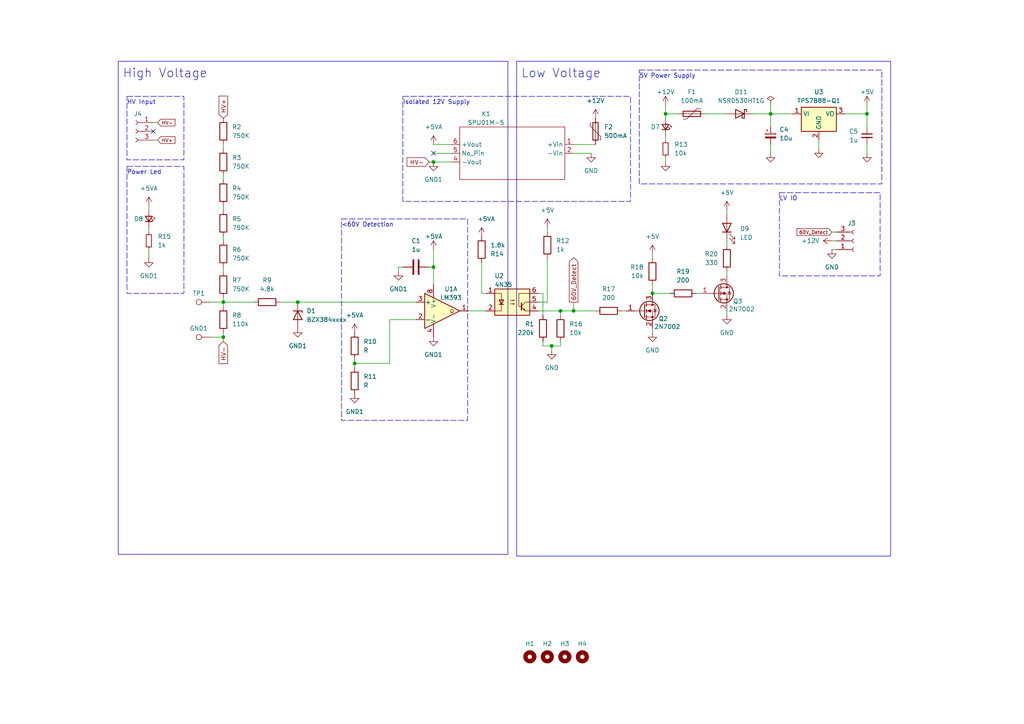
<source format=kicad_sch>
(kicad_sch
	(version 20250114)
	(generator "eeschema")
	(generator_version "9.0")
	(uuid "49aa962b-9fa6-407b-842a-3cf8300a05dc")
	(paper "A4")
	(title_block
		(title "TSAL High Voltage Detection Circuit")
		(date "2025-10-11")
		(rev "${REVISION}")
		(company "York Formula Student")
	)
	(lib_symbols
		(symbol "!LJC:L78M"
			(exclude_from_sim no)
			(in_bom yes)
			(on_board yes)
			(property "Reference" "U"
				(at 4.318 9.652 0)
				(effects
					(font
						(size 1.27 1.27)
					)
				)
			)
			(property "Value" "L78M05CDT"
				(at 5.334 7.366 0)
				(effects
					(font
						(size 1.27 1.27)
					)
				)
			)
			(property "Footprint" "Package_TO_SOT_SMD:TO-252-2"
				(at 0 0 0)
				(effects
					(font
						(size 1.27 1.27)
					)
					(hide yes)
				)
			)
			(property "Datasheet" ""
				(at 0 0 0)
				(effects
					(font
						(size 1.27 1.27)
					)
					(hide yes)
				)
			)
			(property "Description" ""
				(at 0 0 0)
				(effects
					(font
						(size 1.27 1.27)
					)
					(hide yes)
				)
			)
			(symbol "L78M_1_1"
				(rectangle
					(start 0 5.715)
					(end 10.16 -1.27)
					(stroke
						(width 0.25)
						(type default)
					)
					(fill
						(type background)
					)
				)
				(pin power_in line
					(at -2.54 3.81 0)
					(length 2.54)
					(name "VI"
						(effects
							(font
								(size 1.27 1.27)
							)
						)
					)
					(number "1"
						(effects
							(font
								(size 1.27 1.27)
							)
						)
					)
				)
				(pin power_in line
					(at 5.08 -3.81 90)
					(length 2.54)
					(name "GND"
						(effects
							(font
								(size 1.27 1.27)
							)
						)
					)
					(number "2"
						(effects
							(font
								(size 1.27 1.27)
							)
						)
					)
				)
				(pin power_out line
					(at 12.7 3.81 180)
					(length 2.54)
					(name "VO"
						(effects
							(font
								(size 1.27 1.27)
							)
						)
					)
					(number "3"
						(effects
							(font
								(size 1.27 1.27)
							)
						)
					)
				)
			)
			(embedded_fonts no)
		)
		(symbol "Comparator:LM393"
			(pin_names
				(offset 0.127)
			)
			(exclude_from_sim no)
			(in_bom yes)
			(on_board yes)
			(property "Reference" "U"
				(at 3.81 3.81 0)
				(effects
					(font
						(size 1.27 1.27)
					)
				)
			)
			(property "Value" "LM393"
				(at 6.35 -3.81 0)
				(effects
					(font
						(size 1.27 1.27)
					)
				)
			)
			(property "Footprint" ""
				(at 0 0 0)
				(effects
					(font
						(size 1.27 1.27)
					)
					(hide yes)
				)
			)
			(property "Datasheet" "http://www.ti.com/lit/ds/symlink/lm393.pdf"
				(at 0 0 0)
				(effects
					(font
						(size 1.27 1.27)
					)
					(hide yes)
				)
			)
			(property "Description" "Low-Power, Low-Offset Voltage, Dual Comparators, DIP-8/SOIC-8/TO-99-8"
				(at 0 0 0)
				(effects
					(font
						(size 1.27 1.27)
					)
					(hide yes)
				)
			)
			(property "ki_locked" ""
				(at 0 0 0)
				(effects
					(font
						(size 1.27 1.27)
					)
				)
			)
			(property "ki_keywords" "cmp open collector"
				(at 0 0 0)
				(effects
					(font
						(size 1.27 1.27)
					)
					(hide yes)
				)
			)
			(property "ki_fp_filters" "SOIC*3.9x4.9mm*P1.27mm* DIP*W7.62mm* SOP*5.28x5.23mm*P1.27mm* VSSOP*3.0x3.0mm*P0.65mm* TSSOP*4.4x3mm*P0.65mm*"
				(at 0 0 0)
				(effects
					(font
						(size 1.27 1.27)
					)
					(hide yes)
				)
			)
			(symbol "LM393_1_1"
				(polyline
					(pts
						(xy -5.08 5.08) (xy 5.08 0) (xy -5.08 -5.08) (xy -5.08 5.08)
					)
					(stroke
						(width 0.254)
						(type default)
					)
					(fill
						(type background)
					)
				)
				(polyline
					(pts
						(xy 3.302 -0.508) (xy 2.794 -0.508) (xy 3.302 0) (xy 2.794 0.508) (xy 2.286 0) (xy 2.794 -0.508)
						(xy 2.286 -0.508)
					)
					(stroke
						(width 0.127)
						(type default)
					)
					(fill
						(type none)
					)
				)
				(pin input line
					(at -7.62 2.54 0)
					(length 2.54)
					(name "+"
						(effects
							(font
								(size 1.27 1.27)
							)
						)
					)
					(number "3"
						(effects
							(font
								(size 1.27 1.27)
							)
						)
					)
				)
				(pin input line
					(at -7.62 -2.54 0)
					(length 2.54)
					(name "-"
						(effects
							(font
								(size 1.27 1.27)
							)
						)
					)
					(number "2"
						(effects
							(font
								(size 1.27 1.27)
							)
						)
					)
				)
				(pin open_collector line
					(at 7.62 0 180)
					(length 2.54)
					(name "~"
						(effects
							(font
								(size 1.27 1.27)
							)
						)
					)
					(number "1"
						(effects
							(font
								(size 1.27 1.27)
							)
						)
					)
				)
			)
			(symbol "LM393_2_1"
				(polyline
					(pts
						(xy -5.08 5.08) (xy 5.08 0) (xy -5.08 -5.08) (xy -5.08 5.08)
					)
					(stroke
						(width 0.254)
						(type default)
					)
					(fill
						(type background)
					)
				)
				(polyline
					(pts
						(xy 3.302 -0.508) (xy 2.794 -0.508) (xy 3.302 0) (xy 2.794 0.508) (xy 2.286 0) (xy 2.794 -0.508)
						(xy 2.286 -0.508)
					)
					(stroke
						(width 0.127)
						(type default)
					)
					(fill
						(type none)
					)
				)
				(pin input line
					(at -7.62 2.54 0)
					(length 2.54)
					(name "+"
						(effects
							(font
								(size 1.27 1.27)
							)
						)
					)
					(number "5"
						(effects
							(font
								(size 1.27 1.27)
							)
						)
					)
				)
				(pin input line
					(at -7.62 -2.54 0)
					(length 2.54)
					(name "-"
						(effects
							(font
								(size 1.27 1.27)
							)
						)
					)
					(number "6"
						(effects
							(font
								(size 1.27 1.27)
							)
						)
					)
				)
				(pin open_collector line
					(at 7.62 0 180)
					(length 2.54)
					(name "~"
						(effects
							(font
								(size 1.27 1.27)
							)
						)
					)
					(number "7"
						(effects
							(font
								(size 1.27 1.27)
							)
						)
					)
				)
			)
			(symbol "LM393_3_1"
				(pin power_in line
					(at -2.54 7.62 270)
					(length 3.81)
					(name "V+"
						(effects
							(font
								(size 1.27 1.27)
							)
						)
					)
					(number "8"
						(effects
							(font
								(size 1.27 1.27)
							)
						)
					)
				)
				(pin power_in line
					(at -2.54 -7.62 90)
					(length 3.81)
					(name "V-"
						(effects
							(font
								(size 1.27 1.27)
							)
						)
					)
					(number "4"
						(effects
							(font
								(size 1.27 1.27)
							)
						)
					)
				)
			)
			(embedded_fonts no)
		)
		(symbol "Components:SPU01M-12"
			(exclude_from_sim no)
			(in_bom yes)
			(on_board yes)
			(property "Reference" "K"
				(at 10.16 5.08 0)
				(effects
					(font
						(size 1.27 1.27)
					)
				)
			)
			(property "Value" "SPU01M-12"
				(at 10.16 3.175 0)
				(effects
					(font
						(size 1.27 1.27)
					)
				)
			)
			(property "Footprint" ""
				(at -1.27 0 0)
				(effects
					(font
						(size 1.27 1.27)
					)
					(hide yes)
				)
			)
			(property "Datasheet" ""
				(at -1.27 0 0)
				(effects
					(font
						(size 1.27 1.27)
					)
					(hide yes)
				)
			)
			(property "Description" ""
				(at 0 0 0)
				(effects
					(font
						(size 1.27 1.27)
					)
					(hide yes)
				)
			)
			(symbol "SPU01M-12_0_1"
				(rectangle
					(start -5.08 1.27)
					(end 25.4 -13.97)
					(stroke
						(width 0)
						(type default)
					)
					(fill
						(type none)
					)
				)
			)
			(symbol "SPU01M-12_1_1"
				(pin output line
					(at -7.62 -3.81 0)
					(length 2.54)
					(name "+Vout"
						(effects
							(font
								(size 1.27 1.27)
							)
						)
					)
					(number "6"
						(effects
							(font
								(size 1.27 1.27)
							)
						)
					)
				)
				(pin output line
					(at -7.62 -6.35 0)
					(length 2.54)
					(name "No_Pin"
						(effects
							(font
								(size 1.27 1.27)
							)
						)
					)
					(number "5"
						(effects
							(font
								(size 1.27 1.27)
							)
						)
					)
				)
				(pin output line
					(at -7.62 -8.89 0)
					(length 2.54)
					(name "-Vout"
						(effects
							(font
								(size 1.27 1.27)
							)
						)
					)
					(number "4"
						(effects
							(font
								(size 1.27 1.27)
							)
						)
					)
				)
				(pin input line
					(at 27.94 -3.81 180)
					(length 2.54)
					(name "+Vin"
						(effects
							(font
								(size 1.27 1.27)
							)
						)
					)
					(number "1"
						(effects
							(font
								(size 1.27 1.27)
							)
						)
					)
				)
				(pin input line
					(at 27.94 -6.35 180)
					(length 2.54)
					(name "-Vin"
						(effects
							(font
								(size 1.27 1.27)
							)
						)
					)
					(number "2"
						(effects
							(font
								(size 1.27 1.27)
							)
						)
					)
				)
			)
			(embedded_fonts no)
		)
		(symbol "Connector:Conn_01x03_Socket"
			(pin_names
				(offset 1.016)
				(hide yes)
			)
			(exclude_from_sim no)
			(in_bom yes)
			(on_board yes)
			(property "Reference" "J"
				(at 0 5.08 0)
				(effects
					(font
						(size 1.27 1.27)
					)
				)
			)
			(property "Value" "Conn_01x03_Socket"
				(at 0 -5.08 0)
				(effects
					(font
						(size 1.27 1.27)
					)
				)
			)
			(property "Footprint" ""
				(at 0 0 0)
				(effects
					(font
						(size 1.27 1.27)
					)
					(hide yes)
				)
			)
			(property "Datasheet" "~"
				(at 0 0 0)
				(effects
					(font
						(size 1.27 1.27)
					)
					(hide yes)
				)
			)
			(property "Description" "Generic connector, single row, 01x03, script generated"
				(at 0 0 0)
				(effects
					(font
						(size 1.27 1.27)
					)
					(hide yes)
				)
			)
			(property "ki_locked" ""
				(at 0 0 0)
				(effects
					(font
						(size 1.27 1.27)
					)
				)
			)
			(property "ki_keywords" "connector"
				(at 0 0 0)
				(effects
					(font
						(size 1.27 1.27)
					)
					(hide yes)
				)
			)
			(property "ki_fp_filters" "Connector*:*_1x??_*"
				(at 0 0 0)
				(effects
					(font
						(size 1.27 1.27)
					)
					(hide yes)
				)
			)
			(symbol "Conn_01x03_Socket_1_1"
				(polyline
					(pts
						(xy -1.27 2.54) (xy -0.508 2.54)
					)
					(stroke
						(width 0.1524)
						(type default)
					)
					(fill
						(type none)
					)
				)
				(polyline
					(pts
						(xy -1.27 0) (xy -0.508 0)
					)
					(stroke
						(width 0.1524)
						(type default)
					)
					(fill
						(type none)
					)
				)
				(polyline
					(pts
						(xy -1.27 -2.54) (xy -0.508 -2.54)
					)
					(stroke
						(width 0.1524)
						(type default)
					)
					(fill
						(type none)
					)
				)
				(arc
					(start 0 2.032)
					(mid -0.5058 2.54)
					(end 0 3.048)
					(stroke
						(width 0.1524)
						(type default)
					)
					(fill
						(type none)
					)
				)
				(arc
					(start 0 -0.508)
					(mid -0.5058 0)
					(end 0 0.508)
					(stroke
						(width 0.1524)
						(type default)
					)
					(fill
						(type none)
					)
				)
				(arc
					(start 0 -3.048)
					(mid -0.5058 -2.54)
					(end 0 -2.032)
					(stroke
						(width 0.1524)
						(type default)
					)
					(fill
						(type none)
					)
				)
				(pin passive line
					(at -5.08 2.54 0)
					(length 3.81)
					(name "Pin_1"
						(effects
							(font
								(size 1.27 1.27)
							)
						)
					)
					(number "1"
						(effects
							(font
								(size 1.27 1.27)
							)
						)
					)
				)
				(pin passive line
					(at -5.08 0 0)
					(length 3.81)
					(name "Pin_2"
						(effects
							(font
								(size 1.27 1.27)
							)
						)
					)
					(number "2"
						(effects
							(font
								(size 1.27 1.27)
							)
						)
					)
				)
				(pin passive line
					(at -5.08 -2.54 0)
					(length 3.81)
					(name "Pin_3"
						(effects
							(font
								(size 1.27 1.27)
							)
						)
					)
					(number "3"
						(effects
							(font
								(size 1.27 1.27)
							)
						)
					)
				)
			)
			(embedded_fonts no)
		)
		(symbol "Connector:TestPoint"
			(pin_numbers
				(hide yes)
			)
			(pin_names
				(offset 0.762)
				(hide yes)
			)
			(exclude_from_sim no)
			(in_bom yes)
			(on_board yes)
			(property "Reference" "TP"
				(at 0 6.858 0)
				(effects
					(font
						(size 1.27 1.27)
					)
				)
			)
			(property "Value" "TestPoint"
				(at 0 5.08 0)
				(effects
					(font
						(size 1.27 1.27)
					)
				)
			)
			(property "Footprint" ""
				(at 5.08 0 0)
				(effects
					(font
						(size 1.27 1.27)
					)
					(hide yes)
				)
			)
			(property "Datasheet" "~"
				(at 5.08 0 0)
				(effects
					(font
						(size 1.27 1.27)
					)
					(hide yes)
				)
			)
			(property "Description" "test point"
				(at 0 0 0)
				(effects
					(font
						(size 1.27 1.27)
					)
					(hide yes)
				)
			)
			(property "ki_keywords" "test point tp"
				(at 0 0 0)
				(effects
					(font
						(size 1.27 1.27)
					)
					(hide yes)
				)
			)
			(property "ki_fp_filters" "Pin* Test*"
				(at 0 0 0)
				(effects
					(font
						(size 1.27 1.27)
					)
					(hide yes)
				)
			)
			(symbol "TestPoint_0_1"
				(circle
					(center 0 3.302)
					(radius 0.762)
					(stroke
						(width 0)
						(type default)
					)
					(fill
						(type none)
					)
				)
			)
			(symbol "TestPoint_1_1"
				(pin passive line
					(at 0 0 90)
					(length 2.54)
					(name "1"
						(effects
							(font
								(size 1.27 1.27)
							)
						)
					)
					(number "1"
						(effects
							(font
								(size 1.27 1.27)
							)
						)
					)
				)
			)
			(embedded_fonts no)
		)
		(symbol "Device:C"
			(pin_numbers
				(hide yes)
			)
			(pin_names
				(offset 0.254)
			)
			(exclude_from_sim no)
			(in_bom yes)
			(on_board yes)
			(property "Reference" "C"
				(at 0.635 2.54 0)
				(effects
					(font
						(size 1.27 1.27)
					)
					(justify left)
				)
			)
			(property "Value" "C"
				(at 0.635 -2.54 0)
				(effects
					(font
						(size 1.27 1.27)
					)
					(justify left)
				)
			)
			(property "Footprint" ""
				(at 0.9652 -3.81 0)
				(effects
					(font
						(size 1.27 1.27)
					)
					(hide yes)
				)
			)
			(property "Datasheet" "~"
				(at 0 0 0)
				(effects
					(font
						(size 1.27 1.27)
					)
					(hide yes)
				)
			)
			(property "Description" "Unpolarized capacitor"
				(at 0 0 0)
				(effects
					(font
						(size 1.27 1.27)
					)
					(hide yes)
				)
			)
			(property "ki_keywords" "cap capacitor"
				(at 0 0 0)
				(effects
					(font
						(size 1.27 1.27)
					)
					(hide yes)
				)
			)
			(property "ki_fp_filters" "C_*"
				(at 0 0 0)
				(effects
					(font
						(size 1.27 1.27)
					)
					(hide yes)
				)
			)
			(symbol "C_0_1"
				(polyline
					(pts
						(xy -2.032 0.762) (xy 2.032 0.762)
					)
					(stroke
						(width 0.508)
						(type default)
					)
					(fill
						(type none)
					)
				)
				(polyline
					(pts
						(xy -2.032 -0.762) (xy 2.032 -0.762)
					)
					(stroke
						(width 0.508)
						(type default)
					)
					(fill
						(type none)
					)
				)
			)
			(symbol "C_1_1"
				(pin passive line
					(at 0 3.81 270)
					(length 2.794)
					(name "~"
						(effects
							(font
								(size 1.27 1.27)
							)
						)
					)
					(number "1"
						(effects
							(font
								(size 1.27 1.27)
							)
						)
					)
				)
				(pin passive line
					(at 0 -3.81 90)
					(length 2.794)
					(name "~"
						(effects
							(font
								(size 1.27 1.27)
							)
						)
					)
					(number "2"
						(effects
							(font
								(size 1.27 1.27)
							)
						)
					)
				)
			)
			(embedded_fonts no)
		)
		(symbol "Device:C_Polarized_Small"
			(pin_numbers
				(hide yes)
			)
			(pin_names
				(offset 0.254)
				(hide yes)
			)
			(exclude_from_sim no)
			(in_bom yes)
			(on_board yes)
			(property "Reference" "C"
				(at 0.254 1.778 0)
				(effects
					(font
						(size 1.27 1.27)
					)
					(justify left)
				)
			)
			(property "Value" "C_Polarized_Small"
				(at 0.254 -2.032 0)
				(effects
					(font
						(size 1.27 1.27)
					)
					(justify left)
				)
			)
			(property "Footprint" ""
				(at 0 0 0)
				(effects
					(font
						(size 1.27 1.27)
					)
					(hide yes)
				)
			)
			(property "Datasheet" "~"
				(at 0 0 0)
				(effects
					(font
						(size 1.27 1.27)
					)
					(hide yes)
				)
			)
			(property "Description" "Polarized capacitor, small symbol"
				(at 0 0 0)
				(effects
					(font
						(size 1.27 1.27)
					)
					(hide yes)
				)
			)
			(property "ki_keywords" "cap capacitor"
				(at 0 0 0)
				(effects
					(font
						(size 1.27 1.27)
					)
					(hide yes)
				)
			)
			(property "ki_fp_filters" "CP_*"
				(at 0 0 0)
				(effects
					(font
						(size 1.27 1.27)
					)
					(hide yes)
				)
			)
			(symbol "C_Polarized_Small_0_1"
				(rectangle
					(start -1.524 0.6858)
					(end 1.524 0.3048)
					(stroke
						(width 0)
						(type default)
					)
					(fill
						(type none)
					)
				)
				(rectangle
					(start -1.524 -0.3048)
					(end 1.524 -0.6858)
					(stroke
						(width 0)
						(type default)
					)
					(fill
						(type outline)
					)
				)
				(polyline
					(pts
						(xy -1.27 1.524) (xy -0.762 1.524)
					)
					(stroke
						(width 0)
						(type default)
					)
					(fill
						(type none)
					)
				)
				(polyline
					(pts
						(xy -1.016 1.27) (xy -1.016 1.778)
					)
					(stroke
						(width 0)
						(type default)
					)
					(fill
						(type none)
					)
				)
			)
			(symbol "C_Polarized_Small_1_1"
				(pin passive line
					(at 0 2.54 270)
					(length 1.8542)
					(name "~"
						(effects
							(font
								(size 1.27 1.27)
							)
						)
					)
					(number "1"
						(effects
							(font
								(size 1.27 1.27)
							)
						)
					)
				)
				(pin passive line
					(at 0 -2.54 90)
					(length 1.8542)
					(name "~"
						(effects
							(font
								(size 1.27 1.27)
							)
						)
					)
					(number "2"
						(effects
							(font
								(size 1.27 1.27)
							)
						)
					)
				)
			)
			(embedded_fonts no)
		)
		(symbol "Device:C_Small"
			(pin_numbers
				(hide yes)
			)
			(pin_names
				(offset 0.254)
				(hide yes)
			)
			(exclude_from_sim no)
			(in_bom yes)
			(on_board yes)
			(property "Reference" "C"
				(at 0.254 1.778 0)
				(effects
					(font
						(size 1.27 1.27)
					)
					(justify left)
				)
			)
			(property "Value" "C_Small"
				(at 0.254 -2.032 0)
				(effects
					(font
						(size 1.27 1.27)
					)
					(justify left)
				)
			)
			(property "Footprint" ""
				(at 0 0 0)
				(effects
					(font
						(size 1.27 1.27)
					)
					(hide yes)
				)
			)
			(property "Datasheet" "~"
				(at 0 0 0)
				(effects
					(font
						(size 1.27 1.27)
					)
					(hide yes)
				)
			)
			(property "Description" "Unpolarized capacitor, small symbol"
				(at 0 0 0)
				(effects
					(font
						(size 1.27 1.27)
					)
					(hide yes)
				)
			)
			(property "ki_keywords" "capacitor cap"
				(at 0 0 0)
				(effects
					(font
						(size 1.27 1.27)
					)
					(hide yes)
				)
			)
			(property "ki_fp_filters" "C_*"
				(at 0 0 0)
				(effects
					(font
						(size 1.27 1.27)
					)
					(hide yes)
				)
			)
			(symbol "C_Small_0_1"
				(polyline
					(pts
						(xy -1.524 0.508) (xy 1.524 0.508)
					)
					(stroke
						(width 0.3048)
						(type default)
					)
					(fill
						(type none)
					)
				)
				(polyline
					(pts
						(xy -1.524 -0.508) (xy 1.524 -0.508)
					)
					(stroke
						(width 0.3302)
						(type default)
					)
					(fill
						(type none)
					)
				)
			)
			(symbol "C_Small_1_1"
				(pin passive line
					(at 0 2.54 270)
					(length 2.032)
					(name "~"
						(effects
							(font
								(size 1.27 1.27)
							)
						)
					)
					(number "1"
						(effects
							(font
								(size 1.27 1.27)
							)
						)
					)
				)
				(pin passive line
					(at 0 -2.54 90)
					(length 2.032)
					(name "~"
						(effects
							(font
								(size 1.27 1.27)
							)
						)
					)
					(number "2"
						(effects
							(font
								(size 1.27 1.27)
							)
						)
					)
				)
			)
			(embedded_fonts no)
		)
		(symbol "Device:LED"
			(pin_numbers
				(hide yes)
			)
			(pin_names
				(offset 1.016)
				(hide yes)
			)
			(exclude_from_sim no)
			(in_bom yes)
			(on_board yes)
			(property "Reference" "D"
				(at 0 2.54 0)
				(effects
					(font
						(size 1.27 1.27)
					)
				)
			)
			(property "Value" "LED"
				(at 0 -2.54 0)
				(effects
					(font
						(size 1.27 1.27)
					)
				)
			)
			(property "Footprint" ""
				(at 0 0 0)
				(effects
					(font
						(size 1.27 1.27)
					)
					(hide yes)
				)
			)
			(property "Datasheet" "~"
				(at 0 0 0)
				(effects
					(font
						(size 1.27 1.27)
					)
					(hide yes)
				)
			)
			(property "Description" "Light emitting diode"
				(at 0 0 0)
				(effects
					(font
						(size 1.27 1.27)
					)
					(hide yes)
				)
			)
			(property "ki_keywords" "LED diode"
				(at 0 0 0)
				(effects
					(font
						(size 1.27 1.27)
					)
					(hide yes)
				)
			)
			(property "ki_fp_filters" "LED* LED_SMD:* LED_THT:*"
				(at 0 0 0)
				(effects
					(font
						(size 1.27 1.27)
					)
					(hide yes)
				)
			)
			(symbol "LED_0_1"
				(polyline
					(pts
						(xy -3.048 -0.762) (xy -4.572 -2.286) (xy -3.81 -2.286) (xy -4.572 -2.286) (xy -4.572 -1.524)
					)
					(stroke
						(width 0)
						(type default)
					)
					(fill
						(type none)
					)
				)
				(polyline
					(pts
						(xy -1.778 -0.762) (xy -3.302 -2.286) (xy -2.54 -2.286) (xy -3.302 -2.286) (xy -3.302 -1.524)
					)
					(stroke
						(width 0)
						(type default)
					)
					(fill
						(type none)
					)
				)
				(polyline
					(pts
						(xy -1.27 0) (xy 1.27 0)
					)
					(stroke
						(width 0)
						(type default)
					)
					(fill
						(type none)
					)
				)
				(polyline
					(pts
						(xy -1.27 -1.27) (xy -1.27 1.27)
					)
					(stroke
						(width 0.254)
						(type default)
					)
					(fill
						(type none)
					)
				)
				(polyline
					(pts
						(xy 1.27 -1.27) (xy 1.27 1.27) (xy -1.27 0) (xy 1.27 -1.27)
					)
					(stroke
						(width 0.254)
						(type default)
					)
					(fill
						(type none)
					)
				)
			)
			(symbol "LED_1_1"
				(pin passive line
					(at -3.81 0 0)
					(length 2.54)
					(name "K"
						(effects
							(font
								(size 1.27 1.27)
							)
						)
					)
					(number "1"
						(effects
							(font
								(size 1.27 1.27)
							)
						)
					)
				)
				(pin passive line
					(at 3.81 0 180)
					(length 2.54)
					(name "A"
						(effects
							(font
								(size 1.27 1.27)
							)
						)
					)
					(number "2"
						(effects
							(font
								(size 1.27 1.27)
							)
						)
					)
				)
			)
			(embedded_fonts no)
		)
		(symbol "Device:LED_Small"
			(pin_numbers
				(hide yes)
			)
			(pin_names
				(offset 0.254)
				(hide yes)
			)
			(exclude_from_sim no)
			(in_bom yes)
			(on_board yes)
			(property "Reference" "D"
				(at -1.27 3.175 0)
				(effects
					(font
						(size 1.27 1.27)
					)
					(justify left)
				)
			)
			(property "Value" "LED_Small"
				(at -4.445 -2.54 0)
				(effects
					(font
						(size 1.27 1.27)
					)
					(justify left)
				)
			)
			(property "Footprint" ""
				(at 0 0 90)
				(effects
					(font
						(size 1.27 1.27)
					)
					(hide yes)
				)
			)
			(property "Datasheet" "~"
				(at 0 0 90)
				(effects
					(font
						(size 1.27 1.27)
					)
					(hide yes)
				)
			)
			(property "Description" "Light emitting diode, small symbol"
				(at 0 0 0)
				(effects
					(font
						(size 1.27 1.27)
					)
					(hide yes)
				)
			)
			(property "Sim.Pin" "1=K 2=A"
				(at 0 0 0)
				(effects
					(font
						(size 1.27 1.27)
					)
					(hide yes)
				)
			)
			(property "ki_keywords" "LED diode light-emitting-diode"
				(at 0 0 0)
				(effects
					(font
						(size 1.27 1.27)
					)
					(hide yes)
				)
			)
			(property "ki_fp_filters" "LED* LED_SMD:* LED_THT:*"
				(at 0 0 0)
				(effects
					(font
						(size 1.27 1.27)
					)
					(hide yes)
				)
			)
			(symbol "LED_Small_0_1"
				(polyline
					(pts
						(xy -0.762 -1.016) (xy -0.762 1.016)
					)
					(stroke
						(width 0.254)
						(type default)
					)
					(fill
						(type none)
					)
				)
				(polyline
					(pts
						(xy 0 0.762) (xy -0.508 1.27) (xy -0.254 1.27) (xy -0.508 1.27) (xy -0.508 1.016)
					)
					(stroke
						(width 0)
						(type default)
					)
					(fill
						(type none)
					)
				)
				(polyline
					(pts
						(xy 0.508 1.27) (xy 0 1.778) (xy 0.254 1.778) (xy 0 1.778) (xy 0 1.524)
					)
					(stroke
						(width 0)
						(type default)
					)
					(fill
						(type none)
					)
				)
				(polyline
					(pts
						(xy 0.762 -1.016) (xy -0.762 0) (xy 0.762 1.016) (xy 0.762 -1.016)
					)
					(stroke
						(width 0.254)
						(type default)
					)
					(fill
						(type none)
					)
				)
				(polyline
					(pts
						(xy 1.016 0) (xy -0.762 0)
					)
					(stroke
						(width 0)
						(type default)
					)
					(fill
						(type none)
					)
				)
			)
			(symbol "LED_Small_1_1"
				(pin passive line
					(at -2.54 0 0)
					(length 1.778)
					(name "K"
						(effects
							(font
								(size 1.27 1.27)
							)
						)
					)
					(number "1"
						(effects
							(font
								(size 1.27 1.27)
							)
						)
					)
				)
				(pin passive line
					(at 2.54 0 180)
					(length 1.778)
					(name "A"
						(effects
							(font
								(size 1.27 1.27)
							)
						)
					)
					(number "2"
						(effects
							(font
								(size 1.27 1.27)
							)
						)
					)
				)
			)
			(embedded_fonts no)
		)
		(symbol "Device:Polyfuse"
			(pin_numbers
				(hide yes)
			)
			(pin_names
				(offset 0)
			)
			(exclude_from_sim no)
			(in_bom yes)
			(on_board yes)
			(property "Reference" "F"
				(at -2.54 0 90)
				(effects
					(font
						(size 1.27 1.27)
					)
				)
			)
			(property "Value" "Polyfuse"
				(at 2.54 0 90)
				(effects
					(font
						(size 1.27 1.27)
					)
				)
			)
			(property "Footprint" ""
				(at 1.27 -5.08 0)
				(effects
					(font
						(size 1.27 1.27)
					)
					(justify left)
					(hide yes)
				)
			)
			(property "Datasheet" "~"
				(at 0 0 0)
				(effects
					(font
						(size 1.27 1.27)
					)
					(hide yes)
				)
			)
			(property "Description" "Resettable fuse, polymeric positive temperature coefficient"
				(at 0 0 0)
				(effects
					(font
						(size 1.27 1.27)
					)
					(hide yes)
				)
			)
			(property "ki_keywords" "resettable fuse PTC PPTC polyfuse polyswitch"
				(at 0 0 0)
				(effects
					(font
						(size 1.27 1.27)
					)
					(hide yes)
				)
			)
			(property "ki_fp_filters" "*polyfuse* *PTC*"
				(at 0 0 0)
				(effects
					(font
						(size 1.27 1.27)
					)
					(hide yes)
				)
			)
			(symbol "Polyfuse_0_1"
				(polyline
					(pts
						(xy -1.524 2.54) (xy -1.524 1.524) (xy 1.524 -1.524) (xy 1.524 -2.54)
					)
					(stroke
						(width 0)
						(type default)
					)
					(fill
						(type none)
					)
				)
				(rectangle
					(start -0.762 2.54)
					(end 0.762 -2.54)
					(stroke
						(width 0.254)
						(type default)
					)
					(fill
						(type none)
					)
				)
				(polyline
					(pts
						(xy 0 2.54) (xy 0 -2.54)
					)
					(stroke
						(width 0)
						(type default)
					)
					(fill
						(type none)
					)
				)
			)
			(symbol "Polyfuse_1_1"
				(pin passive line
					(at 0 3.81 270)
					(length 1.27)
					(name "~"
						(effects
							(font
								(size 1.27 1.27)
							)
						)
					)
					(number "1"
						(effects
							(font
								(size 1.27 1.27)
							)
						)
					)
				)
				(pin passive line
					(at 0 -3.81 90)
					(length 1.27)
					(name "~"
						(effects
							(font
								(size 1.27 1.27)
							)
						)
					)
					(number "2"
						(effects
							(font
								(size 1.27 1.27)
							)
						)
					)
				)
			)
			(embedded_fonts no)
		)
		(symbol "Device:R"
			(pin_numbers
				(hide yes)
			)
			(pin_names
				(offset 0)
			)
			(exclude_from_sim no)
			(in_bom yes)
			(on_board yes)
			(property "Reference" "R"
				(at 2.032 0 90)
				(effects
					(font
						(size 1.27 1.27)
					)
				)
			)
			(property "Value" "R"
				(at 0 0 90)
				(effects
					(font
						(size 1.27 1.27)
					)
				)
			)
			(property "Footprint" ""
				(at -1.778 0 90)
				(effects
					(font
						(size 1.27 1.27)
					)
					(hide yes)
				)
			)
			(property "Datasheet" "~"
				(at 0 0 0)
				(effects
					(font
						(size 1.27 1.27)
					)
					(hide yes)
				)
			)
			(property "Description" "Resistor"
				(at 0 0 0)
				(effects
					(font
						(size 1.27 1.27)
					)
					(hide yes)
				)
			)
			(property "ki_keywords" "R res resistor"
				(at 0 0 0)
				(effects
					(font
						(size 1.27 1.27)
					)
					(hide yes)
				)
			)
			(property "ki_fp_filters" "R_*"
				(at 0 0 0)
				(effects
					(font
						(size 1.27 1.27)
					)
					(hide yes)
				)
			)
			(symbol "R_0_1"
				(rectangle
					(start -1.016 -2.54)
					(end 1.016 2.54)
					(stroke
						(width 0.254)
						(type default)
					)
					(fill
						(type none)
					)
				)
			)
			(symbol "R_1_1"
				(pin passive line
					(at 0 3.81 270)
					(length 1.27)
					(name "~"
						(effects
							(font
								(size 1.27 1.27)
							)
						)
					)
					(number "1"
						(effects
							(font
								(size 1.27 1.27)
							)
						)
					)
				)
				(pin passive line
					(at 0 -3.81 90)
					(length 1.27)
					(name "~"
						(effects
							(font
								(size 1.27 1.27)
							)
						)
					)
					(number "2"
						(effects
							(font
								(size 1.27 1.27)
							)
						)
					)
				)
			)
			(embedded_fonts no)
		)
		(symbol "Device:R_Small"
			(pin_numbers
				(hide yes)
			)
			(pin_names
				(offset 0.254)
				(hide yes)
			)
			(exclude_from_sim no)
			(in_bom yes)
			(on_board yes)
			(property "Reference" "R"
				(at 0.762 0.508 0)
				(effects
					(font
						(size 1.27 1.27)
					)
					(justify left)
				)
			)
			(property "Value" "R_Small"
				(at 0.762 -1.016 0)
				(effects
					(font
						(size 1.27 1.27)
					)
					(justify left)
				)
			)
			(property "Footprint" ""
				(at 0 0 0)
				(effects
					(font
						(size 1.27 1.27)
					)
					(hide yes)
				)
			)
			(property "Datasheet" "~"
				(at 0 0 0)
				(effects
					(font
						(size 1.27 1.27)
					)
					(hide yes)
				)
			)
			(property "Description" "Resistor, small symbol"
				(at 0 0 0)
				(effects
					(font
						(size 1.27 1.27)
					)
					(hide yes)
				)
			)
			(property "ki_keywords" "R resistor"
				(at 0 0 0)
				(effects
					(font
						(size 1.27 1.27)
					)
					(hide yes)
				)
			)
			(property "ki_fp_filters" "R_*"
				(at 0 0 0)
				(effects
					(font
						(size 1.27 1.27)
					)
					(hide yes)
				)
			)
			(symbol "R_Small_0_1"
				(rectangle
					(start -0.762 1.778)
					(end 0.762 -1.778)
					(stroke
						(width 0.2032)
						(type default)
					)
					(fill
						(type none)
					)
				)
			)
			(symbol "R_Small_1_1"
				(pin passive line
					(at 0 2.54 270)
					(length 0.762)
					(name "~"
						(effects
							(font
								(size 1.27 1.27)
							)
						)
					)
					(number "1"
						(effects
							(font
								(size 1.27 1.27)
							)
						)
					)
				)
				(pin passive line
					(at 0 -2.54 90)
					(length 0.762)
					(name "~"
						(effects
							(font
								(size 1.27 1.27)
							)
						)
					)
					(number "2"
						(effects
							(font
								(size 1.27 1.27)
							)
						)
					)
				)
			)
			(embedded_fonts no)
		)
		(symbol "Diode:BZX384xxxx"
			(pin_numbers
				(hide yes)
			)
			(pin_names
				(hide yes)
			)
			(exclude_from_sim no)
			(in_bom yes)
			(on_board yes)
			(property "Reference" "D"
				(at 0 2.54 0)
				(effects
					(font
						(size 1.27 1.27)
					)
				)
			)
			(property "Value" "BZX384xxxx"
				(at 0 -2.54 0)
				(effects
					(font
						(size 1.27 1.27)
					)
				)
			)
			(property "Footprint" "Diode_SMD:D_SOD-323"
				(at 0 -4.445 0)
				(effects
					(font
						(size 1.27 1.27)
					)
					(hide yes)
				)
			)
			(property "Datasheet" "https://www.vishay.com/docs/85764/bzx384.pdf"
				(at 0 0 0)
				(effects
					(font
						(size 1.27 1.27)
					)
					(hide yes)
				)
			)
			(property "Description" "300mW Zener Diode, SOD-323"
				(at 0 0 0)
				(effects
					(font
						(size 1.27 1.27)
					)
					(hide yes)
				)
			)
			(property "ki_keywords" "zener diode"
				(at 0 0 0)
				(effects
					(font
						(size 1.27 1.27)
					)
					(hide yes)
				)
			)
			(property "ki_fp_filters" "D*SOD*323*"
				(at 0 0 0)
				(effects
					(font
						(size 1.27 1.27)
					)
					(hide yes)
				)
			)
			(symbol "BZX384xxxx_0_1"
				(polyline
					(pts
						(xy -1.27 -1.27) (xy -1.27 1.27) (xy -0.762 1.27)
					)
					(stroke
						(width 0.254)
						(type default)
					)
					(fill
						(type none)
					)
				)
				(polyline
					(pts
						(xy 1.27 0) (xy -1.27 0)
					)
					(stroke
						(width 0)
						(type default)
					)
					(fill
						(type none)
					)
				)
				(polyline
					(pts
						(xy 1.27 -1.27) (xy 1.27 1.27) (xy -1.27 0) (xy 1.27 -1.27)
					)
					(stroke
						(width 0.254)
						(type default)
					)
					(fill
						(type none)
					)
				)
			)
			(symbol "BZX384xxxx_1_1"
				(pin passive line
					(at -3.81 0 0)
					(length 2.54)
					(name "K"
						(effects
							(font
								(size 1.27 1.27)
							)
						)
					)
					(number "1"
						(effects
							(font
								(size 1.27 1.27)
							)
						)
					)
				)
				(pin passive line
					(at 3.81 0 180)
					(length 2.54)
					(name "A"
						(effects
							(font
								(size 1.27 1.27)
							)
						)
					)
					(number "2"
						(effects
							(font
								(size 1.27 1.27)
							)
						)
					)
				)
			)
			(embedded_fonts no)
		)
		(symbol "Diode:SS34"
			(pin_numbers
				(hide yes)
			)
			(pin_names
				(offset 1.016)
				(hide yes)
			)
			(exclude_from_sim no)
			(in_bom yes)
			(on_board yes)
			(property "Reference" "D"
				(at 0 2.54 0)
				(effects
					(font
						(size 1.27 1.27)
					)
				)
			)
			(property "Value" "SS34"
				(at 0 -2.54 0)
				(effects
					(font
						(size 1.27 1.27)
					)
				)
			)
			(property "Footprint" "Diode_SMD:D_SMA"
				(at 0 -4.445 0)
				(effects
					(font
						(size 1.27 1.27)
					)
					(hide yes)
				)
			)
			(property "Datasheet" "https://www.vishay.com/docs/88751/ss32.pdf"
				(at 0 0 0)
				(effects
					(font
						(size 1.27 1.27)
					)
					(hide yes)
				)
			)
			(property "Description" "40V 3A Schottky Diode, SMA"
				(at 0 0 0)
				(effects
					(font
						(size 1.27 1.27)
					)
					(hide yes)
				)
			)
			(property "ki_keywords" "diode Schottky"
				(at 0 0 0)
				(effects
					(font
						(size 1.27 1.27)
					)
					(hide yes)
				)
			)
			(property "ki_fp_filters" "D*SMA*"
				(at 0 0 0)
				(effects
					(font
						(size 1.27 1.27)
					)
					(hide yes)
				)
			)
			(symbol "SS34_0_1"
				(polyline
					(pts
						(xy -1.905 0.635) (xy -1.905 1.27) (xy -1.27 1.27) (xy -1.27 -1.27) (xy -0.635 -1.27) (xy -0.635 -0.635)
					)
					(stroke
						(width 0.254)
						(type default)
					)
					(fill
						(type none)
					)
				)
				(polyline
					(pts
						(xy 1.27 1.27) (xy 1.27 -1.27) (xy -1.27 0) (xy 1.27 1.27)
					)
					(stroke
						(width 0.254)
						(type default)
					)
					(fill
						(type none)
					)
				)
				(polyline
					(pts
						(xy 1.27 0) (xy -1.27 0)
					)
					(stroke
						(width 0)
						(type default)
					)
					(fill
						(type none)
					)
				)
			)
			(symbol "SS34_1_1"
				(pin passive line
					(at -3.81 0 0)
					(length 2.54)
					(name "K"
						(effects
							(font
								(size 1.27 1.27)
							)
						)
					)
					(number "1"
						(effects
							(font
								(size 1.27 1.27)
							)
						)
					)
				)
				(pin passive line
					(at 3.81 0 180)
					(length 2.54)
					(name "A"
						(effects
							(font
								(size 1.27 1.27)
							)
						)
					)
					(number "2"
						(effects
							(font
								(size 1.27 1.27)
							)
						)
					)
				)
			)
			(embedded_fonts no)
		)
		(symbol "Isolator:4N35"
			(pin_names
				(offset 1.016)
			)
			(exclude_from_sim no)
			(in_bom yes)
			(on_board yes)
			(property "Reference" "U"
				(at -5.08 5.08 0)
				(effects
					(font
						(size 1.27 1.27)
					)
					(justify left)
				)
			)
			(property "Value" "4N35"
				(at 0 5.08 0)
				(effects
					(font
						(size 1.27 1.27)
					)
					(justify left)
				)
			)
			(property "Footprint" "Package_DIP:DIP-6_W7.62mm"
				(at -5.08 -5.08 0)
				(effects
					(font
						(size 1.27 1.27)
						(italic yes)
					)
					(justify left)
					(hide yes)
				)
			)
			(property "Datasheet" "https://www.vishay.com/docs/81181/4n35.pdf"
				(at 0 0 0)
				(effects
					(font
						(size 1.27 1.27)
					)
					(justify left)
					(hide yes)
				)
			)
			(property "Description" "Optocoupler, Phototransistor Output, with Base Connection, Vce 70V, CTR 100%, Viso 5000V, DIP6"
				(at 0 0 0)
				(effects
					(font
						(size 1.27 1.27)
					)
					(hide yes)
				)
			)
			(property "ki_keywords" "NPN DC Optocoupler Base Connected"
				(at 0 0 0)
				(effects
					(font
						(size 1.27 1.27)
					)
					(hide yes)
				)
			)
			(property "ki_fp_filters" "DIP*W7.62mm*"
				(at 0 0 0)
				(effects
					(font
						(size 1.27 1.27)
					)
					(hide yes)
				)
			)
			(symbol "4N35_0_1"
				(rectangle
					(start -5.08 3.81)
					(end 5.08 -3.81)
					(stroke
						(width 0.254)
						(type default)
					)
					(fill
						(type background)
					)
				)
				(polyline
					(pts
						(xy -5.08 -2.54) (xy -3.175 -2.54) (xy -3.175 2.54) (xy -5.08 2.54)
					)
					(stroke
						(width 0)
						(type default)
					)
					(fill
						(type none)
					)
				)
				(polyline
					(pts
						(xy -3.81 -0.635) (xy -2.54 -0.635)
					)
					(stroke
						(width 0.254)
						(type default)
					)
					(fill
						(type none)
					)
				)
				(polyline
					(pts
						(xy -3.175 -0.635) (xy -3.81 0.635) (xy -2.54 0.635) (xy -3.175 -0.635)
					)
					(stroke
						(width 0.254)
						(type default)
					)
					(fill
						(type none)
					)
				)
				(polyline
					(pts
						(xy -0.635 0.508) (xy 0.635 0.508) (xy 0.254 0.381) (xy 0.254 0.635) (xy 0.635 0.508)
					)
					(stroke
						(width 0)
						(type default)
					)
					(fill
						(type none)
					)
				)
				(polyline
					(pts
						(xy -0.635 -0.508) (xy 0.635 -0.508) (xy 0.254 -0.635) (xy 0.254 -0.381) (xy 0.635 -0.508)
					)
					(stroke
						(width 0)
						(type default)
					)
					(fill
						(type none)
					)
				)
				(polyline
					(pts
						(xy 2.667 -0.254) (xy 2.667 -2.286) (xy 2.667 -2.286)
					)
					(stroke
						(width 0.3556)
						(type default)
					)
					(fill
						(type none)
					)
				)
				(polyline
					(pts
						(xy 2.667 -1.143) (xy 3.81 0)
					)
					(stroke
						(width 0)
						(type default)
					)
					(fill
						(type none)
					)
				)
				(polyline
					(pts
						(xy 2.667 -1.397) (xy 3.81 -2.54)
					)
					(stroke
						(width 0)
						(type default)
					)
					(fill
						(type none)
					)
				)
				(polyline
					(pts
						(xy 3.683 -2.413) (xy 3.429 -1.905) (xy 3.175 -2.159) (xy 3.683 -2.413)
					)
					(stroke
						(width 0)
						(type default)
					)
					(fill
						(type none)
					)
				)
				(polyline
					(pts
						(xy 3.81 0) (xy 5.08 0)
					)
					(stroke
						(width 0)
						(type default)
					)
					(fill
						(type none)
					)
				)
				(polyline
					(pts
						(xy 3.81 -2.54) (xy 5.08 -2.54)
					)
					(stroke
						(width 0)
						(type default)
					)
					(fill
						(type none)
					)
				)
				(polyline
					(pts
						(xy 5.08 2.54) (xy 1.905 2.54) (xy 1.905 -1.27) (xy 2.54 -1.27)
					)
					(stroke
						(width 0)
						(type default)
					)
					(fill
						(type none)
					)
				)
			)
			(symbol "4N35_1_1"
				(pin passive line
					(at -7.62 2.54 0)
					(length 2.54)
					(name "~"
						(effects
							(font
								(size 1.27 1.27)
							)
						)
					)
					(number "1"
						(effects
							(font
								(size 1.27 1.27)
							)
						)
					)
				)
				(pin passive line
					(at -7.62 -2.54 0)
					(length 2.54)
					(name "~"
						(effects
							(font
								(size 1.27 1.27)
							)
						)
					)
					(number "2"
						(effects
							(font
								(size 1.27 1.27)
							)
						)
					)
				)
				(pin no_connect line
					(at -5.08 0 0)
					(length 2.54)
					(hide yes)
					(name "NC"
						(effects
							(font
								(size 1.27 1.27)
							)
						)
					)
					(number "3"
						(effects
							(font
								(size 1.27 1.27)
							)
						)
					)
				)
				(pin passive line
					(at 7.62 2.54 180)
					(length 2.54)
					(name "~"
						(effects
							(font
								(size 1.27 1.27)
							)
						)
					)
					(number "6"
						(effects
							(font
								(size 1.27 1.27)
							)
						)
					)
				)
				(pin passive line
					(at 7.62 0 180)
					(length 2.54)
					(name "~"
						(effects
							(font
								(size 1.27 1.27)
							)
						)
					)
					(number "5"
						(effects
							(font
								(size 1.27 1.27)
							)
						)
					)
				)
				(pin passive line
					(at 7.62 -2.54 180)
					(length 2.54)
					(name "~"
						(effects
							(font
								(size 1.27 1.27)
							)
						)
					)
					(number "4"
						(effects
							(font
								(size 1.27 1.27)
							)
						)
					)
				)
			)
			(embedded_fonts no)
		)
		(symbol "Mechanical:MountingHole"
			(pin_names
				(offset 1.016)
			)
			(exclude_from_sim yes)
			(in_bom no)
			(on_board yes)
			(property "Reference" "H"
				(at 0 5.08 0)
				(effects
					(font
						(size 1.27 1.27)
					)
				)
			)
			(property "Value" "MountingHole"
				(at 0 3.175 0)
				(effects
					(font
						(size 1.27 1.27)
					)
				)
			)
			(property "Footprint" ""
				(at 0 0 0)
				(effects
					(font
						(size 1.27 1.27)
					)
					(hide yes)
				)
			)
			(property "Datasheet" "~"
				(at 0 0 0)
				(effects
					(font
						(size 1.27 1.27)
					)
					(hide yes)
				)
			)
			(property "Description" "Mounting Hole without connection"
				(at 0 0 0)
				(effects
					(font
						(size 1.27 1.27)
					)
					(hide yes)
				)
			)
			(property "ki_keywords" "mounting hole"
				(at 0 0 0)
				(effects
					(font
						(size 1.27 1.27)
					)
					(hide yes)
				)
			)
			(property "ki_fp_filters" "MountingHole*"
				(at 0 0 0)
				(effects
					(font
						(size 1.27 1.27)
					)
					(hide yes)
				)
			)
			(symbol "MountingHole_0_1"
				(circle
					(center 0 0)
					(radius 1.27)
					(stroke
						(width 1.27)
						(type default)
					)
					(fill
						(type none)
					)
				)
			)
			(embedded_fonts no)
		)
		(symbol "Transistor_FET:2N7002"
			(pin_names
				(hide yes)
			)
			(exclude_from_sim no)
			(in_bom yes)
			(on_board yes)
			(property "Reference" "Q"
				(at 5.08 1.905 0)
				(effects
					(font
						(size 1.27 1.27)
					)
					(justify left)
				)
			)
			(property "Value" "2N7002"
				(at 5.08 0 0)
				(effects
					(font
						(size 1.27 1.27)
					)
					(justify left)
				)
			)
			(property "Footprint" "Package_TO_SOT_SMD:SOT-23"
				(at 5.08 -1.905 0)
				(effects
					(font
						(size 1.27 1.27)
						(italic yes)
					)
					(justify left)
					(hide yes)
				)
			)
			(property "Datasheet" "https://www.onsemi.com/pub/Collateral/NDS7002A-D.PDF"
				(at 5.08 -3.81 0)
				(effects
					(font
						(size 1.27 1.27)
					)
					(justify left)
					(hide yes)
				)
			)
			(property "Description" "0.115A Id, 60V Vds, N-Channel MOSFET, SOT-23"
				(at 0 0 0)
				(effects
					(font
						(size 1.27 1.27)
					)
					(hide yes)
				)
			)
			(property "ki_keywords" "N-Channel Switching MOSFET"
				(at 0 0 0)
				(effects
					(font
						(size 1.27 1.27)
					)
					(hide yes)
				)
			)
			(property "ki_fp_filters" "SOT?23*"
				(at 0 0 0)
				(effects
					(font
						(size 1.27 1.27)
					)
					(hide yes)
				)
			)
			(symbol "2N7002_0_1"
				(polyline
					(pts
						(xy 0.254 1.905) (xy 0.254 -1.905)
					)
					(stroke
						(width 0.254)
						(type default)
					)
					(fill
						(type none)
					)
				)
				(polyline
					(pts
						(xy 0.254 0) (xy -2.54 0)
					)
					(stroke
						(width 0)
						(type default)
					)
					(fill
						(type none)
					)
				)
				(polyline
					(pts
						(xy 0.762 2.286) (xy 0.762 1.27)
					)
					(stroke
						(width 0.254)
						(type default)
					)
					(fill
						(type none)
					)
				)
				(polyline
					(pts
						(xy 0.762 0.508) (xy 0.762 -0.508)
					)
					(stroke
						(width 0.254)
						(type default)
					)
					(fill
						(type none)
					)
				)
				(polyline
					(pts
						(xy 0.762 -1.27) (xy 0.762 -2.286)
					)
					(stroke
						(width 0.254)
						(type default)
					)
					(fill
						(type none)
					)
				)
				(polyline
					(pts
						(xy 0.762 -1.778) (xy 3.302 -1.778) (xy 3.302 1.778) (xy 0.762 1.778)
					)
					(stroke
						(width 0)
						(type default)
					)
					(fill
						(type none)
					)
				)
				(polyline
					(pts
						(xy 1.016 0) (xy 2.032 0.381) (xy 2.032 -0.381) (xy 1.016 0)
					)
					(stroke
						(width 0)
						(type default)
					)
					(fill
						(type outline)
					)
				)
				(circle
					(center 1.651 0)
					(radius 2.794)
					(stroke
						(width 0.254)
						(type default)
					)
					(fill
						(type none)
					)
				)
				(polyline
					(pts
						(xy 2.54 2.54) (xy 2.54 1.778)
					)
					(stroke
						(width 0)
						(type default)
					)
					(fill
						(type none)
					)
				)
				(circle
					(center 2.54 1.778)
					(radius 0.254)
					(stroke
						(width 0)
						(type default)
					)
					(fill
						(type outline)
					)
				)
				(circle
					(center 2.54 -1.778)
					(radius 0.254)
					(stroke
						(width 0)
						(type default)
					)
					(fill
						(type outline)
					)
				)
				(polyline
					(pts
						(xy 2.54 -2.54) (xy 2.54 0) (xy 0.762 0)
					)
					(stroke
						(width 0)
						(type default)
					)
					(fill
						(type none)
					)
				)
				(polyline
					(pts
						(xy 2.794 0.508) (xy 2.921 0.381) (xy 3.683 0.381) (xy 3.81 0.254)
					)
					(stroke
						(width 0)
						(type default)
					)
					(fill
						(type none)
					)
				)
				(polyline
					(pts
						(xy 3.302 0.381) (xy 2.921 -0.254) (xy 3.683 -0.254) (xy 3.302 0.381)
					)
					(stroke
						(width 0)
						(type default)
					)
					(fill
						(type none)
					)
				)
			)
			(symbol "2N7002_1_1"
				(pin input line
					(at -5.08 0 0)
					(length 2.54)
					(name "G"
						(effects
							(font
								(size 1.27 1.27)
							)
						)
					)
					(number "1"
						(effects
							(font
								(size 1.27 1.27)
							)
						)
					)
				)
				(pin passive line
					(at 2.54 5.08 270)
					(length 2.54)
					(name "D"
						(effects
							(font
								(size 1.27 1.27)
							)
						)
					)
					(number "3"
						(effects
							(font
								(size 1.27 1.27)
							)
						)
					)
				)
				(pin passive line
					(at 2.54 -5.08 90)
					(length 2.54)
					(name "S"
						(effects
							(font
								(size 1.27 1.27)
							)
						)
					)
					(number "2"
						(effects
							(font
								(size 1.27 1.27)
							)
						)
					)
				)
			)
			(embedded_fonts no)
		)
		(symbol "power:+12V"
			(power)
			(pin_names
				(offset 0)
			)
			(exclude_from_sim no)
			(in_bom yes)
			(on_board yes)
			(property "Reference" "#PWR"
				(at 0 -3.81 0)
				(effects
					(font
						(size 1.27 1.27)
					)
					(hide yes)
				)
			)
			(property "Value" "+12V"
				(at 0 3.556 0)
				(effects
					(font
						(size 1.27 1.27)
					)
				)
			)
			(property "Footprint" ""
				(at 0 0 0)
				(effects
					(font
						(size 1.27 1.27)
					)
					(hide yes)
				)
			)
			(property "Datasheet" ""
				(at 0 0 0)
				(effects
					(font
						(size 1.27 1.27)
					)
					(hide yes)
				)
			)
			(property "Description" "Power symbol creates a global label with name \"+12V\""
				(at 0 0 0)
				(effects
					(font
						(size 1.27 1.27)
					)
					(hide yes)
				)
			)
			(property "ki_keywords" "global power"
				(at 0 0 0)
				(effects
					(font
						(size 1.27 1.27)
					)
					(hide yes)
				)
			)
			(symbol "+12V_0_1"
				(polyline
					(pts
						(xy -0.762 1.27) (xy 0 2.54)
					)
					(stroke
						(width 0)
						(type default)
					)
					(fill
						(type none)
					)
				)
				(polyline
					(pts
						(xy 0 2.54) (xy 0.762 1.27)
					)
					(stroke
						(width 0)
						(type default)
					)
					(fill
						(type none)
					)
				)
				(polyline
					(pts
						(xy 0 0) (xy 0 2.54)
					)
					(stroke
						(width 0)
						(type default)
					)
					(fill
						(type none)
					)
				)
			)
			(symbol "+12V_1_1"
				(pin power_in line
					(at 0 0 90)
					(length 0)
					(hide yes)
					(name "+12V"
						(effects
							(font
								(size 1.27 1.27)
							)
						)
					)
					(number "1"
						(effects
							(font
								(size 1.27 1.27)
							)
						)
					)
				)
			)
			(embedded_fonts no)
		)
		(symbol "power:+12VA"
			(power)
			(pin_names
				(offset 0)
			)
			(exclude_from_sim no)
			(in_bom yes)
			(on_board yes)
			(property "Reference" "#PWR"
				(at 0 -3.81 0)
				(effects
					(font
						(size 1.27 1.27)
					)
					(hide yes)
				)
			)
			(property "Value" "+12VA"
				(at 0 3.556 0)
				(effects
					(font
						(size 1.27 1.27)
					)
				)
			)
			(property "Footprint" ""
				(at 0 0 0)
				(effects
					(font
						(size 1.27 1.27)
					)
					(hide yes)
				)
			)
			(property "Datasheet" ""
				(at 0 0 0)
				(effects
					(font
						(size 1.27 1.27)
					)
					(hide yes)
				)
			)
			(property "Description" "Power symbol creates a global label with name \"+12VA\""
				(at 0 0 0)
				(effects
					(font
						(size 1.27 1.27)
					)
					(hide yes)
				)
			)
			(property "ki_keywords" "global power"
				(at 0 0 0)
				(effects
					(font
						(size 1.27 1.27)
					)
					(hide yes)
				)
			)
			(symbol "+12VA_0_1"
				(polyline
					(pts
						(xy -0.762 1.27) (xy 0 2.54)
					)
					(stroke
						(width 0)
						(type default)
					)
					(fill
						(type none)
					)
				)
				(polyline
					(pts
						(xy 0 2.54) (xy 0.762 1.27)
					)
					(stroke
						(width 0)
						(type default)
					)
					(fill
						(type none)
					)
				)
				(polyline
					(pts
						(xy 0 0) (xy 0 2.54)
					)
					(stroke
						(width 0)
						(type default)
					)
					(fill
						(type none)
					)
				)
			)
			(symbol "+12VA_1_1"
				(pin power_in line
					(at 0 0 90)
					(length 0)
					(hide yes)
					(name "+12VA"
						(effects
							(font
								(size 1.27 1.27)
							)
						)
					)
					(number "1"
						(effects
							(font
								(size 1.27 1.27)
							)
						)
					)
				)
			)
			(embedded_fonts no)
		)
		(symbol "power:+5V"
			(power)
			(pin_names
				(offset 0)
			)
			(exclude_from_sim no)
			(in_bom yes)
			(on_board yes)
			(property "Reference" "#PWR"
				(at 0 -3.81 0)
				(effects
					(font
						(size 1.27 1.27)
					)
					(hide yes)
				)
			)
			(property "Value" "+5V"
				(at 0 3.556 0)
				(effects
					(font
						(size 1.27 1.27)
					)
				)
			)
			(property "Footprint" ""
				(at 0 0 0)
				(effects
					(font
						(size 1.27 1.27)
					)
					(hide yes)
				)
			)
			(property "Datasheet" ""
				(at 0 0 0)
				(effects
					(font
						(size 1.27 1.27)
					)
					(hide yes)
				)
			)
			(property "Description" "Power symbol creates a global label with name \"+5V\""
				(at 0 0 0)
				(effects
					(font
						(size 1.27 1.27)
					)
					(hide yes)
				)
			)
			(property "ki_keywords" "global power"
				(at 0 0 0)
				(effects
					(font
						(size 1.27 1.27)
					)
					(hide yes)
				)
			)
			(symbol "+5V_0_1"
				(polyline
					(pts
						(xy -0.762 1.27) (xy 0 2.54)
					)
					(stroke
						(width 0)
						(type default)
					)
					(fill
						(type none)
					)
				)
				(polyline
					(pts
						(xy 0 2.54) (xy 0.762 1.27)
					)
					(stroke
						(width 0)
						(type default)
					)
					(fill
						(type none)
					)
				)
				(polyline
					(pts
						(xy 0 0) (xy 0 2.54)
					)
					(stroke
						(width 0)
						(type default)
					)
					(fill
						(type none)
					)
				)
			)
			(symbol "+5V_1_1"
				(pin power_in line
					(at 0 0 90)
					(length 0)
					(hide yes)
					(name "+5V"
						(effects
							(font
								(size 1.27 1.27)
							)
						)
					)
					(number "1"
						(effects
							(font
								(size 1.27 1.27)
							)
						)
					)
				)
			)
			(embedded_fonts no)
		)
		(symbol "power:GND"
			(power)
			(pin_names
				(offset 0)
			)
			(exclude_from_sim no)
			(in_bom yes)
			(on_board yes)
			(property "Reference" "#PWR"
				(at 0 -6.35 0)
				(effects
					(font
						(size 1.27 1.27)
					)
					(hide yes)
				)
			)
			(property "Value" "GND"
				(at 0 -3.81 0)
				(effects
					(font
						(size 1.27 1.27)
					)
				)
			)
			(property "Footprint" ""
				(at 0 0 0)
				(effects
					(font
						(size 1.27 1.27)
					)
					(hide yes)
				)
			)
			(property "Datasheet" ""
				(at 0 0 0)
				(effects
					(font
						(size 1.27 1.27)
					)
					(hide yes)
				)
			)
			(property "Description" "Power symbol creates a global label with name \"GND\" , ground"
				(at 0 0 0)
				(effects
					(font
						(size 1.27 1.27)
					)
					(hide yes)
				)
			)
			(property "ki_keywords" "global power"
				(at 0 0 0)
				(effects
					(font
						(size 1.27 1.27)
					)
					(hide yes)
				)
			)
			(symbol "GND_0_1"
				(polyline
					(pts
						(xy 0 0) (xy 0 -1.27) (xy 1.27 -1.27) (xy 0 -2.54) (xy -1.27 -1.27) (xy 0 -1.27)
					)
					(stroke
						(width 0)
						(type default)
					)
					(fill
						(type none)
					)
				)
			)
			(symbol "GND_1_1"
				(pin power_in line
					(at 0 0 270)
					(length 0)
					(hide yes)
					(name "GND"
						(effects
							(font
								(size 1.27 1.27)
							)
						)
					)
					(number "1"
						(effects
							(font
								(size 1.27 1.27)
							)
						)
					)
				)
			)
			(embedded_fonts no)
		)
		(symbol "power:GND1"
			(power)
			(pin_names
				(offset 0)
			)
			(exclude_from_sim no)
			(in_bom yes)
			(on_board yes)
			(property "Reference" "#PWR"
				(at 0 -6.35 0)
				(effects
					(font
						(size 1.27 1.27)
					)
					(hide yes)
				)
			)
			(property "Value" "GND1"
				(at 0 -3.81 0)
				(effects
					(font
						(size 1.27 1.27)
					)
				)
			)
			(property "Footprint" ""
				(at 0 0 0)
				(effects
					(font
						(size 1.27 1.27)
					)
					(hide yes)
				)
			)
			(property "Datasheet" ""
				(at 0 0 0)
				(effects
					(font
						(size 1.27 1.27)
					)
					(hide yes)
				)
			)
			(property "Description" "Power symbol creates a global label with name \"GND1\" , ground"
				(at 0 0 0)
				(effects
					(font
						(size 1.27 1.27)
					)
					(hide yes)
				)
			)
			(property "ki_keywords" "global power"
				(at 0 0 0)
				(effects
					(font
						(size 1.27 1.27)
					)
					(hide yes)
				)
			)
			(symbol "GND1_0_1"
				(polyline
					(pts
						(xy 0 0) (xy 0 -1.27) (xy 1.27 -1.27) (xy 0 -2.54) (xy -1.27 -1.27) (xy 0 -1.27)
					)
					(stroke
						(width 0)
						(type default)
					)
					(fill
						(type none)
					)
				)
			)
			(symbol "GND1_1_1"
				(pin power_in line
					(at 0 0 270)
					(length 0)
					(hide yes)
					(name "GND1"
						(effects
							(font
								(size 1.27 1.27)
							)
						)
					)
					(number "1"
						(effects
							(font
								(size 1.27 1.27)
							)
						)
					)
				)
			)
			(embedded_fonts no)
		)
		(symbol "power:PWR_FLAG"
			(power)
			(pin_numbers
				(hide yes)
			)
			(pin_names
				(offset 0)
				(hide yes)
			)
			(exclude_from_sim no)
			(in_bom yes)
			(on_board yes)
			(property "Reference" "#FLG"
				(at 0 1.905 0)
				(effects
					(font
						(size 1.27 1.27)
					)
					(hide yes)
				)
			)
			(property "Value" "PWR_FLAG"
				(at 0 3.81 0)
				(effects
					(font
						(size 1.27 1.27)
					)
				)
			)
			(property "Footprint" ""
				(at 0 0 0)
				(effects
					(font
						(size 1.27 1.27)
					)
					(hide yes)
				)
			)
			(property "Datasheet" "~"
				(at 0 0 0)
				(effects
					(font
						(size 1.27 1.27)
					)
					(hide yes)
				)
			)
			(property "Description" "Special symbol for telling ERC where power comes from"
				(at 0 0 0)
				(effects
					(font
						(size 1.27 1.27)
					)
					(hide yes)
				)
			)
			(property "ki_keywords" "flag power"
				(at 0 0 0)
				(effects
					(font
						(size 1.27 1.27)
					)
					(hide yes)
				)
			)
			(symbol "PWR_FLAG_0_0"
				(pin power_out line
					(at 0 0 90)
					(length 0)
					(name "~"
						(effects
							(font
								(size 1.27 1.27)
							)
						)
					)
					(number "1"
						(effects
							(font
								(size 1.27 1.27)
							)
						)
					)
				)
			)
			(symbol "PWR_FLAG_0_1"
				(polyline
					(pts
						(xy 0 0) (xy 0 1.27) (xy -1.016 1.905) (xy 0 2.54) (xy 1.016 1.905) (xy 0 1.27)
					)
					(stroke
						(width 0)
						(type default)
					)
					(fill
						(type none)
					)
				)
			)
			(embedded_fonts no)
		)
	)
	(rectangle
		(start 34.29 17.78)
		(end 147.32 160.782)
		(stroke
			(width 0)
			(type solid)
		)
		(fill
			(type none)
		)
		(uuid 39721650-f4f6-4d35-a25d-e1191b2463b4)
	)
	(rectangle
		(start 99.06 63.5)
		(end 135.636 121.92)
		(stroke
			(width 0)
			(type dash)
		)
		(fill
			(type none)
		)
		(uuid 3b293493-3a44-4449-8b96-5bfac4b91674)
	)
	(rectangle
		(start 36.83 48.26)
		(end 53.34 85.09)
		(stroke
			(width 0)
			(type dash)
		)
		(fill
			(type none)
		)
		(uuid 4667ade6-c10e-4890-86c0-05eb4e1869ef)
	)
	(rectangle
		(start 116.84 27.94)
		(end 182.88 58.42)
		(stroke
			(width 0)
			(type dash)
		)
		(fill
			(type none)
		)
		(uuid 51a610f2-e0d3-47de-a1c8-5dd30bfe1de2)
	)
	(rectangle
		(start 36.83 27.94)
		(end 53.34 46.355)
		(stroke
			(width 0)
			(type dash)
		)
		(fill
			(type none)
		)
		(uuid 681e2097-e4c4-47d2-8fa4-1a633d9a81b8)
	)
	(rectangle
		(start 185.42 20.32)
		(end 255.778 53.34)
		(stroke
			(width 0)
			(type dash)
		)
		(fill
			(type none)
		)
		(uuid 7b0889ed-3ff0-4d47-b0ca-6bc2b2925c93)
	)
	(rectangle
		(start 226.06 55.88)
		(end 255.27 80.01)
		(stroke
			(width 0)
			(type dash)
		)
		(fill
			(type none)
		)
		(uuid b08b7d8b-4cc4-4dfa-b37d-132ddd471e41)
	)
	(rectangle
		(start 149.86 17.78)
		(end 258.318 161.29)
		(stroke
			(width 0)
			(type solid)
		)
		(fill
			(type none)
		)
		(uuid fb83b086-b520-4775-8908-8c71066100e1)
	)
	(text "Isolated 12V Supply\n"
		(exclude_from_sim no)
		(at 116.84 30.48 0)
		(effects
			(font
				(size 1.27 1.27)
			)
			(justify left bottom)
		)
		(uuid "3847d15d-ce35-46c7-9888-4adc8619a2b9")
	)
	(text "LV IO"
		(exclude_from_sim no)
		(at 226.06 58.42 0)
		(effects
			(font
				(size 1.27 1.27)
			)
			(justify left bottom)
		)
		(uuid "3df499f6-c531-4c65-892d-8ce0c7db6349")
	)
	(text "High Voltage\n"
		(exclude_from_sim no)
		(at 35.56 22.86 0)
		(effects
			(font
				(size 2.54 2.54)
			)
			(justify left bottom)
		)
		(uuid "424947b8-1632-4276-bd7a-9a02576468ca")
	)
	(text "HV Input\n"
		(exclude_from_sim no)
		(at 36.83 30.48 0)
		(effects
			(font
				(size 1.27 1.27)
			)
			(justify left bottom)
		)
		(uuid "a52bc3a0-7658-4476-9094-6c231564fa12")
	)
	(text "<60V Detection\n"
		(exclude_from_sim no)
		(at 99.06 66.04 0)
		(effects
			(font
				(size 1.27 1.27)
			)
			(justify left bottom)
		)
		(uuid "c5242953-3ea3-4249-88a2-c67844d247fa")
	)
	(text "5V Power Supply\n"
		(exclude_from_sim no)
		(at 185.42 22.86 0)
		(effects
			(font
				(size 1.27 1.27)
			)
			(justify left bottom)
		)
		(uuid "e9c6933c-b891-4025-9af9-ae431cd66c84")
	)
	(text "Power Led"
		(exclude_from_sim no)
		(at 36.83 50.8 0)
		(effects
			(font
				(size 1.27 1.27)
			)
			(justify left bottom)
		)
		(uuid "fa65cf69-56a6-421f-ae05-23b93347e4cf")
	)
	(text "Low Voltage"
		(exclude_from_sim no)
		(at 151.13 22.86 0)
		(effects
			(font
				(size 2.54 2.54)
			)
			(justify left bottom)
		)
		(uuid "fd764c26-9bd1-482f-9520-164916317c7a")
	)
	(junction
		(at 64.77 97.79)
		(diameter 0)
		(color 0 0 0 0)
		(uuid "0c5bfa94-b770-435f-a4bf-e4f19cc82763")
	)
	(junction
		(at 125.73 46.99)
		(diameter 0)
		(color 0 0 0 0)
		(uuid "22750453-072a-4ad5-b091-86f96c27a416")
	)
	(junction
		(at 162.56 90.17)
		(diameter 0)
		(color 0 0 0 0)
		(uuid "2ba6d7f3-f672-4771-90c6-00071681aa79")
	)
	(junction
		(at 166.37 90.17)
		(diameter 0)
		(color 0 0 0 0)
		(uuid "2f892e27-273b-4fb5-b3aa-48723ef7c639")
	)
	(junction
		(at 102.87 105.41)
		(diameter 0)
		(color 0 0 0 0)
		(uuid "4c308e1e-45fb-405f-ae57-040025757897")
	)
	(junction
		(at 189.23 85.09)
		(diameter 0)
		(color 0 0 0 0)
		(uuid "61168284-2656-4b5c-923d-44c75b09859c")
	)
	(junction
		(at 193.04 33.02)
		(diameter 0)
		(color 0 0 0 0)
		(uuid "65673f9f-7616-4b31-8a14-97fb8cd53e18")
	)
	(junction
		(at 223.52 33.02)
		(diameter 0)
		(color 0 0 0 0)
		(uuid "698b2563-9f30-45da-a738-91da71075ef9")
	)
	(junction
		(at 125.73 77.47)
		(diameter 0)
		(color 0 0 0 0)
		(uuid "72f91007-abc4-49de-8379-793edd05398e")
	)
	(junction
		(at 251.46 33.02)
		(diameter 0)
		(color 0 0 0 0)
		(uuid "93fee6b0-8e59-42b7-98cd-e140c74df451")
	)
	(junction
		(at 64.77 87.63)
		(diameter 0)
		(color 0 0 0 0)
		(uuid "a0d43a66-2ceb-44ca-a198-3a79aba5fdac")
	)
	(junction
		(at 160.02 100.33)
		(diameter 0)
		(color 0 0 0 0)
		(uuid "a6c88f35-cbda-44fe-9d9e-f1d124839f5d")
	)
	(junction
		(at 86.36 87.63)
		(diameter 0)
		(color 0 0 0 0)
		(uuid "fcf0a205-b942-44d5-9b5a-a2db478e01a5")
	)
	(no_connect
		(at 44.45 38.1)
		(uuid "19285119-adad-46c8-8666-82e72bad3246")
	)
	(no_connect
		(at 125.73 44.45)
		(uuid "c14f1107-26eb-4524-8146-27f8fca3313b")
	)
	(wire
		(pts
			(xy 64.77 87.63) (xy 64.77 88.9)
		)
		(stroke
			(width 0)
			(type default)
		)
		(uuid "02fba061-cc20-4f98-b8cb-08d6b09207d3")
	)
	(wire
		(pts
			(xy 251.46 36.83) (xy 251.46 33.02)
		)
		(stroke
			(width 0)
			(type default)
		)
		(uuid "08191d30-c4e6-4a9e-8dc3-052b983fde5c")
	)
	(wire
		(pts
			(xy 60.96 97.79) (xy 64.77 97.79)
		)
		(stroke
			(width 0)
			(type default)
		)
		(uuid "0b24d8d2-1deb-4ae2-981d-dd4bcb63bd6a")
	)
	(wire
		(pts
			(xy 223.52 33.02) (xy 223.52 36.83)
		)
		(stroke
			(width 0)
			(type default)
		)
		(uuid "0c494279-e972-46d0-8a77-9832294d5b80")
	)
	(wire
		(pts
			(xy 180.34 90.17) (xy 181.61 90.17)
		)
		(stroke
			(width 0)
			(type default)
		)
		(uuid "0d9d260d-76b1-4978-83eb-3faad1428e65")
	)
	(wire
		(pts
			(xy 125.73 72.39) (xy 125.73 77.47)
		)
		(stroke
			(width 0)
			(type default)
		)
		(uuid "173805ca-a31d-4433-9ae3-226ecb0381f4")
	)
	(wire
		(pts
			(xy 43.18 60.96) (xy 43.18 59.69)
		)
		(stroke
			(width 0)
			(type default)
		)
		(uuid "19114e44-1e4b-4c21-a704-6d6ebf1da1af")
	)
	(wire
		(pts
			(xy 241.3 67.31) (xy 242.57 67.31)
		)
		(stroke
			(width 0)
			(type default)
		)
		(uuid "1ba13b5e-efed-468d-b33c-d5d2c01fc4ab")
	)
	(wire
		(pts
			(xy 139.7 76.2) (xy 139.7 85.09)
		)
		(stroke
			(width 0)
			(type default)
		)
		(uuid "1bbba378-b993-4f8e-9e24-857b28fef4e2")
	)
	(wire
		(pts
			(xy 124.46 46.99) (xy 125.73 46.99)
		)
		(stroke
			(width 0)
			(type default)
		)
		(uuid "1cf07316-d74d-455f-9da8-eafca52d8e04")
	)
	(wire
		(pts
			(xy 64.77 59.69) (xy 64.77 60.96)
		)
		(stroke
			(width 0)
			(type default)
		)
		(uuid "205f52b0-9ec1-4c57-863e-861f369c5b21")
	)
	(wire
		(pts
			(xy 86.36 87.63) (xy 120.65 87.63)
		)
		(stroke
			(width 0)
			(type default)
		)
		(uuid "22213cce-bd7c-4325-aefc-596dd1613e2e")
	)
	(wire
		(pts
			(xy 210.82 90.17) (xy 210.82 91.44)
		)
		(stroke
			(width 0)
			(type default)
		)
		(uuid "24489af6-b557-4710-b1ad-4da6445eed7c")
	)
	(wire
		(pts
			(xy 210.82 78.74) (xy 210.82 80.01)
		)
		(stroke
			(width 0)
			(type default)
		)
		(uuid "24e5d918-6ede-4604-8507-1f3278bd3526")
	)
	(wire
		(pts
			(xy 157.48 99.06) (xy 157.48 100.33)
		)
		(stroke
			(width 0)
			(type default)
		)
		(uuid "29089849-5b8e-495e-bb71-6cfb0a65901b")
	)
	(wire
		(pts
			(xy 135.89 90.17) (xy 140.97 90.17)
		)
		(stroke
			(width 0)
			(type default)
		)
		(uuid "2947c574-cf8d-46ae-b88e-19f04ab90ee6")
	)
	(wire
		(pts
			(xy 125.73 41.91) (xy 130.81 41.91)
		)
		(stroke
			(width 0)
			(type default)
		)
		(uuid "297c24aa-397c-4278-be46-5d002d966af0")
	)
	(wire
		(pts
			(xy 43.18 72.39) (xy 43.18 74.93)
		)
		(stroke
			(width 0)
			(type default)
		)
		(uuid "2d2c1125-7511-45b6-ac8f-1444ec5a3dbb")
	)
	(wire
		(pts
			(xy 115.57 77.47) (xy 116.84 77.47)
		)
		(stroke
			(width 0)
			(type default)
		)
		(uuid "3017b986-3b95-4717-9238-b8f0c668a38a")
	)
	(wire
		(pts
			(xy 158.75 66.04) (xy 158.75 67.31)
		)
		(stroke
			(width 0)
			(type default)
		)
		(uuid "30384b13-1daa-42ef-8b64-97e148355349")
	)
	(wire
		(pts
			(xy 43.18 67.31) (xy 43.18 66.04)
		)
		(stroke
			(width 0)
			(type default)
		)
		(uuid "3a720fb5-4ff4-4dc6-b8c0-c098f46b1b79")
	)
	(wire
		(pts
			(xy 162.56 90.17) (xy 166.37 90.17)
		)
		(stroke
			(width 0)
			(type default)
		)
		(uuid "3b64f89c-606a-4c24-a631-abb32934f8b1")
	)
	(wire
		(pts
			(xy 166.37 87.63) (xy 166.37 90.17)
		)
		(stroke
			(width 0)
			(type default)
		)
		(uuid "3b9b3e39-0226-457c-a35e-f04f9bead5e1")
	)
	(wire
		(pts
			(xy 64.77 97.79) (xy 64.77 96.52)
		)
		(stroke
			(width 0)
			(type default)
		)
		(uuid "3cb6cebf-b164-4c42-b5ad-62d71f8946a9")
	)
	(wire
		(pts
			(xy 64.77 77.47) (xy 64.77 78.74)
		)
		(stroke
			(width 0)
			(type default)
		)
		(uuid "40bc2056-58b7-48cd-b42f-f1f8d472d7d1")
	)
	(wire
		(pts
			(xy 45.72 35.56) (xy 44.45 35.56)
		)
		(stroke
			(width 0)
			(type default)
		)
		(uuid "418b8444-6c76-44ce-ad50-c91c944aa90a")
	)
	(wire
		(pts
			(xy 193.04 46.99) (xy 193.04 45.72)
		)
		(stroke
			(width 0)
			(type default)
		)
		(uuid "43e67560-ce7d-4c79-a6fc-419982ceb433")
	)
	(wire
		(pts
			(xy 102.87 104.14) (xy 102.87 105.41)
		)
		(stroke
			(width 0)
			(type default)
		)
		(uuid "44cd7812-eba4-4bf9-9005-0cc44f7c8285")
	)
	(wire
		(pts
			(xy 162.56 91.44) (xy 162.56 90.17)
		)
		(stroke
			(width 0)
			(type default)
		)
		(uuid "45f9e5de-0509-48db-9f19-cc3ecc8561c2")
	)
	(wire
		(pts
			(xy 204.47 33.02) (xy 210.82 33.02)
		)
		(stroke
			(width 0)
			(type default)
		)
		(uuid "49f0474a-6ea3-4d62-a60c-d8cb7a2ba5f4")
	)
	(wire
		(pts
			(xy 60.96 87.63) (xy 64.77 87.63)
		)
		(stroke
			(width 0)
			(type default)
		)
		(uuid "4a8a775f-f151-4c61-93e0-dfbeac1c6513")
	)
	(wire
		(pts
			(xy 115.57 78.74) (xy 115.57 77.47)
		)
		(stroke
			(width 0)
			(type default)
		)
		(uuid "4d487876-7e6d-4558-a1cc-379a5c4bd885")
	)
	(wire
		(pts
			(xy 223.52 30.48) (xy 223.52 33.02)
		)
		(stroke
			(width 0)
			(type default)
		)
		(uuid "4e3cdf75-a771-4bb7-8b62-7bfcb86b2b5e")
	)
	(wire
		(pts
			(xy 189.23 95.25) (xy 189.23 96.52)
		)
		(stroke
			(width 0)
			(type default)
		)
		(uuid "5864cdc2-81d3-4d2c-95b4-ca55bf1fb168")
	)
	(wire
		(pts
			(xy 166.37 44.45) (xy 171.45 44.45)
		)
		(stroke
			(width 0)
			(type default)
		)
		(uuid "63d80858-7d5c-45b3-b4c6-c65ade715a96")
	)
	(wire
		(pts
			(xy 113.03 105.41) (xy 113.03 92.71)
		)
		(stroke
			(width 0)
			(type default)
		)
		(uuid "682877a1-997c-4a62-ae7f-3e0d2cfdfcae")
	)
	(wire
		(pts
			(xy 158.75 74.93) (xy 158.75 87.63)
		)
		(stroke
			(width 0)
			(type default)
		)
		(uuid "6b16052e-e036-40e5-9f01-66d2db29cdd3")
	)
	(wire
		(pts
			(xy 156.21 85.09) (xy 157.48 85.09)
		)
		(stroke
			(width 0)
			(type default)
		)
		(uuid "6b2db92c-bb14-485b-a2da-69a1e3bea0c5")
	)
	(wire
		(pts
			(xy 157.48 85.09) (xy 157.48 91.44)
		)
		(stroke
			(width 0)
			(type default)
		)
		(uuid "6b81387d-1406-429a-9884-555973a97a6f")
	)
	(wire
		(pts
			(xy 156.21 90.17) (xy 162.56 90.17)
		)
		(stroke
			(width 0)
			(type default)
		)
		(uuid "71b4cfb7-5d0f-4961-a613-6765ee6ca2b5")
	)
	(wire
		(pts
			(xy 193.04 34.29) (xy 193.04 33.02)
		)
		(stroke
			(width 0)
			(type default)
		)
		(uuid "7201ace3-a82a-4400-b96b-e55bc721b932")
	)
	(wire
		(pts
			(xy 160.02 100.33) (xy 160.02 101.6)
		)
		(stroke
			(width 0)
			(type default)
		)
		(uuid "761bb9b5-2afa-4ae0-bcba-1693cb18b90c")
	)
	(wire
		(pts
			(xy 157.48 100.33) (xy 160.02 100.33)
		)
		(stroke
			(width 0)
			(type default)
		)
		(uuid "766055c7-af68-42e2-b81d-2d89da9c8e34")
	)
	(wire
		(pts
			(xy 102.87 105.41) (xy 113.03 105.41)
		)
		(stroke
			(width 0)
			(type default)
		)
		(uuid "8184da0e-3835-4ab4-ad5a-9151f99fd9fe")
	)
	(wire
		(pts
			(xy 64.77 86.36) (xy 64.77 87.63)
		)
		(stroke
			(width 0)
			(type default)
		)
		(uuid "82302119-c38f-4fb6-9ca6-9ec813abc42d")
	)
	(wire
		(pts
			(xy 189.23 73.66) (xy 189.23 74.93)
		)
		(stroke
			(width 0)
			(type default)
		)
		(uuid "943bc503-44e2-477e-ac34-15dbd8f9af3f")
	)
	(wire
		(pts
			(xy 218.44 33.02) (xy 223.52 33.02)
		)
		(stroke
			(width 0)
			(type default)
		)
		(uuid "96ce4d00-0986-43c3-8fc2-0a7e3aae75e6")
	)
	(wire
		(pts
			(xy 245.11 33.02) (xy 251.46 33.02)
		)
		(stroke
			(width 0)
			(type default)
		)
		(uuid "9be3aea1-ded0-4027-b9a8-e566a6f22564")
	)
	(wire
		(pts
			(xy 45.72 40.64) (xy 44.45 40.64)
		)
		(stroke
			(width 0)
			(type default)
		)
		(uuid "9d1d87f7-e7b2-4ed9-b6b8-62a96a940432")
	)
	(wire
		(pts
			(xy 125.73 77.47) (xy 125.73 82.55)
		)
		(stroke
			(width 0)
			(type default)
		)
		(uuid "9d8e1cf3-53e2-4683-bb15-2cc4e8b6c1ea")
	)
	(wire
		(pts
			(xy 223.52 41.91) (xy 223.52 44.45)
		)
		(stroke
			(width 0)
			(type default)
		)
		(uuid "9ed9fab3-9e69-4fdd-9335-e2c758b2eddb")
	)
	(wire
		(pts
			(xy 162.56 99.06) (xy 162.56 100.33)
		)
		(stroke
			(width 0)
			(type default)
		)
		(uuid "a2635013-45b1-494e-986c-f0a6c6b14eda")
	)
	(wire
		(pts
			(xy 113.03 92.71) (xy 120.65 92.71)
		)
		(stroke
			(width 0)
			(type default)
		)
		(uuid "a5d6c2f4-4b49-4a54-a8ca-bbb140c7af12")
	)
	(wire
		(pts
			(xy 64.77 41.91) (xy 64.77 43.18)
		)
		(stroke
			(width 0)
			(type default)
		)
		(uuid "ab36fa1f-b00e-473e-b220-cbe001951d51")
	)
	(wire
		(pts
			(xy 210.82 60.96) (xy 210.82 62.23)
		)
		(stroke
			(width 0)
			(type default)
		)
		(uuid "aec0a2ce-411c-4088-9c89-2b4c3b3f6ec6")
	)
	(wire
		(pts
			(xy 210.82 69.85) (xy 210.82 71.12)
		)
		(stroke
			(width 0)
			(type default)
		)
		(uuid "bb56f31b-01d7-451f-a127-3c478bcfeee4")
	)
	(wire
		(pts
			(xy 193.04 33.02) (xy 196.85 33.02)
		)
		(stroke
			(width 0)
			(type default)
		)
		(uuid "bb710ae0-2aa3-410f-a704-7e72f4a7cb23")
	)
	(wire
		(pts
			(xy 124.46 77.47) (xy 125.73 77.47)
		)
		(stroke
			(width 0)
			(type default)
		)
		(uuid "c0f6fe26-749f-4c19-977c-01490a2e3b1a")
	)
	(wire
		(pts
			(xy 251.46 30.48) (xy 251.46 33.02)
		)
		(stroke
			(width 0)
			(type default)
		)
		(uuid "c2b21979-78d5-4d0e-8c25-55e4b8af3f60")
	)
	(wire
		(pts
			(xy 158.75 87.63) (xy 156.21 87.63)
		)
		(stroke
			(width 0)
			(type default)
		)
		(uuid "c3fbec8c-952b-40c7-8120-0dcaa17f41f4")
	)
	(wire
		(pts
			(xy 125.73 44.45) (xy 130.81 44.45)
		)
		(stroke
			(width 0)
			(type default)
		)
		(uuid "c55a15a3-2d2d-4320-af83-e312abc83e0c")
	)
	(wire
		(pts
			(xy 81.28 87.63) (xy 86.36 87.63)
		)
		(stroke
			(width 0)
			(type default)
		)
		(uuid "ca95399d-f318-4864-a2b3-9e4470c4c587")
	)
	(wire
		(pts
			(xy 189.23 85.09) (xy 194.31 85.09)
		)
		(stroke
			(width 0)
			(type default)
		)
		(uuid "cba8eb11-74ad-46a4-979a-8acb0917df8c")
	)
	(wire
		(pts
			(xy 125.73 46.99) (xy 130.81 46.99)
		)
		(stroke
			(width 0)
			(type default)
		)
		(uuid "cffe1510-ee0f-490d-8104-a1d32b287fb4")
	)
	(wire
		(pts
			(xy 223.52 33.02) (xy 229.87 33.02)
		)
		(stroke
			(width 0)
			(type default)
		)
		(uuid "d03686fc-a8cb-49ad-8e24-0ff8baa1e689")
	)
	(wire
		(pts
			(xy 241.3 69.85) (xy 242.57 69.85)
		)
		(stroke
			(width 0)
			(type default)
		)
		(uuid "d3c8d8d8-11ae-4c80-a901-61bced62b695")
	)
	(wire
		(pts
			(xy 64.77 87.63) (xy 73.66 87.63)
		)
		(stroke
			(width 0)
			(type default)
		)
		(uuid "d770d009-9696-49d8-8b69-08a1076990c2")
	)
	(wire
		(pts
			(xy 102.87 105.41) (xy 102.87 106.68)
		)
		(stroke
			(width 0)
			(type default)
		)
		(uuid "d979bb71-0d93-48a4-b0d9-ac42a6222a01")
	)
	(wire
		(pts
			(xy 64.77 99.06) (xy 64.77 97.79)
		)
		(stroke
			(width 0)
			(type default)
		)
		(uuid "e5b8548a-5ad9-40f7-8480-b9a4e33d77a0")
	)
	(wire
		(pts
			(xy 64.77 68.58) (xy 64.77 69.85)
		)
		(stroke
			(width 0)
			(type default)
		)
		(uuid "e61822a8-1c42-4f1d-a3f8-e08689c5d4b8")
	)
	(wire
		(pts
			(xy 162.56 100.33) (xy 160.02 100.33)
		)
		(stroke
			(width 0)
			(type default)
		)
		(uuid "e6dcf6ce-f385-4da7-b86d-3c2163f0d720")
	)
	(wire
		(pts
			(xy 193.04 40.64) (xy 193.04 39.37)
		)
		(stroke
			(width 0)
			(type default)
		)
		(uuid "e86f473f-8d31-493b-8d1b-4d8f738a0519")
	)
	(wire
		(pts
			(xy 139.7 85.09) (xy 140.97 85.09)
		)
		(stroke
			(width 0)
			(type default)
		)
		(uuid "eb1ae8c1-c6d6-423e-9b22-04ff9740d046")
	)
	(wire
		(pts
			(xy 251.46 41.91) (xy 251.46 44.45)
		)
		(stroke
			(width 0)
			(type default)
		)
		(uuid "f00a9e6f-013f-41b9-b300-4f94a8a5d286")
	)
	(wire
		(pts
			(xy 201.93 85.09) (xy 203.2 85.09)
		)
		(stroke
			(width 0)
			(type default)
		)
		(uuid "f4f2b514-95c5-4286-a69f-5d329c0d815c")
	)
	(wire
		(pts
			(xy 241.3 72.39) (xy 242.57 72.39)
		)
		(stroke
			(width 0)
			(type default)
		)
		(uuid "f9a98523-dd3f-4af2-bd94-567b33f3dc23")
	)
	(wire
		(pts
			(xy 193.04 30.48) (xy 193.04 33.02)
		)
		(stroke
			(width 0)
			(type default)
		)
		(uuid "fa367916-cc67-4677-b8d8-02dc1dd25f73")
	)
	(wire
		(pts
			(xy 172.72 41.91) (xy 166.37 41.91)
		)
		(stroke
			(width 0)
			(type default)
		)
		(uuid "fbdf56a2-a1f8-4e20-8361-387d5118f07c")
	)
	(wire
		(pts
			(xy 166.37 90.17) (xy 172.72 90.17)
		)
		(stroke
			(width 0)
			(type default)
		)
		(uuid "fdc6f09a-a812-4f5d-a444-afe967ae6624")
	)
	(wire
		(pts
			(xy 237.49 40.64) (xy 237.49 43.18)
		)
		(stroke
			(width 0)
			(type default)
		)
		(uuid "fe753eab-8870-4d51-8403-2a4dd15c3bee")
	)
	(wire
		(pts
			(xy 64.77 50.8) (xy 64.77 52.07)
		)
		(stroke
			(width 0)
			(type default)
		)
		(uuid "fe88c917-2296-4c05-84f6-9098254dcc70")
	)
	(wire
		(pts
			(xy 189.23 82.55) (xy 189.23 85.09)
		)
		(stroke
			(width 0)
			(type default)
		)
		(uuid "ffa39a28-61cd-48b3-aa5d-ffa01d194919")
	)
	(global_label "HV+"
		(shape input)
		(at 45.72 40.64 0)
		(fields_autoplaced yes)
		(effects
			(font
				(size 1 1)
			)
			(justify left)
		)
		(uuid "3063b908-f1b9-4c97-93e4-1573c7b9dcf3")
		(property "Intersheetrefs" "${INTERSHEET_REFS}"
			(at 51.2131 40.64 0)
			(effects
				(font
					(size 1.27 1.27)
				)
				(justify left)
				(hide yes)
			)
		)
	)
	(global_label "HV-"
		(shape input)
		(at 124.46 46.99 180)
		(fields_autoplaced yes)
		(effects
			(font
				(size 1.27 1.27)
			)
			(justify right)
		)
		(uuid "44adba97-c8ba-4ab5-b80d-4c73335b8c0d")
		(property "Intersheetrefs" "${INTERSHEET_REFS}"
			(at 117.5627 46.99 0)
			(effects
				(font
					(size 1.27 1.27)
				)
				(justify right)
				(hide yes)
			)
		)
	)
	(global_label "HV-"
		(shape input)
		(at 45.72 35.56 0)
		(fields_autoplaced yes)
		(effects
			(font
				(size 1 1)
			)
			(justify left)
		)
		(uuid "4c08eed0-5804-476f-8518-0709e36b4586")
		(property "Intersheetrefs" "${INTERSHEET_REFS}"
			(at 51.2131 35.56 0)
			(effects
				(font
					(size 1.27 1.27)
				)
				(justify left)
				(hide yes)
			)
		)
	)
	(global_label "60V_Detect"
		(shape input)
		(at 241.3 67.31 180)
		(fields_autoplaced yes)
		(effects
			(font
				(size 1 1)
			)
			(justify right)
		)
		(uuid "5e14ba55-4162-49fc-a014-a0f3b7a4ff1e")
		(property "Intersheetrefs" "${INTERSHEET_REFS}"
			(at 230.7118 67.31 0)
			(effects
				(font
					(size 1.27 1.27)
				)
				(justify right)
				(hide yes)
			)
		)
	)
	(global_label "HV-"
		(shape input)
		(at 64.77 99.06 270)
		(fields_autoplaced yes)
		(effects
			(font
				(size 1.27 1.27)
			)
			(justify right)
		)
		(uuid "b01a72c6-8daf-4a2c-af82-e9636da1bb6f")
		(property "Intersheetrefs" "${INTERSHEET_REFS}"
			(at 64.77 105.9573 90)
			(effects
				(font
					(size 1.27 1.27)
				)
				(justify right)
				(hide yes)
			)
		)
	)
	(global_label "HV+"
		(shape input)
		(at 64.77 34.29 90)
		(fields_autoplaced yes)
		(effects
			(font
				(size 1.27 1.27)
			)
			(justify left)
		)
		(uuid "d50602bc-d9a9-422e-9915-6baee3f2c627")
		(property "Intersheetrefs" "${INTERSHEET_REFS}"
			(at 64.77 27.3927 90)
			(effects
				(font
					(size 1.27 1.27)
				)
				(justify left)
				(hide yes)
			)
		)
	)
	(global_label "60V_Detect"
		(shape output)
		(at 166.37 87.63 90)
		(fields_autoplaced yes)
		(effects
			(font
				(size 1.27 1.27)
			)
			(justify left)
		)
		(uuid "dd63d9c1-82e6-4794-ab0a-b5ea4ebaf549")
		(property "Intersheetrefs" "${INTERSHEET_REFS}"
			(at 166.37 74.1824 90)
			(effects
				(font
					(size 1.27 1.27)
				)
				(justify left)
				(hide yes)
			)
		)
	)
	(symbol
		(lib_id "Connector:Conn_01x03_Socket")
		(at 247.65 69.85 0)
		(mirror x)
		(unit 1)
		(exclude_from_sim no)
		(in_bom yes)
		(on_board yes)
		(dnp no)
		(fields_autoplaced yes)
		(uuid "034ed8ea-bc9f-4c1f-9318-bc7553790b43")
		(property "Reference" "J3"
			(at 247.015 64.77 0)
			(effects
				(font
					(size 1.27 1.27)
				)
			)
		)
		(property "Value" "Conn_01x03_Socket"
			(at 247.015 64.77 0)
			(effects
				(font
					(size 1.27 1.27)
				)
				(hide yes)
			)
		)
		(property "Footprint" "yfs:MolexMicrofitPlus1x3"
			(at 247.65 69.85 0)
			(effects
				(font
					(size 1.27 1.27)
				)
				(hide yes)
			)
		)
		(property "Datasheet" "~"
			(at 247.65 69.85 0)
			(effects
				(font
					(size 1.27 1.27)
				)
				(hide yes)
			)
		)
		(property "Description" "Generic connector, single row, 01x03, script generated"
			(at 247.65 69.85 0)
			(effects
				(font
					(size 1.27 1.27)
				)
				(hide yes)
			)
		)
		(pin "1"
			(uuid "5f83e27b-f09e-494d-8740-38fbcabc5169")
		)
		(pin "2"
			(uuid "6743e9a1-488b-475d-a958-0bd8614e548c")
		)
		(pin "3"
			(uuid "e461276e-376e-47e0-85a0-30f3d34139fb")
		)
		(instances
			(project "TSAL_HV_PCB"
				(path "/49aa962b-9fa6-407b-842a-3cf8300a05dc"
					(reference "J3")
					(unit 1)
				)
			)
		)
	)
	(symbol
		(lib_id "Mechanical:MountingHole")
		(at 158.75 190.5 0)
		(unit 1)
		(exclude_from_sim yes)
		(in_bom no)
		(on_board yes)
		(dnp no)
		(uuid "05024995-d63a-4951-a64a-5d47025a8f25")
		(property "Reference" "H2"
			(at 158.75 186.69 0)
			(effects
				(font
					(size 1.27 1.27)
				)
			)
		)
		(property "Value" "MountingHole"
			(at 161.29 191.7699 0)
			(effects
				(font
					(size 1.27 1.27)
				)
				(justify left)
				(hide yes)
			)
		)
		(property "Footprint" "MountingHole:MountingHole_3.2mm_M3"
			(at 158.75 190.5 0)
			(effects
				(font
					(size 1.27 1.27)
				)
				(hide yes)
			)
		)
		(property "Datasheet" "~"
			(at 158.75 190.5 0)
			(effects
				(font
					(size 1.27 1.27)
				)
				(hide yes)
			)
		)
		(property "Description" "Mounting Hole without connection"
			(at 158.75 190.5 0)
			(effects
				(font
					(size 1.27 1.27)
				)
				(hide yes)
			)
		)
		(instances
			(project "TSAL_HV_PCB"
				(path "/49aa962b-9fa6-407b-842a-3cf8300a05dc"
					(reference "H2")
					(unit 1)
				)
			)
		)
	)
	(symbol
		(lib_id "Comparator:LM393")
		(at 128.27 90.17 0)
		(unit 1)
		(exclude_from_sim no)
		(in_bom yes)
		(on_board yes)
		(dnp no)
		(uuid "0a3338ce-aff5-43fd-9fc9-a61ad9059988")
		(property "Reference" "U1"
			(at 130.81 83.82 0)
			(effects
				(font
					(size 1.27 1.27)
				)
			)
		)
		(property "Value" "LM393"
			(at 130.81 86.36 0)
			(effects
				(font
					(size 1.27 1.27)
				)
			)
		)
		(property "Footprint" "Package_SO:SOIC-8_3.9x4.9mm_P1.27mm"
			(at 128.27 90.17 0)
			(effects
				(font
					(size 1.27 1.27)
				)
				(hide yes)
			)
		)
		(property "Datasheet" "http://www.ti.com/lit/ds/symlink/lm393.pdf"
			(at 128.27 90.17 0)
			(effects
				(font
					(size 1.27 1.27)
				)
				(hide yes)
			)
		)
		(property "Description" ""
			(at 128.27 90.17 0)
			(effects
				(font
					(size 1.27 1.27)
				)
				(hide yes)
			)
		)
		(pin "1"
			(uuid "dd8a616b-67ec-4ad9-ba79-f7caf0a4637a")
		)
		(pin "2"
			(uuid "54113564-1152-4f3c-bb5b-9b03cc2fa332")
		)
		(pin "3"
			(uuid "190de1d8-1a9c-4a6d-9607-dd6c8229f693")
		)
		(pin "5"
			(uuid "9ced166d-a1a6-4d52-baba-3674380612da")
		)
		(pin "6"
			(uuid "0547b9df-c671-4786-b9e8-bff4441862e2")
		)
		(pin "7"
			(uuid "387572ba-002d-44ce-af85-1df8b9d1f2e6")
		)
		(pin "4"
			(uuid "e2d0c1ed-3397-40b0-a091-a240d77f075f")
		)
		(pin "8"
			(uuid "2ae6689c-068c-4888-a4fa-b220cd6b5407")
		)
		(instances
			(project "TSAL_HV_PCB"
				(path "/49aa962b-9fa6-407b-842a-3cf8300a05dc"
					(reference "U1")
					(unit 1)
				)
			)
		)
	)
	(symbol
		(lib_id "power:GND1")
		(at 86.36 95.25 0)
		(unit 1)
		(exclude_from_sim no)
		(in_bom yes)
		(on_board yes)
		(dnp no)
		(fields_autoplaced yes)
		(uuid "22d97a62-0267-437e-9aa2-1968e0565e2f")
		(property "Reference" "#PWR03"
			(at 86.36 101.6 0)
			(effects
				(font
					(size 1.27 1.27)
				)
				(hide yes)
			)
		)
		(property "Value" "GND1"
			(at 86.36 100.33 0)
			(effects
				(font
					(size 1.27 1.27)
				)
			)
		)
		(property "Footprint" ""
			(at 86.36 95.25 0)
			(effects
				(font
					(size 1.27 1.27)
				)
				(hide yes)
			)
		)
		(property "Datasheet" ""
			(at 86.36 95.25 0)
			(effects
				(font
					(size 1.27 1.27)
				)
				(hide yes)
			)
		)
		(property "Description" ""
			(at 86.36 95.25 0)
			(effects
				(font
					(size 1.27 1.27)
				)
				(hide yes)
			)
		)
		(pin "1"
			(uuid "864fbac7-67be-4d56-86c1-9e488746e291")
		)
		(instances
			(project "TSAL_HV_PCB"
				(path "/49aa962b-9fa6-407b-842a-3cf8300a05dc"
					(reference "#PWR03")
					(unit 1)
				)
			)
		)
	)
	(symbol
		(lib_id "Device:R")
		(at 158.75 71.12 0)
		(unit 1)
		(exclude_from_sim no)
		(in_bom yes)
		(on_board yes)
		(dnp no)
		(fields_autoplaced yes)
		(uuid "25cc1db6-03ec-4c66-83f3-96db492a47be")
		(property "Reference" "R12"
			(at 161.29 69.8499 0)
			(effects
				(font
					(size 1.27 1.27)
				)
				(justify left)
			)
		)
		(property "Value" "1k"
			(at 161.29 72.3899 0)
			(effects
				(font
					(size 1.27 1.27)
				)
				(justify left)
			)
		)
		(property "Footprint" "Resistor_SMD:R_0603_1608Metric"
			(at 156.972 71.12 90)
			(effects
				(font
					(size 1.27 1.27)
				)
				(hide yes)
			)
		)
		(property "Datasheet" "~"
			(at 158.75 71.12 0)
			(effects
				(font
					(size 1.27 1.27)
				)
				(hide yes)
			)
		)
		(property "Description" ""
			(at 158.75 71.12 0)
			(effects
				(font
					(size 1.27 1.27)
				)
				(hide yes)
			)
		)
		(pin "1"
			(uuid "92c515fe-b640-46c7-97de-388cff3dc961")
		)
		(pin "2"
			(uuid "e2e8b99e-2303-4447-a1f3-89b1ddce1346")
		)
		(instances
			(project "TSAL_HV_PCB"
				(path "/49aa962b-9fa6-407b-842a-3cf8300a05dc"
					(reference "R12")
					(unit 1)
				)
			)
		)
	)
	(symbol
		(lib_id "Device:R")
		(at 64.77 46.99 0)
		(unit 1)
		(exclude_from_sim no)
		(in_bom yes)
		(on_board yes)
		(dnp no)
		(fields_autoplaced yes)
		(uuid "2669742d-7c5e-43c6-9e66-edcf7880f2a7")
		(property "Reference" "R3"
			(at 67.31 45.7199 0)
			(effects
				(font
					(size 1.27 1.27)
				)
				(justify left)
			)
		)
		(property "Value" "750K"
			(at 67.31 48.2599 0)
			(effects
				(font
					(size 1.27 1.27)
				)
				(justify left)
			)
		)
		(property "Footprint" "Resistor_SMD:R_1206_3216Metric"
			(at 62.992 46.99 90)
			(effects
				(font
					(size 1.27 1.27)
				)
				(hide yes)
			)
		)
		(property "Datasheet" "~"
			(at 64.77 46.99 0)
			(effects
				(font
					(size 1.27 1.27)
				)
				(hide yes)
			)
		)
		(property "Description" ""
			(at 64.77 46.99 0)
			(effects
				(font
					(size 1.27 1.27)
				)
				(hide yes)
			)
		)
		(pin "1"
			(uuid "60a12214-5e5c-48d0-8936-1568607293e2")
		)
		(pin "2"
			(uuid "ef3aa565-afd4-4bce-9468-de1266b65d28")
		)
		(instances
			(project "TSAL_HV_PCB"
				(path "/49aa962b-9fa6-407b-842a-3cf8300a05dc"
					(reference "R3")
					(unit 1)
				)
			)
		)
	)
	(symbol
		(lib_id "Connector:TestPoint")
		(at 60.96 97.79 90)
		(unit 1)
		(exclude_from_sim no)
		(in_bom yes)
		(on_board yes)
		(dnp no)
		(fields_autoplaced yes)
		(uuid "31ea4d17-4ba3-44ff-a5af-1a992d5b3577")
		(property "Reference" "GND1"
			(at 57.658 95.25 90)
			(effects
				(font
					(size 1.27 1.27)
				)
			)
		)
		(property "Value" "TestPoint"
			(at 57.658 95.25 90)
			(effects
				(font
					(size 1.27 1.27)
				)
				(hide yes)
			)
		)
		(property "Footprint" "TestPoint:TestPoint_Keystone_5000-5004_Miniature"
			(at 60.96 92.71 0)
			(effects
				(font
					(size 1.27 1.27)
				)
				(hide yes)
			)
		)
		(property "Datasheet" "~"
			(at 60.96 92.71 0)
			(effects
				(font
					(size 1.27 1.27)
				)
				(hide yes)
			)
		)
		(property "Description" ""
			(at 60.96 97.79 0)
			(effects
				(font
					(size 1.27 1.27)
				)
				(hide yes)
			)
		)
		(pin "1"
			(uuid "f0043d51-a867-4aa1-8c0f-7668ac68f8a7")
		)
		(instances
			(project "TSAL_HV_PCB"
				(path "/49aa962b-9fa6-407b-842a-3cf8300a05dc"
					(reference "GND1")
					(unit 1)
				)
			)
		)
	)
	(symbol
		(lib_id "power:GND1")
		(at 125.73 46.99 0)
		(unit 1)
		(exclude_from_sim no)
		(in_bom yes)
		(on_board yes)
		(dnp no)
		(fields_autoplaced yes)
		(uuid "327c8f7a-3ef3-48ef-b7f9-3347f20b5248")
		(property "Reference" "#PWR010"
			(at 125.73 53.34 0)
			(effects
				(font
					(size 1.27 1.27)
				)
				(hide yes)
			)
		)
		(property "Value" "GND1"
			(at 125.73 52.07 0)
			(effects
				(font
					(size 1.27 1.27)
				)
			)
		)
		(property "Footprint" ""
			(at 125.73 46.99 0)
			(effects
				(font
					(size 1.27 1.27)
				)
				(hide yes)
			)
		)
		(property "Datasheet" ""
			(at 125.73 46.99 0)
			(effects
				(font
					(size 1.27 1.27)
				)
				(hide yes)
			)
		)
		(property "Description" ""
			(at 125.73 46.99 0)
			(effects
				(font
					(size 1.27 1.27)
				)
				(hide yes)
			)
		)
		(pin "1"
			(uuid "4abfce02-ffe5-4ba1-ad50-082262179ca2")
		)
		(instances
			(project "TSAL_HV_PCB"
				(path "/49aa962b-9fa6-407b-842a-3cf8300a05dc"
					(reference "#PWR010")
					(unit 1)
				)
			)
		)
	)
	(symbol
		(lib_id "power:+5V")
		(at 158.75 66.04 0)
		(unit 1)
		(exclude_from_sim no)
		(in_bom yes)
		(on_board yes)
		(dnp no)
		(fields_autoplaced yes)
		(uuid "339f9e54-2fcb-4d24-949b-fd7a58516431")
		(property "Reference" "#PWR015"
			(at 158.75 69.85 0)
			(effects
				(font
					(size 1.27 1.27)
				)
				(hide yes)
			)
		)
		(property "Value" "+5V"
			(at 158.75 60.96 0)
			(effects
				(font
					(size 1.27 1.27)
				)
			)
		)
		(property "Footprint" ""
			(at 158.75 66.04 0)
			(effects
				(font
					(size 1.27 1.27)
				)
				(hide yes)
			)
		)
		(property "Datasheet" ""
			(at 158.75 66.04 0)
			(effects
				(font
					(size 1.27 1.27)
				)
				(hide yes)
			)
		)
		(property "Description" ""
			(at 158.75 66.04 0)
			(effects
				(font
					(size 1.27 1.27)
				)
				(hide yes)
			)
		)
		(pin "1"
			(uuid "d138a33d-245e-4d05-8fc7-22dfd687998a")
		)
		(instances
			(project "TSAL_HV_PCB"
				(path "/49aa962b-9fa6-407b-842a-3cf8300a05dc"
					(reference "#PWR015")
					(unit 1)
				)
			)
		)
	)
	(symbol
		(lib_id "power:GND")
		(at 193.04 46.99 0)
		(unit 1)
		(exclude_from_sim no)
		(in_bom yes)
		(on_board yes)
		(dnp no)
		(fields_autoplaced yes)
		(uuid "350503af-2b85-4747-9e53-f016a90d55a1")
		(property "Reference" "#PWR0101"
			(at 193.04 53.34 0)
			(effects
				(font
					(size 1.27 1.27)
				)
				(hide yes)
			)
		)
		(property "Value" "GND"
			(at 193.04 52.07 0)
			(effects
				(font
					(size 1.27 1.27)
				)
				(hide yes)
			)
		)
		(property "Footprint" ""
			(at 193.04 46.99 0)
			(effects
				(font
					(size 1.27 1.27)
				)
				(hide yes)
			)
		)
		(property "Datasheet" ""
			(at 193.04 46.99 0)
			(effects
				(font
					(size 1.27 1.27)
				)
				(hide yes)
			)
		)
		(property "Description" "Power symbol creates a global label with name \"GND\" , ground"
			(at 193.04 46.99 0)
			(effects
				(font
					(size 1.27 1.27)
				)
				(hide yes)
			)
		)
		(pin "1"
			(uuid "38365628-1231-4726-951a-b2d1a7551269")
		)
		(instances
			(project "TSAL_HV_PCB"
				(path "/49aa962b-9fa6-407b-842a-3cf8300a05dc"
					(reference "#PWR0101")
					(unit 1)
				)
			)
		)
	)
	(symbol
		(lib_id "power:+12V")
		(at 172.72 34.29 0)
		(unit 1)
		(exclude_from_sim no)
		(in_bom yes)
		(on_board yes)
		(dnp no)
		(fields_autoplaced yes)
		(uuid "37fecf38-016a-4774-9b6d-4754227b1209")
		(property "Reference" "#PWR019"
			(at 172.72 38.1 0)
			(effects
				(font
					(size 1.27 1.27)
				)
				(hide yes)
			)
		)
		(property "Value" "+12V"
			(at 172.72 29.21 0)
			(effects
				(font
					(size 1.27 1.27)
				)
			)
		)
		(property "Footprint" ""
			(at 172.72 34.29 0)
			(effects
				(font
					(size 1.27 1.27)
				)
				(hide yes)
			)
		)
		(property "Datasheet" ""
			(at 172.72 34.29 0)
			(effects
				(font
					(size 1.27 1.27)
				)
				(hide yes)
			)
		)
		(property "Description" ""
			(at 172.72 34.29 0)
			(effects
				(font
					(size 1.27 1.27)
				)
				(hide yes)
			)
		)
		(pin "1"
			(uuid "1957bca7-4e40-419b-b1f8-096e2614fb83")
		)
		(instances
			(project "TSAL_HV_PCB"
				(path "/49aa962b-9fa6-407b-842a-3cf8300a05dc"
					(reference "#PWR019")
					(unit 1)
				)
			)
		)
	)
	(symbol
		(lib_id "power:+5V")
		(at 210.82 60.96 0)
		(unit 1)
		(exclude_from_sim no)
		(in_bom yes)
		(on_board yes)
		(dnp no)
		(fields_autoplaced yes)
		(uuid "3cf59c89-eaa1-467f-8e93-dedeb80edf60")
		(property "Reference" "#PWR021"
			(at 210.82 64.77 0)
			(effects
				(font
					(size 1.27 1.27)
				)
				(hide yes)
			)
		)
		(property "Value" "+5V"
			(at 210.82 55.88 0)
			(effects
				(font
					(size 1.27 1.27)
				)
			)
		)
		(property "Footprint" ""
			(at 210.82 60.96 0)
			(effects
				(font
					(size 1.27 1.27)
				)
				(hide yes)
			)
		)
		(property "Datasheet" ""
			(at 210.82 60.96 0)
			(effects
				(font
					(size 1.27 1.27)
				)
				(hide yes)
			)
		)
		(property "Description" ""
			(at 210.82 60.96 0)
			(effects
				(font
					(size 1.27 1.27)
				)
				(hide yes)
			)
		)
		(pin "1"
			(uuid "a53b8694-63ab-4da4-9543-9a6799fec7b8")
		)
		(instances
			(project "TSAL_HV_PCB"
				(path "/49aa962b-9fa6-407b-842a-3cf8300a05dc"
					(reference "#PWR021")
					(unit 1)
				)
			)
		)
	)
	(symbol
		(lib_id "Device:R")
		(at 189.23 78.74 0)
		(mirror x)
		(unit 1)
		(exclude_from_sim no)
		(in_bom yes)
		(on_board yes)
		(dnp no)
		(uuid "416ff728-4ea1-4430-9dbe-169397d200d4")
		(property "Reference" "R18"
			(at 186.69 77.4699 0)
			(effects
				(font
					(size 1.27 1.27)
				)
				(justify right)
			)
		)
		(property "Value" "10k"
			(at 186.69 80.0099 0)
			(effects
				(font
					(size 1.27 1.27)
				)
				(justify right)
			)
		)
		(property "Footprint" "Resistor_SMD:R_0603_1608Metric"
			(at 187.452 78.74 90)
			(effects
				(font
					(size 1.27 1.27)
				)
				(hide yes)
			)
		)
		(property "Datasheet" "~"
			(at 189.23 78.74 0)
			(effects
				(font
					(size 1.27 1.27)
				)
				(hide yes)
			)
		)
		(property "Description" ""
			(at 189.23 78.74 0)
			(effects
				(font
					(size 1.27 1.27)
				)
				(hide yes)
			)
		)
		(pin "1"
			(uuid "65a8b4ec-57d1-4e86-ac19-20555e569450")
		)
		(pin "2"
			(uuid "b5f254f9-c628-41ab-947f-98f7b91f0d29")
		)
		(instances
			(project "TSAL_HV_PCB"
				(path "/49aa962b-9fa6-407b-842a-3cf8300a05dc"
					(reference "R18")
					(unit 1)
				)
			)
		)
	)
	(symbol
		(lib_id "power:+5V")
		(at 189.23 73.66 0)
		(unit 1)
		(exclude_from_sim no)
		(in_bom yes)
		(on_board yes)
		(dnp no)
		(fields_autoplaced yes)
		(uuid "42e3dc06-71b2-4184-afa4-14be5252f7f1")
		(property "Reference" "#PWR022"
			(at 189.23 77.47 0)
			(effects
				(font
					(size 1.27 1.27)
				)
				(hide yes)
			)
		)
		(property "Value" "+5V"
			(at 189.23 68.58 0)
			(effects
				(font
					(size 1.27 1.27)
				)
			)
		)
		(property "Footprint" ""
			(at 189.23 73.66 0)
			(effects
				(font
					(size 1.27 1.27)
				)
				(hide yes)
			)
		)
		(property "Datasheet" ""
			(at 189.23 73.66 0)
			(effects
				(font
					(size 1.27 1.27)
				)
				(hide yes)
			)
		)
		(property "Description" ""
			(at 189.23 73.66 0)
			(effects
				(font
					(size 1.27 1.27)
				)
				(hide yes)
			)
		)
		(pin "1"
			(uuid "ada11399-7e5e-4537-8f1c-03209d6b7f72")
		)
		(instances
			(project "TSAL_HV_PCB"
				(path "/49aa962b-9fa6-407b-842a-3cf8300a05dc"
					(reference "#PWR022")
					(unit 1)
				)
			)
		)
	)
	(symbol
		(lib_id "power:+12VA")
		(at 125.73 41.91 0)
		(unit 1)
		(exclude_from_sim no)
		(in_bom yes)
		(on_board yes)
		(dnp no)
		(uuid "46c4d4df-22fd-486d-bc39-2909045f2949")
		(property "Reference" "#PWR09"
			(at 125.73 45.72 0)
			(effects
				(font
					(size 1.27 1.27)
				)
				(hide yes)
			)
		)
		(property "Value" "+5VA"
			(at 123.19 36.83 0)
			(effects
				(font
					(size 1.27 1.27)
				)
				(justify left)
			)
		)
		(property "Footprint" ""
			(at 125.73 41.91 0)
			(effects
				(font
					(size 1.27 1.27)
				)
				(hide yes)
			)
		)
		(property "Datasheet" ""
			(at 125.73 41.91 0)
			(effects
				(font
					(size 1.27 1.27)
				)
				(hide yes)
			)
		)
		(property "Description" ""
			(at 125.73 41.91 0)
			(effects
				(font
					(size 1.27 1.27)
				)
				(hide yes)
			)
		)
		(pin "1"
			(uuid "39091370-e1a0-49f8-b0c1-488cc7be5cc1")
		)
		(instances
			(project "TSAL_HV_PCB"
				(path "/49aa962b-9fa6-407b-842a-3cf8300a05dc"
					(reference "#PWR09")
					(unit 1)
				)
			)
		)
	)
	(symbol
		(lib_id "power:GND")
		(at 189.23 96.52 0)
		(unit 1)
		(exclude_from_sim no)
		(in_bom yes)
		(on_board yes)
		(dnp no)
		(fields_autoplaced yes)
		(uuid "4afc7cc2-f4ee-496b-831f-ebfacee8599f")
		(property "Reference" "#PWR017"
			(at 189.23 102.87 0)
			(effects
				(font
					(size 1.27 1.27)
				)
				(hide yes)
			)
		)
		(property "Value" "GND"
			(at 189.23 101.6 0)
			(effects
				(font
					(size 1.27 1.27)
				)
			)
		)
		(property "Footprint" ""
			(at 189.23 96.52 0)
			(effects
				(font
					(size 1.27 1.27)
				)
				(hide yes)
			)
		)
		(property "Datasheet" ""
			(at 189.23 96.52 0)
			(effects
				(font
					(size 1.27 1.27)
				)
				(hide yes)
			)
		)
		(property "Description" ""
			(at 189.23 96.52 0)
			(effects
				(font
					(size 1.27 1.27)
				)
				(hide yes)
			)
		)
		(pin "1"
			(uuid "0088ab7f-39be-4ddb-ba22-045b2f3c6fcc")
		)
		(instances
			(project "TSAL_HV_PCB"
				(path "/49aa962b-9fa6-407b-842a-3cf8300a05dc"
					(reference "#PWR017")
					(unit 1)
				)
			)
		)
	)
	(symbol
		(lib_id "Device:R")
		(at 162.56 95.25 0)
		(unit 1)
		(exclude_from_sim no)
		(in_bom yes)
		(on_board yes)
		(dnp no)
		(fields_autoplaced yes)
		(uuid "4c631df7-19a1-4d58-98bb-66c7ece271b5")
		(property "Reference" "R16"
			(at 165.1 93.98 0)
			(effects
				(font
					(size 1.27 1.27)
				)
				(justify left)
			)
		)
		(property "Value" "10k"
			(at 165.1 96.52 0)
			(effects
				(font
					(size 1.27 1.27)
				)
				(justify left)
			)
		)
		(property "Footprint" "Resistor_SMD:R_0603_1608Metric"
			(at 160.782 95.25 90)
			(effects
				(font
					(size 1.27 1.27)
				)
				(hide yes)
			)
		)
		(property "Datasheet" "~"
			(at 162.56 95.25 0)
			(effects
				(font
					(size 1.27 1.27)
				)
				(hide yes)
			)
		)
		(property "Description" ""
			(at 162.56 95.25 0)
			(effects
				(font
					(size 1.27 1.27)
				)
				(hide yes)
			)
		)
		(pin "1"
			(uuid "821ae9e4-9c6c-46d4-9394-fa80d408721b")
		)
		(pin "2"
			(uuid "f673a359-997b-4397-9ef7-aae0e6300714")
		)
		(instances
			(project "TSAL_HV_PCB"
				(path "/49aa962b-9fa6-407b-842a-3cf8300a05dc"
					(reference "R16")
					(unit 1)
				)
			)
		)
	)
	(symbol
		(lib_id "Device:R")
		(at 64.77 82.55 180)
		(unit 1)
		(exclude_from_sim no)
		(in_bom yes)
		(on_board yes)
		(dnp no)
		(fields_autoplaced yes)
		(uuid "4dfa575d-a153-4d2a-8e10-825b780bad44")
		(property "Reference" "R7"
			(at 67.31 81.2799 0)
			(effects
				(font
					(size 1.27 1.27)
				)
				(justify right)
			)
		)
		(property "Value" "750K"
			(at 67.31 83.8199 0)
			(effects
				(font
					(size 1.27 1.27)
				)
				(justify right)
			)
		)
		(property "Footprint" "Resistor_SMD:R_1206_3216Metric"
			(at 66.548 82.55 90)
			(effects
				(font
					(size 1.27 1.27)
				)
				(hide yes)
			)
		)
		(property "Datasheet" "~"
			(at 64.77 82.55 0)
			(effects
				(font
					(size 1.27 1.27)
				)
				(hide yes)
			)
		)
		(property "Description" ""
			(at 64.77 82.55 0)
			(effects
				(font
					(size 1.27 1.27)
				)
				(hide yes)
			)
		)
		(pin "1"
			(uuid "68219664-95ed-4a9f-9e8b-5641acc5b2ae")
		)
		(pin "2"
			(uuid "ac78da17-3754-4cfa-b143-1d1bccc3aa84")
		)
		(instances
			(project "TSAL_HV_PCB"
				(path "/49aa962b-9fa6-407b-842a-3cf8300a05dc"
					(reference "R7")
					(unit 1)
				)
			)
		)
	)
	(symbol
		(lib_id "Diode:BZX384xxxx")
		(at 86.36 91.44 270)
		(unit 1)
		(exclude_from_sim no)
		(in_bom yes)
		(on_board yes)
		(dnp no)
		(fields_autoplaced yes)
		(uuid "523a9f41-7415-41c0-8126-7300d1ea4c37")
		(property "Reference" "D1"
			(at 88.9 90.1699 90)
			(effects
				(font
					(size 1.27 1.27)
				)
				(justify left)
			)
		)
		(property "Value" "BZX384xxxx"
			(at 88.9 92.7099 90)
			(effects
				(font
					(size 1.27 1.27)
				)
				(justify left)
			)
		)
		(property "Footprint" "Diode_SMD:D_SOD-323"
			(at 81.915 91.44 0)
			(effects
				(font
					(size 1.27 1.27)
				)
				(hide yes)
			)
		)
		(property "Datasheet" "https://www.vishay.com/docs/86474/bzx384.pdf"
			(at 86.36 91.44 0)
			(effects
				(font
					(size 1.27 1.27)
				)
				(hide yes)
			)
		)
		(property "Description" "300mW Zener Diode, SOD-323"
			(at 86.36 91.44 0)
			(effects
				(font
					(size 1.27 1.27)
				)
				(hide yes)
			)
		)
		(pin "2"
			(uuid "982ad6a4-edc4-4fcd-a3b8-47252e01d2f6")
		)
		(pin "1"
			(uuid "564ef4d9-7fe2-4812-81c6-2d3784331b84")
		)
		(instances
			(project "TSAL_HV_PCB"
				(path "/49aa962b-9fa6-407b-842a-3cf8300a05dc"
					(reference "D1")
					(unit 1)
				)
			)
		)
	)
	(symbol
		(lib_id "power:GND")
		(at 223.52 44.45 0)
		(unit 1)
		(exclude_from_sim no)
		(in_bom yes)
		(on_board yes)
		(dnp no)
		(fields_autoplaced yes)
		(uuid "54200b49-be70-4f2e-834a-0eac28af2f05")
		(property "Reference" "#PWR027"
			(at 223.52 50.8 0)
			(effects
				(font
					(size 1.27 1.27)
				)
				(hide yes)
			)
		)
		(property "Value" "GND"
			(at 223.52 49.53 0)
			(effects
				(font
					(size 1.27 1.27)
				)
				(hide yes)
			)
		)
		(property "Footprint" ""
			(at 223.52 44.45 0)
			(effects
				(font
					(size 1.27 1.27)
				)
				(hide yes)
			)
		)
		(property "Datasheet" ""
			(at 223.52 44.45 0)
			(effects
				(font
					(size 1.27 1.27)
				)
				(hide yes)
			)
		)
		(property "Description" "Power symbol creates a global label with name \"GND\" , ground"
			(at 223.52 44.45 0)
			(effects
				(font
					(size 1.27 1.27)
				)
				(hide yes)
			)
		)
		(pin "1"
			(uuid "2e7284c3-fd36-46c4-990a-85ec88a6f182")
		)
		(instances
			(project "TSAL_HV_PCB"
				(path "/49aa962b-9fa6-407b-842a-3cf8300a05dc"
					(reference "#PWR027")
					(unit 1)
				)
			)
		)
	)
	(symbol
		(lib_id "Device:R")
		(at 64.77 92.71 180)
		(unit 1)
		(exclude_from_sim no)
		(in_bom yes)
		(on_board yes)
		(dnp no)
		(fields_autoplaced yes)
		(uuid "60af4220-ebe7-49b0-a6d9-4a4fa1ea79eb")
		(property "Reference" "R8"
			(at 67.31 91.4399 0)
			(effects
				(font
					(size 1.27 1.27)
				)
				(justify right)
			)
		)
		(property "Value" "110k"
			(at 67.31 93.9799 0)
			(effects
				(font
					(size 1.27 1.27)
				)
				(justify right)
			)
		)
		(property "Footprint" "Resistor_SMD:R_1206_3216Metric"
			(at 66.548 92.71 90)
			(effects
				(font
					(size 1.27 1.27)
				)
				(hide yes)
			)
		)
		(property "Datasheet" "~"
			(at 64.77 92.71 0)
			(effects
				(font
					(size 1.27 1.27)
				)
				(hide yes)
			)
		)
		(property "Description" ""
			(at 64.77 92.71 0)
			(effects
				(font
					(size 1.27 1.27)
				)
				(hide yes)
			)
		)
		(pin "1"
			(uuid "37d3b85c-3a8c-43c7-a1ed-fad74953db43")
		)
		(pin "2"
			(uuid "a5902a46-1d74-4601-8c8c-8099fa09b178")
		)
		(instances
			(project "TSAL_HV_PCB"
				(path "/49aa962b-9fa6-407b-842a-3cf8300a05dc"
					(reference "R8")
					(unit 1)
				)
			)
		)
	)
	(symbol
		(lib_id "Device:Polyfuse")
		(at 200.66 33.02 90)
		(unit 1)
		(exclude_from_sim no)
		(in_bom yes)
		(on_board yes)
		(dnp no)
		(fields_autoplaced yes)
		(uuid "61204932-b820-413f-947e-6b5bc09270fa")
		(property "Reference" "F1"
			(at 200.66 26.67 90)
			(effects
				(font
					(size 1.27 1.27)
				)
			)
		)
		(property "Value" "100mA"
			(at 200.66 29.21 90)
			(effects
				(font
					(size 1.27 1.27)
				)
			)
		)
		(property "Footprint" "Resistor_SMD:R_0805_2012Metric"
			(at 205.74 31.75 0)
			(effects
				(font
					(size 1.27 1.27)
				)
				(justify left)
				(hide yes)
			)
		)
		(property "Datasheet" "~"
			(at 200.66 33.02 0)
			(effects
				(font
					(size 1.27 1.27)
				)
				(hide yes)
			)
		)
		(property "Description" "Resettable fuse, polymeric positive temperature coefficient"
			(at 200.66 33.02 0)
			(effects
				(font
					(size 1.27 1.27)
				)
				(hide yes)
			)
		)
		(pin "2"
			(uuid "a1cbadd3-d243-4988-828d-1e73024ec94a")
		)
		(pin "1"
			(uuid "b925d6dd-c979-4306-86d2-1945cdc0498f")
		)
		(instances
			(project "TSAL_HV_PCB"
				(path "/49aa962b-9fa6-407b-842a-3cf8300a05dc"
					(reference "F1")
					(unit 1)
				)
			)
		)
	)
	(symbol
		(lib_id "Device:R")
		(at 64.77 38.1 0)
		(unit 1)
		(exclude_from_sim no)
		(in_bom yes)
		(on_board yes)
		(dnp no)
		(fields_autoplaced yes)
		(uuid "62865126-0863-43cb-8694-ec54a2d31cea")
		(property "Reference" "R2"
			(at 67.31 36.83 0)
			(effects
				(font
					(size 1.27 1.27)
				)
				(justify left)
			)
		)
		(property "Value" "750K"
			(at 67.31 39.37 0)
			(effects
				(font
					(size 1.27 1.27)
				)
				(justify left)
			)
		)
		(property "Footprint" "Resistor_SMD:R_1206_3216Metric"
			(at 62.992 38.1 90)
			(effects
				(font
					(size 1.27 1.27)
				)
				(hide yes)
			)
		)
		(property "Datasheet" "~"
			(at 64.77 38.1 0)
			(effects
				(font
					(size 1.27 1.27)
				)
				(hide yes)
			)
		)
		(property "Description" ""
			(at 64.77 38.1 0)
			(effects
				(font
					(size 1.27 1.27)
				)
				(hide yes)
			)
		)
		(pin "1"
			(uuid "41dd1af9-798a-4c58-aa3f-c5762d34b36a")
		)
		(pin "2"
			(uuid "cf23590f-8d32-4d9d-8509-363c95b528b1")
		)
		(instances
			(project "TSAL_HV_PCB"
				(path "/49aa962b-9fa6-407b-842a-3cf8300a05dc"
					(reference "R2")
					(unit 1)
				)
			)
		)
	)
	(symbol
		(lib_id "Device:R")
		(at 64.77 64.77 0)
		(unit 1)
		(exclude_from_sim no)
		(in_bom yes)
		(on_board yes)
		(dnp no)
		(fields_autoplaced yes)
		(uuid "6814efec-d375-43c1-84cc-b4c82a898a69")
		(property "Reference" "R5"
			(at 67.31 63.4999 0)
			(effects
				(font
					(size 1.27 1.27)
				)
				(justify left)
			)
		)
		(property "Value" "750K"
			(at 67.31 66.0399 0)
			(effects
				(font
					(size 1.27 1.27)
				)
				(justify left)
			)
		)
		(property "Footprint" "Resistor_SMD:R_1206_3216Metric"
			(at 62.992 64.77 90)
			(effects
				(font
					(size 1.27 1.27)
				)
				(hide yes)
			)
		)
		(property "Datasheet" "~"
			(at 64.77 64.77 0)
			(effects
				(font
					(size 1.27 1.27)
				)
				(hide yes)
			)
		)
		(property "Description" ""
			(at 64.77 64.77 0)
			(effects
				(font
					(size 1.27 1.27)
				)
				(hide yes)
			)
		)
		(pin "1"
			(uuid "7752f6a6-f228-4edd-9aa7-f6ad7654aef2")
		)
		(pin "2"
			(uuid "11a5c39c-19ba-4669-99a5-6d5f5e162adb")
		)
		(instances
			(project "TSAL_HV_PCB"
				(path "/49aa962b-9fa6-407b-842a-3cf8300a05dc"
					(reference "R5")
					(unit 1)
				)
			)
		)
	)
	(symbol
		(lib_id "power:GND1")
		(at 115.57 78.74 0)
		(unit 1)
		(exclude_from_sim no)
		(in_bom yes)
		(on_board yes)
		(dnp no)
		(fields_autoplaced yes)
		(uuid "68ca448f-53ae-4d35-b765-4339c6b9fd8d")
		(property "Reference" "#PWR08"
			(at 115.57 85.09 0)
			(effects
				(font
					(size 1.27 1.27)
				)
				(hide yes)
			)
		)
		(property "Value" "GND1"
			(at 115.57 83.82 0)
			(effects
				(font
					(size 1.27 1.27)
				)
			)
		)
		(property "Footprint" ""
			(at 115.57 78.74 0)
			(effects
				(font
					(size 1.27 1.27)
				)
				(hide yes)
			)
		)
		(property "Datasheet" ""
			(at 115.57 78.74 0)
			(effects
				(font
					(size 1.27 1.27)
				)
				(hide yes)
			)
		)
		(property "Description" ""
			(at 115.57 78.74 0)
			(effects
				(font
					(size 1.27 1.27)
				)
				(hide yes)
			)
		)
		(pin "1"
			(uuid "21438b47-6187-46d2-a090-292fe849482d")
		)
		(instances
			(project "TSAL_HV_PCB"
				(path "/49aa962b-9fa6-407b-842a-3cf8300a05dc"
					(reference "#PWR08")
					(unit 1)
				)
			)
		)
	)
	(symbol
		(lib_id "Device:R")
		(at 102.87 100.33 0)
		(unit 1)
		(exclude_from_sim no)
		(in_bom yes)
		(on_board yes)
		(dnp no)
		(fields_autoplaced yes)
		(uuid "69cfecc2-b775-4103-b91a-45690c5a5657")
		(property "Reference" "R10"
			(at 105.41 99.06 0)
			(effects
				(font
					(size 1.27 1.27)
				)
				(justify left)
			)
		)
		(property "Value" "R"
			(at 105.41 101.6 0)
			(effects
				(font
					(size 1.27 1.27)
				)
				(justify left)
			)
		)
		(property "Footprint" "Resistor_SMD:R_0603_1608Metric"
			(at 101.092 100.33 90)
			(effects
				(font
					(size 1.27 1.27)
				)
				(hide yes)
			)
		)
		(property "Datasheet" "~"
			(at 102.87 100.33 0)
			(effects
				(font
					(size 1.27 1.27)
				)
				(hide yes)
			)
		)
		(property "Description" ""
			(at 102.87 100.33 0)
			(effects
				(font
					(size 1.27 1.27)
				)
				(hide yes)
			)
		)
		(pin "1"
			(uuid "b779abbf-a4b6-43b6-8b3a-6c3236221c2e")
		)
		(pin "2"
			(uuid "40e13e4f-5d6c-41f4-90ab-c2a20d0cc01a")
		)
		(instances
			(project "TSAL_HV_PCB"
				(path "/49aa962b-9fa6-407b-842a-3cf8300a05dc"
					(reference "R10")
					(unit 1)
				)
			)
		)
	)
	(symbol
		(lib_id "Connector:Conn_01x03_Socket")
		(at 39.37 38.1 0)
		(mirror y)
		(unit 1)
		(exclude_from_sim no)
		(in_bom yes)
		(on_board yes)
		(dnp no)
		(fields_autoplaced yes)
		(uuid "6b0a70f6-6de5-46eb-ac07-eccd4df919ef")
		(property "Reference" "J4"
			(at 40.005 33.02 0)
			(effects
				(font
					(size 1.27 1.27)
				)
			)
		)
		(property "Value" "Conn_01x03_Socket"
			(at 40.005 43.18 0)
			(effects
				(font
					(size 1.27 1.27)
				)
				(hide yes)
			)
		)
		(property "Footprint" "yfs:MolexMicrofitPlus1x3"
			(at 39.37 38.1 0)
			(effects
				(font
					(size 1.27 1.27)
				)
				(hide yes)
			)
		)
		(property "Datasheet" "~"
			(at 39.37 38.1 0)
			(effects
				(font
					(size 1.27 1.27)
				)
				(hide yes)
			)
		)
		(property "Description" "Generic connector, single row, 01x03, script generated"
			(at 39.37 38.1 0)
			(effects
				(font
					(size 1.27 1.27)
				)
				(hide yes)
			)
		)
		(pin "1"
			(uuid "245e0e83-2c12-4e0f-973c-5ffb36321683")
		)
		(pin "2"
			(uuid "d25f1ff2-97e5-425b-8c63-1d12acb47398")
		)
		(pin "3"
			(uuid "d5ef3702-fbd4-4286-b303-99753aea8acf")
		)
		(instances
			(project "TSAL_HV_PCB"
				(path "/49aa962b-9fa6-407b-842a-3cf8300a05dc"
					(reference "J4")
					(unit 1)
				)
			)
		)
	)
	(symbol
		(lib_id "Mechanical:MountingHole")
		(at 153.67 190.5 0)
		(unit 1)
		(exclude_from_sim yes)
		(in_bom no)
		(on_board yes)
		(dnp no)
		(uuid "70574307-b8de-4378-b2b1-cc375f39bf35")
		(property "Reference" "H1"
			(at 153.67 186.69 0)
			(effects
				(font
					(size 1.27 1.27)
				)
			)
		)
		(property "Value" "MountingHole"
			(at 156.21 191.7699 0)
			(effects
				(font
					(size 1.27 1.27)
				)
				(justify left)
				(hide yes)
			)
		)
		(property "Footprint" "MountingHole:MountingHole_3.2mm_M3"
			(at 153.67 190.5 0)
			(effects
				(font
					(size 1.27 1.27)
				)
				(hide yes)
			)
		)
		(property "Datasheet" "~"
			(at 153.67 190.5 0)
			(effects
				(font
					(size 1.27 1.27)
				)
				(hide yes)
			)
		)
		(property "Description" "Mounting Hole without connection"
			(at 153.67 190.5 0)
			(effects
				(font
					(size 1.27 1.27)
				)
				(hide yes)
			)
		)
		(instances
			(project "TSAL_HV_PCB"
				(path "/49aa962b-9fa6-407b-842a-3cf8300a05dc"
					(reference "H1")
					(unit 1)
				)
			)
		)
	)
	(symbol
		(lib_id "Device:R")
		(at 198.12 85.09 90)
		(unit 1)
		(exclude_from_sim no)
		(in_bom yes)
		(on_board yes)
		(dnp no)
		(fields_autoplaced yes)
		(uuid "750d8d9f-81bb-4c91-8186-0b525683a3a5")
		(property "Reference" "R19"
			(at 198.12 78.74 90)
			(effects
				(font
					(size 1.27 1.27)
				)
			)
		)
		(property "Value" "200"
			(at 198.12 81.28 90)
			(effects
				(font
					(size 1.27 1.27)
				)
			)
		)
		(property "Footprint" "Resistor_SMD:R_0603_1608Metric"
			(at 198.12 86.868 90)
			(effects
				(font
					(size 1.27 1.27)
				)
				(hide yes)
			)
		)
		(property "Datasheet" "~"
			(at 198.12 85.09 0)
			(effects
				(font
					(size 1.27 1.27)
				)
				(hide yes)
			)
		)
		(property "Description" ""
			(at 198.12 85.09 0)
			(effects
				(font
					(size 1.27 1.27)
				)
				(hide yes)
			)
		)
		(pin "1"
			(uuid "3c04249b-8ec4-495a-aa78-cad6ea9d0d8c")
		)
		(pin "2"
			(uuid "062c9987-1243-41f4-a4f3-0ad277baf839")
		)
		(instances
			(project "TSAL_HV_PCB"
				(path "/49aa962b-9fa6-407b-842a-3cf8300a05dc"
					(reference "R19")
					(unit 1)
				)
			)
		)
	)
	(symbol
		(lib_id "power:GND")
		(at 241.3 72.39 0)
		(unit 1)
		(exclude_from_sim no)
		(in_bom yes)
		(on_board yes)
		(dnp no)
		(fields_autoplaced yes)
		(uuid "76cb4bb6-8d4c-419f-9f56-d42ac248abe3")
		(property "Reference" "#PWR037"
			(at 241.3 78.74 0)
			(effects
				(font
					(size 1.27 1.27)
				)
				(hide yes)
			)
		)
		(property "Value" "GND"
			(at 241.3 77.47 0)
			(effects
				(font
					(size 1.27 1.27)
				)
			)
		)
		(property "Footprint" ""
			(at 241.3 72.39 0)
			(effects
				(font
					(size 1.27 1.27)
				)
				(hide yes)
			)
		)
		(property "Datasheet" ""
			(at 241.3 72.39 0)
			(effects
				(font
					(size 1.27 1.27)
				)
				(hide yes)
			)
		)
		(property "Description" ""
			(at 241.3 72.39 0)
			(effects
				(font
					(size 1.27 1.27)
				)
				(hide yes)
			)
		)
		(pin "1"
			(uuid "b58ba592-a253-4d7b-b75f-57ac46c2c244")
		)
		(instances
			(project "TSAL_HV_PCB"
				(path "/49aa962b-9fa6-407b-842a-3cf8300a05dc"
					(reference "#PWR037")
					(unit 1)
				)
			)
		)
	)
	(symbol
		(lib_id "Device:R")
		(at 157.48 95.25 0)
		(mirror y)
		(unit 1)
		(exclude_from_sim no)
		(in_bom yes)
		(on_board yes)
		(dnp no)
		(uuid "79f87134-88ea-45e3-a0df-2727001f8a69")
		(property "Reference" "R1"
			(at 154.94 93.98 0)
			(effects
				(font
					(size 1.27 1.27)
				)
				(justify left)
			)
		)
		(property "Value" "220k"
			(at 154.94 96.52 0)
			(effects
				(font
					(size 1.27 1.27)
				)
				(justify left)
			)
		)
		(property "Footprint" "Resistor_SMD:R_0603_1608Metric"
			(at 159.258 95.25 90)
			(effects
				(font
					(size 1.27 1.27)
				)
				(hide yes)
			)
		)
		(property "Datasheet" "~"
			(at 157.48 95.25 0)
			(effects
				(font
					(size 1.27 1.27)
				)
				(hide yes)
			)
		)
		(property "Description" ""
			(at 157.48 95.25 0)
			(effects
				(font
					(size 1.27 1.27)
				)
				(hide yes)
			)
		)
		(pin "1"
			(uuid "c92d4827-dd6c-4061-b965-2417223af61e")
		)
		(pin "2"
			(uuid "1270bc91-36d6-4c65-82c0-499abf72e041")
		)
		(instances
			(project "TSAL_HV_PCB"
				(path "/49aa962b-9fa6-407b-842a-3cf8300a05dc"
					(reference "R1")
					(unit 1)
				)
			)
		)
	)
	(symbol
		(lib_id "power:GND1")
		(at 102.87 114.3 0)
		(unit 1)
		(exclude_from_sim no)
		(in_bom yes)
		(on_board yes)
		(dnp no)
		(fields_autoplaced yes)
		(uuid "7fbf886f-05c7-43a5-951c-223f1081be98")
		(property "Reference" "#PWR05"
			(at 102.87 120.65 0)
			(effects
				(font
					(size 1.27 1.27)
				)
				(hide yes)
			)
		)
		(property "Value" "GND1"
			(at 102.87 119.38 0)
			(effects
				(font
					(size 1.27 1.27)
				)
			)
		)
		(property "Footprint" ""
			(at 102.87 114.3 0)
			(effects
				(font
					(size 1.27 1.27)
				)
				(hide yes)
			)
		)
		(property "Datasheet" ""
			(at 102.87 114.3 0)
			(effects
				(font
					(size 1.27 1.27)
				)
				(hide yes)
			)
		)
		(property "Description" ""
			(at 102.87 114.3 0)
			(effects
				(font
					(size 1.27 1.27)
				)
				(hide yes)
			)
		)
		(pin "1"
			(uuid "41aa592d-b646-41c8-a0f8-3e378288ad91")
		)
		(instances
			(project "TSAL_HV_PCB"
				(path "/49aa962b-9fa6-407b-842a-3cf8300a05dc"
					(reference "#PWR05")
					(unit 1)
				)
			)
		)
	)
	(symbol
		(lib_id "Device:R")
		(at 102.87 110.49 0)
		(unit 1)
		(exclude_from_sim no)
		(in_bom yes)
		(on_board yes)
		(dnp no)
		(fields_autoplaced yes)
		(uuid "85ecbc96-6676-427d-bbbf-74dabd7e347e")
		(property "Reference" "R11"
			(at 105.41 109.22 0)
			(effects
				(font
					(size 1.27 1.27)
				)
				(justify left)
			)
		)
		(property "Value" "R"
			(at 105.41 111.76 0)
			(effects
				(font
					(size 1.27 1.27)
				)
				(justify left)
			)
		)
		(property "Footprint" "Resistor_SMD:R_0603_1608Metric"
			(at 101.092 110.49 90)
			(effects
				(font
					(size 1.27 1.27)
				)
				(hide yes)
			)
		)
		(property "Datasheet" "~"
			(at 102.87 110.49 0)
			(effects
				(font
					(size 1.27 1.27)
				)
				(hide yes)
			)
		)
		(property "Description" ""
			(at 102.87 110.49 0)
			(effects
				(font
					(size 1.27 1.27)
				)
				(hide yes)
			)
		)
		(pin "1"
			(uuid "2837c7ad-88db-48ea-ba4f-1e74c51428c5")
		)
		(pin "2"
			(uuid "7e5e6cb0-bd24-47bf-ad4d-cc2dfb22b9a3")
		)
		(instances
			(project "TSAL_HV_PCB"
				(path "/49aa962b-9fa6-407b-842a-3cf8300a05dc"
					(reference "R11")
					(unit 1)
				)
			)
		)
	)
	(symbol
		(lib_id "power:+12VA")
		(at 125.73 72.39 0)
		(unit 1)
		(exclude_from_sim no)
		(in_bom yes)
		(on_board yes)
		(dnp no)
		(uuid "8643b760-76b7-44e7-9f94-04694b899c2e")
		(property "Reference" "#PWR011"
			(at 125.73 76.2 0)
			(effects
				(font
					(size 1.27 1.27)
				)
				(hide yes)
			)
		)
		(property "Value" "+5VA"
			(at 123.19 68.58 0)
			(effects
				(font
					(size 1.27 1.27)
				)
				(justify left)
			)
		)
		(property "Footprint" ""
			(at 125.73 72.39 0)
			(effects
				(font
					(size 1.27 1.27)
				)
				(hide yes)
			)
		)
		(property "Datasheet" ""
			(at 125.73 72.39 0)
			(effects
				(font
					(size 1.27 1.27)
				)
				(hide yes)
			)
		)
		(property "Description" ""
			(at 125.73 72.39 0)
			(effects
				(font
					(size 1.27 1.27)
				)
				(hide yes)
			)
		)
		(pin "1"
			(uuid "eab77ee8-1164-48c4-9ea6-35f1addb0c42")
		)
		(instances
			(project "TSAL_HV_PCB"
				(path "/49aa962b-9fa6-407b-842a-3cf8300a05dc"
					(reference "#PWR011")
					(unit 1)
				)
			)
		)
	)
	(symbol
		(lib_id "Device:R_Small")
		(at 193.04 43.18 0)
		(mirror y)
		(unit 1)
		(exclude_from_sim no)
		(in_bom yes)
		(on_board yes)
		(dnp no)
		(fields_autoplaced yes)
		(uuid "86b9c3c9-3f08-49e1-ae47-ad6bfdcc68ac")
		(property "Reference" "R13"
			(at 195.58 41.9099 0)
			(effects
				(font
					(size 1.27 1.27)
				)
				(justify right)
			)
		)
		(property "Value" "10k"
			(at 195.58 44.4499 0)
			(effects
				(font
					(size 1.27 1.27)
				)
				(justify right)
			)
		)
		(property "Footprint" "Resistor_SMD:R_0603_1608Metric"
			(at 193.04 43.18 0)
			(effects
				(font
					(size 1.27 1.27)
				)
				(hide yes)
			)
		)
		(property "Datasheet" "~"
			(at 193.04 43.18 0)
			(effects
				(font
					(size 1.27 1.27)
				)
				(hide yes)
			)
		)
		(property "Description" "Resistor, small symbol"
			(at 193.04 43.18 0)
			(effects
				(font
					(size 1.27 1.27)
				)
				(hide yes)
			)
		)
		(pin "1"
			(uuid "4a42d3a4-4a9f-482e-931c-b0ab74350cfa")
		)
		(pin "2"
			(uuid "187bb589-b372-447d-b5df-617a80ec8753")
		)
		(instances
			(project "TSAL_HV_PCB"
				(path "/49aa962b-9fa6-407b-842a-3cf8300a05dc"
					(reference "R13")
					(unit 1)
				)
			)
		)
	)
	(symbol
		(lib_id "power:GND")
		(at 251.46 44.45 0)
		(unit 1)
		(exclude_from_sim no)
		(in_bom yes)
		(on_board yes)
		(dnp no)
		(fields_autoplaced yes)
		(uuid "8e1d8de2-f152-46ff-94c6-fa120234790c")
		(property "Reference" "#PWR030"
			(at 251.46 50.8 0)
			(effects
				(font
					(size 1.27 1.27)
				)
				(hide yes)
			)
		)
		(property "Value" "GND"
			(at 251.46 49.53 0)
			(effects
				(font
					(size 1.27 1.27)
				)
				(hide yes)
			)
		)
		(property "Footprint" ""
			(at 251.46 44.45 0)
			(effects
				(font
					(size 1.27 1.27)
				)
				(hide yes)
			)
		)
		(property "Datasheet" ""
			(at 251.46 44.45 0)
			(effects
				(font
					(size 1.27 1.27)
				)
				(hide yes)
			)
		)
		(property "Description" "Power symbol creates a global label with name \"GND\" , ground"
			(at 251.46 44.45 0)
			(effects
				(font
					(size 1.27 1.27)
				)
				(hide yes)
			)
		)
		(pin "1"
			(uuid "b4e6ae16-ce2b-49d7-b672-b50a2eeea360")
		)
		(instances
			(project "TSAL_HV_PCB"
				(path "/49aa962b-9fa6-407b-842a-3cf8300a05dc"
					(reference "#PWR030")
					(unit 1)
				)
			)
		)
	)
	(symbol
		(lib_id "power:GND")
		(at 237.49 43.18 0)
		(unit 1)
		(exclude_from_sim no)
		(in_bom yes)
		(on_board yes)
		(dnp no)
		(fields_autoplaced yes)
		(uuid "8fab5938-ec37-4a7f-8280-ad74fab0b3e2")
		(property "Reference" "#PWR07"
			(at 237.49 49.53 0)
			(effects
				(font
					(size 1.27 1.27)
				)
				(hide yes)
			)
		)
		(property "Value" "GND"
			(at 237.49 48.26 0)
			(effects
				(font
					(size 1.27 1.27)
				)
				(hide yes)
			)
		)
		(property "Footprint" ""
			(at 237.49 43.18 0)
			(effects
				(font
					(size 1.27 1.27)
				)
				(hide yes)
			)
		)
		(property "Datasheet" ""
			(at 237.49 43.18 0)
			(effects
				(font
					(size 1.27 1.27)
				)
				(hide yes)
			)
		)
		(property "Description" "Power symbol creates a global label with name \"GND\" , ground"
			(at 237.49 43.18 0)
			(effects
				(font
					(size 1.27 1.27)
				)
				(hide yes)
			)
		)
		(pin "1"
			(uuid "6ff553bd-8807-472b-8030-1b8b65cbce60")
		)
		(instances
			(project "TSAL_HV_PCB"
				(path "/49aa962b-9fa6-407b-842a-3cf8300a05dc"
					(reference "#PWR07")
					(unit 1)
				)
			)
		)
	)
	(symbol
		(lib_id "Device:R_Small")
		(at 43.18 69.85 0)
		(mirror y)
		(unit 1)
		(exclude_from_sim no)
		(in_bom yes)
		(on_board yes)
		(dnp no)
		(fields_autoplaced yes)
		(uuid "913e26e2-e365-477c-a44c-b7fdc27eb9bd")
		(property "Reference" "R15"
			(at 45.72 68.5799 0)
			(effects
				(font
					(size 1.27 1.27)
				)
				(justify right)
			)
		)
		(property "Value" "1k"
			(at 45.72 71.1199 0)
			(effects
				(font
					(size 1.27 1.27)
				)
				(justify right)
			)
		)
		(property "Footprint" "Resistor_SMD:R_0603_1608Metric"
			(at 43.18 69.85 0)
			(effects
				(font
					(size 1.27 1.27)
				)
				(hide yes)
			)
		)
		(property "Datasheet" "~"
			(at 43.18 69.85 0)
			(effects
				(font
					(size 1.27 1.27)
				)
				(hide yes)
			)
		)
		(property "Description" "Resistor, small symbol"
			(at 43.18 69.85 0)
			(effects
				(font
					(size 1.27 1.27)
				)
				(hide yes)
			)
		)
		(pin "1"
			(uuid "362caeaf-cde7-457a-b100-93a318d107b6")
		)
		(pin "2"
			(uuid "3cd36b5b-1acd-4dbc-b458-b9b1bbc179c2")
		)
		(instances
			(project "TSAL_HV_PCB"
				(path "/49aa962b-9fa6-407b-842a-3cf8300a05dc"
					(reference "R15")
					(unit 1)
				)
			)
		)
	)
	(symbol
		(lib_id "power:+12VA")
		(at 43.18 59.69 0)
		(unit 1)
		(exclude_from_sim no)
		(in_bom yes)
		(on_board yes)
		(dnp no)
		(fields_autoplaced yes)
		(uuid "923bf76c-f26b-4929-b20a-049df45f56a0")
		(property "Reference" "#PWR01"
			(at 43.18 63.5 0)
			(effects
				(font
					(size 1.27 1.27)
				)
				(hide yes)
			)
		)
		(property "Value" "+5VA"
			(at 43.18 54.61 0)
			(effects
				(font
					(size 1.27 1.27)
				)
			)
		)
		(property "Footprint" ""
			(at 43.18 59.69 0)
			(effects
				(font
					(size 1.27 1.27)
				)
				(hide yes)
			)
		)
		(property "Datasheet" ""
			(at 43.18 59.69 0)
			(effects
				(font
					(size 1.27 1.27)
				)
				(hide yes)
			)
		)
		(property "Description" ""
			(at 43.18 59.69 0)
			(effects
				(font
					(size 1.27 1.27)
				)
				(hide yes)
			)
		)
		(pin "1"
			(uuid "db5c8473-021a-4276-b6ea-5455080130f1")
		)
		(instances
			(project "TSAL_HV_PCB"
				(path "/49aa962b-9fa6-407b-842a-3cf8300a05dc"
					(reference "#PWR01")
					(unit 1)
				)
			)
		)
	)
	(symbol
		(lib_id "Transistor_FET:2N7002")
		(at 208.28 85.09 0)
		(unit 1)
		(exclude_from_sim no)
		(in_bom yes)
		(on_board yes)
		(dnp no)
		(uuid "93660271-7517-46c2-9422-7f8806e711f4")
		(property "Reference" "Q3"
			(at 212.598 87.376 0)
			(effects
				(font
					(size 1.27 1.27)
				)
				(justify left)
			)
		)
		(property "Value" "2N7002"
			(at 211.328 89.662 0)
			(effects
				(font
					(size 1.27 1.27)
				)
				(justify left)
			)
		)
		(property "Footprint" "Package_TO_SOT_SMD:SOT-23"
			(at 213.36 86.995 0)
			(effects
				(font
					(size 1.27 1.27)
					(italic yes)
				)
				(justify left)
				(hide yes)
			)
		)
		(property "Datasheet" "https://www.onsemi.com/pub/Collateral/NDS7002A-D.PDF"
			(at 213.36 88.9 0)
			(effects
				(font
					(size 1.27 1.27)
				)
				(justify left)
				(hide yes)
			)
		)
		(property "Description" "0.115A Id, 60V Vds, N-Channel MOSFET, SOT-23"
			(at 208.28 85.09 0)
			(effects
				(font
					(size 1.27 1.27)
				)
				(hide yes)
			)
		)
		(pin "3"
			(uuid "309b1082-64d3-44c9-b193-9b1e56f24a4a")
		)
		(pin "1"
			(uuid "82d71883-bb6f-46b7-9712-2a2e8fa1e795")
		)
		(pin "2"
			(uuid "b9c36d00-c99b-4f73-913e-a74d818e631b")
		)
		(instances
			(project "TSAL_HV_PCB"
				(path "/49aa962b-9fa6-407b-842a-3cf8300a05dc"
					(reference "Q3")
					(unit 1)
				)
			)
		)
	)
	(symbol
		(lib_id "Device:R")
		(at 176.53 90.17 90)
		(unit 1)
		(exclude_from_sim no)
		(in_bom yes)
		(on_board yes)
		(dnp no)
		(fields_autoplaced yes)
		(uuid "959daef9-6bdd-4898-95df-3ad8749effc4")
		(property "Reference" "R17"
			(at 176.53 83.82 90)
			(effects
				(font
					(size 1.27 1.27)
				)
			)
		)
		(property "Value" "200"
			(at 176.53 86.36 90)
			(effects
				(font
					(size 1.27 1.27)
				)
			)
		)
		(property "Footprint" "Resistor_SMD:R_0603_1608Metric"
			(at 176.53 91.948 90)
			(effects
				(font
					(size 1.27 1.27)
				)
				(hide yes)
			)
		)
		(property "Datasheet" "~"
			(at 176.53 90.17 0)
			(effects
				(font
					(size 1.27 1.27)
				)
				(hide yes)
			)
		)
		(property "Description" ""
			(at 176.53 90.17 0)
			(effects
				(font
					(size 1.27 1.27)
				)
				(hide yes)
			)
		)
		(pin "1"
			(uuid "973a4f21-9378-4dde-b36d-8cea096ab3e4")
		)
		(pin "2"
			(uuid "1c0a028f-ca97-454e-94f9-fb7d62c4322d")
		)
		(instances
			(project "TSAL_HV_PCB"
				(path "/49aa962b-9fa6-407b-842a-3cf8300a05dc"
					(reference "R17")
					(unit 1)
				)
			)
		)
	)
	(symbol
		(lib_id "power:PWR_FLAG")
		(at 223.52 30.48 0)
		(unit 1)
		(exclude_from_sim no)
		(in_bom yes)
		(on_board yes)
		(dnp no)
		(fields_autoplaced yes)
		(uuid "9bfe91bf-6884-4c07-b66c-32c4549176f2")
		(property "Reference" "#FLG01"
			(at 223.52 28.575 0)
			(effects
				(font
					(size 1.27 1.27)
				)
				(hide yes)
			)
		)
		(property "Value" "PWR_FLAG"
			(at 223.52 25.4 0)
			(effects
				(font
					(size 1.27 1.27)
				)
				(hide yes)
			)
		)
		(property "Footprint" ""
			(at 223.52 30.48 0)
			(effects
				(font
					(size 1.27 1.27)
				)
				(hide yes)
			)
		)
		(property "Datasheet" "~"
			(at 223.52 30.48 0)
			(effects
				(font
					(size 1.27 1.27)
				)
				(hide yes)
			)
		)
		(property "Description" "Special symbol for telling ERC where power comes from"
			(at 223.52 30.48 0)
			(effects
				(font
					(size 1.27 1.27)
				)
				(hide yes)
			)
		)
		(pin "1"
			(uuid "9b3ef323-afe6-4b1c-90f5-bd22ed61cc16")
		)
		(instances
			(project "TSAL_HV_PCB"
				(path "/49aa962b-9fa6-407b-842a-3cf8300a05dc"
					(reference "#FLG01")
					(unit 1)
				)
			)
		)
	)
	(symbol
		(lib_id "power:GND")
		(at 210.82 91.44 0)
		(unit 1)
		(exclude_from_sim no)
		(in_bom yes)
		(on_board yes)
		(dnp no)
		(fields_autoplaced yes)
		(uuid "9e99cb25-7900-4ded-8c1c-af4b3b9f6459")
		(property "Reference" "#PWR018"
			(at 210.82 97.79 0)
			(effects
				(font
					(size 1.27 1.27)
				)
				(hide yes)
			)
		)
		(property "Value" "GND"
			(at 210.82 96.52 0)
			(effects
				(font
					(size 1.27 1.27)
				)
			)
		)
		(property "Footprint" ""
			(at 210.82 91.44 0)
			(effects
				(font
					(size 1.27 1.27)
				)
				(hide yes)
			)
		)
		(property "Datasheet" ""
			(at 210.82 91.44 0)
			(effects
				(font
					(size 1.27 1.27)
				)
				(hide yes)
			)
		)
		(property "Description" ""
			(at 210.82 91.44 0)
			(effects
				(font
					(size 1.27 1.27)
				)
				(hide yes)
			)
		)
		(pin "1"
			(uuid "79e82e6b-9720-44c9-8f9a-46bdc7a8bbf6")
		)
		(instances
			(project "TSAL_HV_PCB"
				(path "/49aa962b-9fa6-407b-842a-3cf8300a05dc"
					(reference "#PWR018")
					(unit 1)
				)
			)
		)
	)
	(symbol
		(lib_id "Device:LED_Small")
		(at 43.18 63.5 270)
		(mirror x)
		(unit 1)
		(exclude_from_sim no)
		(in_bom yes)
		(on_board yes)
		(dnp no)
		(uuid "9eae37c6-5a46-45a9-b75b-959cf570cd18")
		(property "Reference" "D8"
			(at 38.862 63.5 90)
			(effects
				(font
					(size 1.27 1.27)
				)
				(justify left)
			)
		)
		(property "Value" "LED_Small"
			(at 46.99 63.4365 0)
			(effects
				(font
					(size 1.27 1.27)
				)
				(hide yes)
			)
		)
		(property "Footprint" "LED_SMD:LED_0603_1608Metric"
			(at 43.18 63.5 90)
			(effects
				(font
					(size 1.27 1.27)
				)
				(hide yes)
			)
		)
		(property "Datasheet" "~"
			(at 43.18 63.5 90)
			(effects
				(font
					(size 1.27 1.27)
				)
				(hide yes)
			)
		)
		(property "Description" "Light emitting diode, small symbol"
			(at 43.18 63.5 0)
			(effects
				(font
					(size 1.27 1.27)
				)
				(hide yes)
			)
		)
		(pin "1"
			(uuid "81494af2-7897-46c8-9f70-a042f4b0aa8a")
		)
		(pin "2"
			(uuid "f8658256-eb4b-4b31-b42e-20158011f46a")
		)
		(instances
			(project "TSAL_HV_PCB"
				(path "/49aa962b-9fa6-407b-842a-3cf8300a05dc"
					(reference "D8")
					(unit 1)
				)
			)
		)
	)
	(symbol
		(lib_id "Device:R")
		(at 64.77 55.88 0)
		(unit 1)
		(exclude_from_sim no)
		(in_bom yes)
		(on_board yes)
		(dnp no)
		(fields_autoplaced yes)
		(uuid "9f5277d7-3ea3-4227-a899-9547c42f7b48")
		(property "Reference" "R4"
			(at 67.31 54.6099 0)
			(effects
				(font
					(size 1.27 1.27)
				)
				(justify left)
			)
		)
		(property "Value" "750K"
			(at 67.31 57.1499 0)
			(effects
				(font
					(size 1.27 1.27)
				)
				(justify left)
			)
		)
		(property "Footprint" "Resistor_SMD:R_1206_3216Metric"
			(at 62.992 55.88 90)
			(effects
				(font
					(size 1.27 1.27)
				)
				(hide yes)
			)
		)
		(property "Datasheet" "~"
			(at 64.77 55.88 0)
			(effects
				(font
					(size 1.27 1.27)
				)
				(hide yes)
			)
		)
		(property "Description" ""
			(at 64.77 55.88 0)
			(effects
				(font
					(size 1.27 1.27)
				)
				(hide yes)
			)
		)
		(pin "1"
			(uuid "9a5607d7-1e20-494a-9622-2686133bfa17")
		)
		(pin "2"
			(uuid "c7d52e2a-467c-46fd-806b-0fa534198843")
		)
		(instances
			(project "TSAL_HV_PCB"
				(path "/49aa962b-9fa6-407b-842a-3cf8300a05dc"
					(reference "R4")
					(unit 1)
				)
			)
		)
	)
	(symbol
		(lib_id "Device:R")
		(at 139.7 72.39 0)
		(mirror x)
		(unit 1)
		(exclude_from_sim no)
		(in_bom yes)
		(on_board yes)
		(dnp no)
		(uuid "9fa8ad62-e520-44e9-aa41-3df6a3d8a64d")
		(property "Reference" "R14"
			(at 142.24 73.66 0)
			(effects
				(font
					(size 1.27 1.27)
				)
				(justify left)
			)
		)
		(property "Value" "1.8k"
			(at 142.24 71.12 0)
			(effects
				(font
					(size 1.27 1.27)
				)
				(justify left)
			)
		)
		(property "Footprint" "Resistor_SMD:R_0603_1608Metric"
			(at 137.922 72.39 90)
			(effects
				(font
					(size 1.27 1.27)
				)
				(hide yes)
			)
		)
		(property "Datasheet" "~"
			(at 139.7 72.39 0)
			(effects
				(font
					(size 1.27 1.27)
				)
				(hide yes)
			)
		)
		(property "Description" ""
			(at 139.7 72.39 0)
			(effects
				(font
					(size 1.27 1.27)
				)
				(hide yes)
			)
		)
		(pin "1"
			(uuid "54d1f8f9-c890-466c-ac7e-1f0b2853f1e9")
		)
		(pin "2"
			(uuid "70b2eeec-4bad-4ed0-9cc2-49bc10320e8b")
		)
		(instances
			(project "TSAL_HV_PCB"
				(path "/49aa962b-9fa6-407b-842a-3cf8300a05dc"
					(reference "R14")
					(unit 1)
				)
			)
		)
	)
	(symbol
		(lib_id "Comparator:LM393")
		(at 128.27 90.17 0)
		(unit 3)
		(exclude_from_sim no)
		(in_bom yes)
		(on_board yes)
		(dnp no)
		(fields_autoplaced yes)
		(uuid "a772c6a6-e9f6-433a-8767-afad61377145")
		(property "Reference" "U1"
			(at 127 88.9 0)
			(effects
				(font
					(size 1.27 1.27)
				)
				(justify left)
				(hide yes)
			)
		)
		(property "Value" "LM393"
			(at 127 91.44 0)
			(effects
				(font
					(size 1.27 1.27)
				)
				(justify left)
				(hide yes)
			)
		)
		(property "Footprint" "Package_SO:SOIC-8_3.9x4.9mm_P1.27mm"
			(at 128.27 90.17 0)
			(effects
				(font
					(size 1.27 1.27)
				)
				(hide yes)
			)
		)
		(property "Datasheet" "http://www.ti.com/lit/ds/symlink/lm393.pdf"
			(at 128.27 90.17 0)
			(effects
				(font
					(size 1.27 1.27)
				)
				(hide yes)
			)
		)
		(property "Description" ""
			(at 128.27 90.17 0)
			(effects
				(font
					(size 1.27 1.27)
				)
				(hide yes)
			)
		)
		(pin "1"
			(uuid "5a48e1e3-68e1-408b-b0ee-3660a5c77a4b")
		)
		(pin "2"
			(uuid "a0643492-696f-4fc8-ad3f-c564cf647d15")
		)
		(pin "3"
			(uuid "5cad781e-2afc-492a-9cc0-d0dad9e5594f")
		)
		(pin "5"
			(uuid "4804a551-b754-4c38-a605-356a3153a6a5")
		)
		(pin "6"
			(uuid "d3e3f79b-2892-4a02-b901-30645c6b5b0d")
		)
		(pin "7"
			(uuid "30e2f647-989e-4685-98d2-07e539ec94d7")
		)
		(pin "4"
			(uuid "cb6f6340-517c-45a3-a46d-5e6ebe769fd4")
		)
		(pin "8"
			(uuid "d37a537c-a8c1-4d51-8b9f-1bc3297065db")
		)
		(instances
			(project "TSAL_HV_PCB"
				(path "/49aa962b-9fa6-407b-842a-3cf8300a05dc"
					(reference "U1")
					(unit 3)
				)
			)
		)
	)
	(symbol
		(lib_id "Components:SPU01M-12")
		(at 138.43 38.1 0)
		(unit 1)
		(exclude_from_sim no)
		(in_bom yes)
		(on_board yes)
		(dnp no)
		(uuid "a77bac0f-f4fa-458b-9a88-1a8ffd162f24")
		(property "Reference" "K1"
			(at 140.97 33.02 0)
			(effects
				(font
					(size 1.27 1.27)
				)
			)
		)
		(property "Value" "SPU01M-5"
			(at 140.97 35.56 0)
			(effects
				(font
					(size 1.27 1.27)
				)
			)
		)
		(property "Footprint" "yfs:SPU01M-5"
			(at 137.16 38.1 0)
			(effects
				(font
					(size 1.27 1.27)
				)
				(hide yes)
			)
		)
		(property "Datasheet" "https://www.meanwellusa.com/webapp/product/search.aspx?prod=SPU01"
			(at 137.16 38.1 0)
			(effects
				(font
					(size 1.27 1.27)
				)
				(hide yes)
			)
		)
		(property "Description" "Isolated DC/DC Converters - Through Hole 10.8-13.2Vin 5Vout 200mA SIP6 Unreg Iso"
			(at 138.43 38.1 0)
			(effects
				(font
					(size 1.27 1.27)
				)
				(hide yes)
			)
		)
		(pin "1"
			(uuid "60d14fb9-493f-4f67-8ce4-625e0d151d98")
		)
		(pin "2"
			(uuid "0109c339-cb15-4660-9e97-516f5a890d2d")
		)
		(pin "4"
			(uuid "bcb70b97-b65d-449c-8934-11be900e1a1b")
		)
		(pin "5"
			(uuid "20a363ee-c4fb-43a4-a192-d83fec4e3894")
		)
		(pin "6"
			(uuid "64a4b149-e315-4772-a268-b2a0b6f649e9")
		)
		(instances
			(project "TSAL_HV_PCB"
				(path "/49aa962b-9fa6-407b-842a-3cf8300a05dc"
					(reference "K1")
					(unit 1)
				)
			)
		)
	)
	(symbol
		(lib_id "power:GND")
		(at 171.45 44.45 0)
		(unit 1)
		(exclude_from_sim no)
		(in_bom yes)
		(on_board yes)
		(dnp no)
		(fields_autoplaced yes)
		(uuid "a8b6288f-e859-467f-8a0f-9417b3c20cc6")
		(property "Reference" "#PWR020"
			(at 171.45 50.8 0)
			(effects
				(font
					(size 1.27 1.27)
				)
				(hide yes)
			)
		)
		(property "Value" "GND"
			(at 171.45 49.53 0)
			(effects
				(font
					(size 1.27 1.27)
				)
			)
		)
		(property "Footprint" ""
			(at 171.45 44.45 0)
			(effects
				(font
					(size 1.27 1.27)
				)
				(hide yes)
			)
		)
		(property "Datasheet" ""
			(at 171.45 44.45 0)
			(effects
				(font
					(size 1.27 1.27)
				)
				(hide yes)
			)
		)
		(property "Description" ""
			(at 171.45 44.45 0)
			(effects
				(font
					(size 1.27 1.27)
				)
				(hide yes)
			)
		)
		(pin "1"
			(uuid "6c66641c-0c47-49f3-af22-aa54032de255")
		)
		(instances
			(project "TSAL_HV_PCB"
				(path "/49aa962b-9fa6-407b-842a-3cf8300a05dc"
					(reference "#PWR020")
					(unit 1)
				)
			)
		)
	)
	(symbol
		(lib_id "Diode:SS34")
		(at 214.63 33.02 0)
		(mirror y)
		(unit 1)
		(exclude_from_sim no)
		(in_bom yes)
		(on_board yes)
		(dnp no)
		(uuid "aacdff8c-37d0-4120-8021-f796cf912a5e")
		(property "Reference" "D11"
			(at 214.9475 26.67 0)
			(effects
				(font
					(size 1.27 1.27)
				)
			)
		)
		(property "Value" "NSR0530HT1G"
			(at 214.9475 29.21 0)
			(effects
				(font
					(size 1.27 1.27)
				)
			)
		)
		(property "Footprint" "Diode_SMD:D_SOD-323"
			(at 214.63 37.465 0)
			(effects
				(font
					(size 1.27 1.27)
				)
				(hide yes)
			)
		)
		(property "Datasheet" "https://www.mouser.co.uk/datasheet/3/101/1/NSR0530H-D.PDF"
			(at 214.63 33.02 0)
			(effects
				(font
					(size 1.27 1.27)
				)
				(hide yes)
			)
		)
		(property "Description" "Schottky Diodes & Rectifiers 0.5 A 30 V SOD-323 S"
			(at 214.63 33.02 0)
			(effects
				(font
					(size 1.27 1.27)
				)
				(hide yes)
			)
		)
		(pin "1"
			(uuid "3fe31519-2d48-4c9b-ae94-6cbf44e213e6")
		)
		(pin "2"
			(uuid "10505313-29f7-4c5c-99d1-0b33a8267e33")
		)
		(instances
			(project "TSAL_HV_PCB"
				(path "/49aa962b-9fa6-407b-842a-3cf8300a05dc"
					(reference "D11")
					(unit 1)
				)
			)
		)
	)
	(symbol
		(lib_id "Device:R")
		(at 210.82 74.93 0)
		(mirror x)
		(unit 1)
		(exclude_from_sim no)
		(in_bom yes)
		(on_board yes)
		(dnp no)
		(uuid "b53c531c-e68d-4df4-aaa5-44e18f1305a0")
		(property "Reference" "R20"
			(at 208.28 73.6599 0)
			(effects
				(font
					(size 1.27 1.27)
				)
				(justify right)
			)
		)
		(property "Value" "330"
			(at 208.28 76.1999 0)
			(effects
				(font
					(size 1.27 1.27)
				)
				(justify right)
			)
		)
		(property "Footprint" "Resistor_SMD:R_0603_1608Metric"
			(at 209.042 74.93 90)
			(effects
				(font
					(size 1.27 1.27)
				)
				(hide yes)
			)
		)
		(property "Datasheet" "~"
			(at 210.82 74.93 0)
			(effects
				(font
					(size 1.27 1.27)
				)
				(hide yes)
			)
		)
		(property "Description" ""
			(at 210.82 74.93 0)
			(effects
				(font
					(size 1.27 1.27)
				)
				(hide yes)
			)
		)
		(pin "1"
			(uuid "1abb2d42-050c-4723-803f-de0c9f4e7421")
		)
		(pin "2"
			(uuid "33d36c94-d7a1-480f-b652-85b66ff0b8cc")
		)
		(instances
			(project "TSAL_HV_PCB"
				(path "/49aa962b-9fa6-407b-842a-3cf8300a05dc"
					(reference "R20")
					(unit 1)
				)
			)
		)
	)
	(symbol
		(lib_id "power:+12V")
		(at 251.46 30.48 0)
		(unit 1)
		(exclude_from_sim no)
		(in_bom yes)
		(on_board yes)
		(dnp no)
		(uuid "b7062dbc-2494-4c64-96d3-8d7299b6a866")
		(property "Reference" "#PWR014"
			(at 251.46 34.29 0)
			(effects
				(font
					(size 1.27 1.27)
				)
				(hide yes)
			)
		)
		(property "Value" "+5V"
			(at 251.46 26.67 0)
			(effects
				(font
					(size 1.27 1.27)
				)
			)
		)
		(property "Footprint" ""
			(at 251.46 30.48 0)
			(effects
				(font
					(size 1.27 1.27)
				)
				(hide yes)
			)
		)
		(property "Datasheet" ""
			(at 251.46 30.48 0)
			(effects
				(font
					(size 1.27 1.27)
				)
				(hide yes)
			)
		)
		(property "Description" "Power symbol creates a global label with name \"+12V\""
			(at 251.46 30.48 0)
			(effects
				(font
					(size 1.27 1.27)
				)
				(hide yes)
			)
		)
		(pin "1"
			(uuid "01766163-ed2f-46cb-a0ac-a97aaf3ca805")
		)
		(instances
			(project "TSAL_HV_PCB"
				(path "/49aa962b-9fa6-407b-842a-3cf8300a05dc"
					(reference "#PWR014")
					(unit 1)
				)
			)
		)
	)
	(symbol
		(lib_id "Mechanical:MountingHole")
		(at 163.83 190.5 0)
		(unit 1)
		(exclude_from_sim yes)
		(in_bom no)
		(on_board yes)
		(dnp no)
		(uuid "b70feadc-a0e1-41a6-a138-5ba50da2979e")
		(property "Reference" "H3"
			(at 163.83 186.69 0)
			(effects
				(font
					(size 1.27 1.27)
				)
			)
		)
		(property "Value" "MountingHole"
			(at 166.37 191.7699 0)
			(effects
				(font
					(size 1.27 1.27)
				)
				(justify left)
				(hide yes)
			)
		)
		(property "Footprint" "MountingHole:MountingHole_3.2mm_M3"
			(at 163.83 190.5 0)
			(effects
				(font
					(size 1.27 1.27)
				)
				(hide yes)
			)
		)
		(property "Datasheet" "~"
			(at 163.83 190.5 0)
			(effects
				(font
					(size 1.27 1.27)
				)
				(hide yes)
			)
		)
		(property "Description" "Mounting Hole without connection"
			(at 163.83 190.5 0)
			(effects
				(font
					(size 1.27 1.27)
				)
				(hide yes)
			)
		)
		(instances
			(project "TSAL_HV_PCB"
				(path "/49aa962b-9fa6-407b-842a-3cf8300a05dc"
					(reference "H3")
					(unit 1)
				)
			)
		)
	)
	(symbol
		(lib_id "power:+12VA")
		(at 102.87 96.52 0)
		(unit 1)
		(exclude_from_sim no)
		(in_bom yes)
		(on_board yes)
		(dnp no)
		(fields_autoplaced yes)
		(uuid "bbd99a8e-c374-4060-a701-a678dc6fb5e1")
		(property "Reference" "#PWR04"
			(at 102.87 100.33 0)
			(effects
				(font
					(size 1.27 1.27)
				)
				(hide yes)
			)
		)
		(property "Value" "+5VA"
			(at 102.87 91.44 0)
			(effects
				(font
					(size 1.27 1.27)
				)
			)
		)
		(property "Footprint" ""
			(at 102.87 96.52 0)
			(effects
				(font
					(size 1.27 1.27)
				)
				(hide yes)
			)
		)
		(property "Datasheet" ""
			(at 102.87 96.52 0)
			(effects
				(font
					(size 1.27 1.27)
				)
				(hide yes)
			)
		)
		(property "Description" ""
			(at 102.87 96.52 0)
			(effects
				(font
					(size 1.27 1.27)
				)
				(hide yes)
			)
		)
		(pin "1"
			(uuid "7e887d5f-b848-4424-90ce-0dfbafa837ef")
		)
		(instances
			(project "TSAL_HV_PCB"
				(path "/49aa962b-9fa6-407b-842a-3cf8300a05dc"
					(reference "#PWR04")
					(unit 1)
				)
			)
		)
	)
	(symbol
		(lib_id "Device:R")
		(at 77.47 87.63 90)
		(unit 1)
		(exclude_from_sim no)
		(in_bom yes)
		(on_board yes)
		(dnp no)
		(fields_autoplaced yes)
		(uuid "bc6a5695-3f14-40ca-a58c-923e7cff1fb5")
		(property "Reference" "R9"
			(at 77.47 81.28 90)
			(effects
				(font
					(size 1.27 1.27)
				)
			)
		)
		(property "Value" "4.8k"
			(at 77.47 83.82 90)
			(effects
				(font
					(size 1.27 1.27)
				)
			)
		)
		(property "Footprint" "Resistor_SMD:R_0603_1608Metric"
			(at 77.47 89.408 90)
			(effects
				(font
					(size 1.27 1.27)
				)
				(hide yes)
			)
		)
		(property "Datasheet" "~"
			(at 77.47 87.63 0)
			(effects
				(font
					(size 1.27 1.27)
				)
				(hide yes)
			)
		)
		(property "Description" ""
			(at 77.47 87.63 0)
			(effects
				(font
					(size 1.27 1.27)
				)
				(hide yes)
			)
		)
		(pin "1"
			(uuid "45fb524b-e6ab-4672-8e13-0742efefbad3")
		)
		(pin "2"
			(uuid "42c4cae3-2ee2-44fe-98af-68554a2668e3")
		)
		(instances
			(project "TSAL_HV_PCB"
				(path "/49aa962b-9fa6-407b-842a-3cf8300a05dc"
					(reference "R9")
					(unit 1)
				)
			)
		)
	)
	(symbol
		(lib_id "Device:Polyfuse")
		(at 172.72 38.1 180)
		(unit 1)
		(exclude_from_sim no)
		(in_bom yes)
		(on_board yes)
		(dnp no)
		(fields_autoplaced yes)
		(uuid "bdf2c9f9-8f74-447e-924f-c1f40b161254")
		(property "Reference" "F2"
			(at 175.26 36.8299 0)
			(effects
				(font
					(size 1.27 1.27)
				)
				(justify right)
			)
		)
		(property "Value" "500mA"
			(at 175.26 39.3699 0)
			(effects
				(font
					(size 1.27 1.27)
				)
				(justify right)
			)
		)
		(property "Footprint" "Resistor_SMD:R_0805_2012Metric"
			(at 171.45 33.02 0)
			(effects
				(font
					(size 1.27 1.27)
				)
				(justify left)
				(hide yes)
			)
		)
		(property "Datasheet" "~"
			(at 172.72 38.1 0)
			(effects
				(font
					(size 1.27 1.27)
				)
				(hide yes)
			)
		)
		(property "Description" "Resettable fuse, polymeric positive temperature coefficient"
			(at 172.72 38.1 0)
			(effects
				(font
					(size 1.27 1.27)
				)
				(hide yes)
			)
		)
		(pin "2"
			(uuid "a3227b49-1c22-4e17-9e9f-94b899544577")
		)
		(pin "1"
			(uuid "8ba59ae7-f381-4ef1-8cae-f12ec66d6061")
		)
		(instances
			(project "TSAL_HV_PCB"
				(path "/49aa962b-9fa6-407b-842a-3cf8300a05dc"
					(reference "F2")
					(unit 1)
				)
			)
		)
	)
	(symbol
		(lib_id "power:+12V")
		(at 193.04 30.48 0)
		(unit 1)
		(exclude_from_sim no)
		(in_bom yes)
		(on_board yes)
		(dnp no)
		(uuid "c6445858-53be-4646-b674-5c4129bb647c")
		(property "Reference" "#PWR06"
			(at 193.04 34.29 0)
			(effects
				(font
					(size 1.27 1.27)
				)
				(hide yes)
			)
		)
		(property "Value" "+12V"
			(at 193.04 26.67 0)
			(effects
				(font
					(size 1.27 1.27)
				)
			)
		)
		(property "Footprint" ""
			(at 193.04 30.48 0)
			(effects
				(font
					(size 1.27 1.27)
				)
				(hide yes)
			)
		)
		(property "Datasheet" ""
			(at 193.04 30.48 0)
			(effects
				(font
					(size 1.27 1.27)
				)
				(hide yes)
			)
		)
		(property "Description" "Power symbol creates a global label with name \"+12V\""
			(at 193.04 30.48 0)
			(effects
				(font
					(size 1.27 1.27)
				)
				(hide yes)
			)
		)
		(pin "1"
			(uuid "7f5aded4-14d5-4453-b80e-b2e3b28b4a94")
		)
		(instances
			(project "TSAL_HV_PCB"
				(path "/49aa962b-9fa6-407b-842a-3cf8300a05dc"
					(reference "#PWR06")
					(unit 1)
				)
			)
		)
	)
	(symbol
		(lib_id "Mechanical:MountingHole")
		(at 168.91 190.5 0)
		(unit 1)
		(exclude_from_sim yes)
		(in_bom no)
		(on_board yes)
		(dnp no)
		(uuid "c670d3dd-42a5-4dbb-ba8c-2d9098cd31ce")
		(property "Reference" "H4"
			(at 168.91 186.69 0)
			(effects
				(font
					(size 1.27 1.27)
				)
			)
		)
		(property "Value" "MountingHole"
			(at 171.45 191.7699 0)
			(effects
				(font
					(size 1.27 1.27)
				)
				(justify left)
				(hide yes)
			)
		)
		(property "Footprint" "MountingHole:MountingHole_3.2mm_M3"
			(at 168.91 190.5 0)
			(effects
				(font
					(size 1.27 1.27)
				)
				(hide yes)
			)
		)
		(property "Datasheet" "~"
			(at 168.91 190.5 0)
			(effects
				(font
					(size 1.27 1.27)
				)
				(hide yes)
			)
		)
		(property "Description" "Mounting Hole without connection"
			(at 168.91 190.5 0)
			(effects
				(font
					(size 1.27 1.27)
				)
				(hide yes)
			)
		)
		(instances
			(project "TSAL_HV_PCB"
				(path "/49aa962b-9fa6-407b-842a-3cf8300a05dc"
					(reference "H4")
					(unit 1)
				)
			)
		)
	)
	(symbol
		(lib_id "Device:C")
		(at 120.65 77.47 90)
		(unit 1)
		(exclude_from_sim no)
		(in_bom yes)
		(on_board yes)
		(dnp no)
		(fields_autoplaced yes)
		(uuid "c8ac7a87-87ce-4bfc-b679-3df2109ca53f")
		(property "Reference" "C1"
			(at 120.65 69.85 90)
			(effects
				(font
					(size 1.27 1.27)
				)
			)
		)
		(property "Value" "1u"
			(at 120.65 72.39 90)
			(effects
				(font
					(size 1.27 1.27)
				)
			)
		)
		(property "Footprint" "Capacitor_SMD:C_0603_1608Metric"
			(at 124.46 76.5048 0)
			(effects
				(font
					(size 1.27 1.27)
				)
				(hide yes)
			)
		)
		(property "Datasheet" "~"
			(at 120.65 77.47 0)
			(effects
				(font
					(size 1.27 1.27)
				)
				(hide yes)
			)
		)
		(property "Description" ""
			(at 120.65 77.47 0)
			(effects
				(font
					(size 1.27 1.27)
				)
				(hide yes)
			)
		)
		(pin "1"
			(uuid "7e2d6eec-f8c3-4dea-9906-a7dfa297646d")
		)
		(pin "2"
			(uuid "2174fde1-53d9-4da4-9a45-9ccf7f7e5bd7")
		)
		(instances
			(project "TSAL_HV_PCB"
				(path "/49aa962b-9fa6-407b-842a-3cf8300a05dc"
					(reference "C1")
					(unit 1)
				)
			)
		)
	)
	(symbol
		(lib_id "power:+12VA")
		(at 139.7 68.58 0)
		(unit 1)
		(exclude_from_sim no)
		(in_bom yes)
		(on_board yes)
		(dnp no)
		(uuid "cb21cb88-875c-4d8a-b47f-3dbe240dbde9")
		(property "Reference" "#PWR013"
			(at 139.7 72.39 0)
			(effects
				(font
					(size 1.27 1.27)
				)
				(hide yes)
			)
		)
		(property "Value" "+5VA"
			(at 138.43 63.5 0)
			(effects
				(font
					(size 1.27 1.27)
				)
				(justify left)
			)
		)
		(property "Footprint" ""
			(at 139.7 68.58 0)
			(effects
				(font
					(size 1.27 1.27)
				)
				(hide yes)
			)
		)
		(property "Datasheet" ""
			(at 139.7 68.58 0)
			(effects
				(font
					(size 1.27 1.27)
				)
				(hide yes)
			)
		)
		(property "Description" ""
			(at 139.7 68.58 0)
			(effects
				(font
					(size 1.27 1.27)
				)
				(hide yes)
			)
		)
		(pin "1"
			(uuid "efd594f1-926f-4c1c-aa93-9acb4fba8f09")
		)
		(instances
			(project "TSAL_HV_PCB"
				(path "/49aa962b-9fa6-407b-842a-3cf8300a05dc"
					(reference "#PWR013")
					(unit 1)
				)
			)
		)
	)
	(symbol
		(lib_id "Device:C_Small")
		(at 251.46 39.37 0)
		(unit 1)
		(exclude_from_sim no)
		(in_bom yes)
		(on_board yes)
		(dnp no)
		(uuid "cd5f2936-5f4e-4d94-80bf-c20037eaa71b")
		(property "Reference" "C5"
			(at 248.92 38.1062 0)
			(effects
				(font
					(size 1.27 1.27)
				)
				(justify right)
			)
		)
		(property "Value" "1u"
			(at 248.92 40.6462 0)
			(effects
				(font
					(size 1.27 1.27)
				)
				(justify right)
			)
		)
		(property "Footprint" "Capacitor_SMD:C_0603_1608Metric"
			(at 251.46 39.37 0)
			(effects
				(font
					(size 1.27 1.27)
				)
				(hide yes)
			)
		)
		(property "Datasheet" "~"
			(at 251.46 39.37 0)
			(effects
				(font
					(size 1.27 1.27)
				)
				(hide yes)
			)
		)
		(property "Description" "Unpolarized capacitor, small symbol"
			(at 251.46 39.37 0)
			(effects
				(font
					(size 1.27 1.27)
				)
				(hide yes)
			)
		)
		(pin "2"
			(uuid "3978a6ce-af48-466f-bd09-e4abd7f9400d")
		)
		(pin "1"
			(uuid "ab1b2682-6dff-4854-9d5a-c96649cb1a6d")
		)
		(instances
			(project "TSAL_HV_PCB"
				(path "/49aa962b-9fa6-407b-842a-3cf8300a05dc"
					(reference "C5")
					(unit 1)
				)
			)
		)
	)
	(symbol
		(lib_id "Transistor_FET:2N7002")
		(at 186.69 90.17 0)
		(unit 1)
		(exclude_from_sim no)
		(in_bom yes)
		(on_board yes)
		(dnp no)
		(uuid "d6ba0ed8-b2ba-42ac-b06e-5d06e902c33f")
		(property "Reference" "Q2"
			(at 191.008 92.456 0)
			(effects
				(font
					(size 1.27 1.27)
				)
				(justify left)
			)
		)
		(property "Value" "2N7002"
			(at 189.738 94.742 0)
			(effects
				(font
					(size 1.27 1.27)
				)
				(justify left)
			)
		)
		(property "Footprint" "Package_TO_SOT_SMD:SOT-23"
			(at 191.77 92.075 0)
			(effects
				(font
					(size 1.27 1.27)
					(italic yes)
				)
				(justify left)
				(hide yes)
			)
		)
		(property "Datasheet" "https://www.onsemi.com/pub/Collateral/NDS7002A-D.PDF"
			(at 191.77 93.98 0)
			(effects
				(font
					(size 1.27 1.27)
				)
				(justify left)
				(hide yes)
			)
		)
		(property "Description" "0.115A Id, 60V Vds, N-Channel MOSFET, SOT-23"
			(at 186.69 90.17 0)
			(effects
				(font
					(size 1.27 1.27)
				)
				(hide yes)
			)
		)
		(pin "3"
			(uuid "058f1e4c-af69-47c4-9afd-4c56a30fe7d6")
		)
		(pin "1"
			(uuid "601e95f4-2b88-4a79-a43d-09bc3f6755da")
		)
		(pin "2"
			(uuid "84a4c418-19d9-45c8-96de-78ea395fdddd")
		)
		(instances
			(project "TSAL_HV_PCB"
				(path "/49aa962b-9fa6-407b-842a-3cf8300a05dc"
					(reference "Q2")
					(unit 1)
				)
			)
		)
	)
	(symbol
		(lib_id "Device:R")
		(at 64.77 73.66 180)
		(unit 1)
		(exclude_from_sim no)
		(in_bom yes)
		(on_board yes)
		(dnp no)
		(fields_autoplaced yes)
		(uuid "e0882f1b-2519-4126-b2b2-7cc91973c928")
		(property "Reference" "R6"
			(at 67.31 72.3899 0)
			(effects
				(font
					(size 1.27 1.27)
				)
				(justify right)
			)
		)
		(property "Value" "750K"
			(at 67.31 74.9299 0)
			(effects
				(font
					(size 1.27 1.27)
				)
				(justify right)
			)
		)
		(property "Footprint" "Resistor_SMD:R_1206_3216Metric"
			(at 66.548 73.66 90)
			(effects
				(font
					(size 1.27 1.27)
				)
				(hide yes)
			)
		)
		(property "Datasheet" "~"
			(at 64.77 73.66 0)
			(effects
				(font
					(size 1.27 1.27)
				)
				(hide yes)
			)
		)
		(property "Description" ""
			(at 64.77 73.66 0)
			(effects
				(font
					(size 1.27 1.27)
				)
				(hide yes)
			)
		)
		(pin "1"
			(uuid "9665fcef-c518-458e-8d17-e9c8413fb862")
		)
		(pin "2"
			(uuid "1c8eaf5e-6858-433e-a10c-0d6ec7fe066c")
		)
		(instances
			(project "TSAL_HV_PCB"
				(path "/49aa962b-9fa6-407b-842a-3cf8300a05dc"
					(reference "R6")
					(unit 1)
				)
			)
		)
	)
	(symbol
		(lib_id "Device:C_Polarized_Small")
		(at 223.52 39.37 0)
		(unit 1)
		(exclude_from_sim no)
		(in_bom yes)
		(on_board yes)
		(dnp no)
		(uuid "e6294f2d-00eb-4872-8431-1880ac0f45be")
		(property "Reference" "C4"
			(at 226.06 37.5538 0)
			(effects
				(font
					(size 1.27 1.27)
				)
				(justify left)
			)
		)
		(property "Value" "10u"
			(at 226.06 40.0938 0)
			(effects
				(font
					(size 1.27 1.27)
				)
				(justify left)
			)
		)
		(property "Footprint" "Capacitor_SMD:CP_Elec_6.3x5.4"
			(at 223.52 39.37 0)
			(effects
				(font
					(size 1.27 1.27)
				)
				(hide yes)
			)
		)
		(property "Datasheet" "~"
			(at 223.52 39.37 0)
			(effects
				(font
					(size 1.27 1.27)
				)
				(hide yes)
			)
		)
		(property "Description" "Polarized capacitor, small symbol"
			(at 223.52 39.37 0)
			(effects
				(font
					(size 1.27 1.27)
				)
				(hide yes)
			)
		)
		(pin "2"
			(uuid "b246dc35-3c1a-4a87-b126-dbfadc337a86")
		)
		(pin "1"
			(uuid "42bdd852-b10c-4df5-a9e2-66f92074d9b3")
		)
		(instances
			(project "TSAL_HV_PCB"
				(path "/49aa962b-9fa6-407b-842a-3cf8300a05dc"
					(reference "C4")
					(unit 1)
				)
			)
		)
	)
	(symbol
		(lib_id "Isolator:4N35")
		(at 148.59 87.63 0)
		(unit 1)
		(exclude_from_sim no)
		(in_bom yes)
		(on_board yes)
		(dnp no)
		(uuid "e9917b4b-46ef-4ac1-82ae-43e15ade2e1d")
		(property "Reference" "U2"
			(at 144.78 80.01 0)
			(effects
				(font
					(size 1.27 1.27)
				)
			)
		)
		(property "Value" "4N35"
			(at 146.05 82.55 0)
			(effects
				(font
					(size 1.27 1.27)
				)
			)
		)
		(property "Footprint" "Package_DIP:DIP-6_W7.62mm"
			(at 143.51 92.71 0)
			(effects
				(font
					(size 1.27 1.27)
					(italic yes)
				)
				(justify left)
				(hide yes)
			)
		)
		(property "Datasheet" "https://www.vishay.com/docs/81181/4n35.pdf"
			(at 148.59 87.63 0)
			(effects
				(font
					(size 1.27 1.27)
				)
				(justify left)
				(hide yes)
			)
		)
		(property "Description" ""
			(at 148.59 87.63 0)
			(effects
				(font
					(size 1.27 1.27)
				)
				(hide yes)
			)
		)
		(pin "1"
			(uuid "167797b2-5e4f-4364-85f0-4ab874b74c61")
		)
		(pin "2"
			(uuid "4499bc8d-03ff-43a9-9fb5-7409715a2f64")
		)
		(pin "3"
			(uuid "2157cdbc-3400-4a31-8084-3764e3b2c68c")
		)
		(pin "4"
			(uuid "012c33bf-7c75-4c5d-ab16-b08af4fcffb2")
		)
		(pin "5"
			(uuid "e79a6345-d020-4058-b4e2-6c95b49bbc15")
		)
		(pin "6"
			(uuid "8bc045ad-a01d-42a4-bc31-1f99eaf5f9bc")
		)
		(instances
			(project "TSAL_HV_PCB"
				(path "/49aa962b-9fa6-407b-842a-3cf8300a05dc"
					(reference "U2")
					(unit 1)
				)
			)
		)
	)
	(symbol
		(lib_id "Connector:TestPoint")
		(at 60.96 87.63 90)
		(unit 1)
		(exclude_from_sim no)
		(in_bom yes)
		(on_board yes)
		(dnp no)
		(fields_autoplaced yes)
		(uuid "ea1c612e-0fa3-4d77-a1e9-82db8c809866")
		(property "Reference" "TP1"
			(at 57.658 85.09 90)
			(effects
				(font
					(size 1.27 1.27)
				)
			)
		)
		(property "Value" "TestPoint"
			(at 57.658 85.09 90)
			(effects
				(font
					(size 1.27 1.27)
				)
				(hide yes)
			)
		)
		(property "Footprint" "TestPoint:TestPoint_Keystone_5000-5004_Miniature"
			(at 60.96 82.55 0)
			(effects
				(font
					(size 1.27 1.27)
				)
				(hide yes)
			)
		)
		(property "Datasheet" "~"
			(at 60.96 82.55 0)
			(effects
				(font
					(size 1.27 1.27)
				)
				(hide yes)
			)
		)
		(property "Description" ""
			(at 60.96 87.63 0)
			(effects
				(font
					(size 1.27 1.27)
				)
				(hide yes)
			)
		)
		(pin "1"
			(uuid "0ed0ce87-d736-4914-bba1-5f36e4702e48")
		)
		(instances
			(project "TSAL_HV_PCB"
				(path "/49aa962b-9fa6-407b-842a-3cf8300a05dc"
					(reference "TP1")
					(unit 1)
				)
			)
		)
	)
	(symbol
		(lib_id "power:GND1")
		(at 125.73 97.79 0)
		(unit 1)
		(exclude_from_sim no)
		(in_bom yes)
		(on_board yes)
		(dnp no)
		(fields_autoplaced yes)
		(uuid "ecb6c80d-e739-4565-a743-0ed396ca67bb")
		(property "Reference" "#PWR012"
			(at 125.73 104.14 0)
			(effects
				(font
					(size 1.27 1.27)
				)
				(hide yes)
			)
		)
		(property "Value" "GND1"
			(at 125.73 102.87 0)
			(effects
				(font
					(size 1.27 1.27)
				)
			)
		)
		(property "Footprint" ""
			(at 125.73 97.79 0)
			(effects
				(font
					(size 1.27 1.27)
				)
				(hide yes)
			)
		)
		(property "Datasheet" ""
			(at 125.73 97.79 0)
			(effects
				(font
					(size 1.27 1.27)
				)
				(hide yes)
			)
		)
		(property "Description" ""
			(at 125.73 97.79 0)
			(effects
				(font
					(size 1.27 1.27)
				)
				(hide yes)
			)
		)
		(pin "1"
			(uuid "b8e87233-fb7e-4183-8dc9-15069f0940da")
		)
		(instances
			(project "TSAL_HV_PCB"
				(path "/49aa962b-9fa6-407b-842a-3cf8300a05dc"
					(reference "#PWR012")
					(unit 1)
				)
			)
		)
	)
	(symbol
		(lib_id "power:+12V")
		(at 241.3 69.85 90)
		(unit 1)
		(exclude_from_sim no)
		(in_bom yes)
		(on_board yes)
		(dnp no)
		(uuid "eea49c4e-c6de-4772-9cf9-fa9ad7e40678")
		(property "Reference" "#PWR036"
			(at 245.11 69.85 0)
			(effects
				(font
					(size 1.27 1.27)
				)
				(hide yes)
			)
		)
		(property "Value" "+12V"
			(at 232.41 69.85 90)
			(effects
				(font
					(size 1.27 1.27)
				)
				(justify right)
			)
		)
		(property "Footprint" ""
			(at 241.3 69.85 0)
			(effects
				(font
					(size 1.27 1.27)
				)
				(hide yes)
			)
		)
		(property "Datasheet" ""
			(at 241.3 69.85 0)
			(effects
				(font
					(size 1.27 1.27)
				)
				(hide yes)
			)
		)
		(property "Description" ""
			(at 241.3 69.85 0)
			(effects
				(font
					(size 1.27 1.27)
				)
				(hide yes)
			)
		)
		(pin "1"
			(uuid "1fb079f2-55bb-4c6f-8af7-60d554517acf")
		)
		(instances
			(project "TSAL_HV_PCB"
				(path "/49aa962b-9fa6-407b-842a-3cf8300a05dc"
					(reference "#PWR036")
					(unit 1)
				)
			)
		)
	)
	(symbol
		(lib_id "Device:LED")
		(at 210.82 66.04 90)
		(unit 1)
		(exclude_from_sim no)
		(in_bom yes)
		(on_board yes)
		(dnp no)
		(uuid "ef72eed5-263c-49d1-a2e2-6aeda502d1d4")
		(property "Reference" "D9"
			(at 214.63 66.3574 90)
			(effects
				(font
					(size 1.27 1.27)
				)
				(justify right)
			)
		)
		(property "Value" "LED"
			(at 214.63 68.8974 90)
			(effects
				(font
					(size 1.27 1.27)
				)
				(justify right)
			)
		)
		(property "Footprint" "LED_SMD:LED_0603_1608Metric"
			(at 210.82 66.04 0)
			(effects
				(font
					(size 1.27 1.27)
				)
				(hide yes)
			)
		)
		(property "Datasheet" "~"
			(at 210.82 66.04 0)
			(effects
				(font
					(size 1.27 1.27)
				)
				(hide yes)
			)
		)
		(property "Description" "Light emitting diode"
			(at 210.82 66.04 0)
			(effects
				(font
					(size 1.27 1.27)
				)
				(hide yes)
			)
		)
		(pin "2"
			(uuid "eacdf964-6798-4ae1-8143-33a9c40b9d05")
		)
		(pin "1"
			(uuid "98c59e9d-031f-425d-b6da-753c6377959a")
		)
		(instances
			(project "TSAL_HV_PCB"
				(path "/49aa962b-9fa6-407b-842a-3cf8300a05dc"
					(reference "D9")
					(unit 1)
				)
			)
		)
	)
	(symbol
		(lib_id "power:GND")
		(at 43.18 74.93 0)
		(unit 1)
		(exclude_from_sim no)
		(in_bom yes)
		(on_board yes)
		(dnp no)
		(fields_autoplaced yes)
		(uuid "f1e165ed-8227-4bfd-9627-c18abc655d91")
		(property "Reference" "#PWR02"
			(at 43.18 81.28 0)
			(effects
				(font
					(size 1.27 1.27)
				)
				(hide yes)
			)
		)
		(property "Value" "GND1"
			(at 43.18 80.01 0)
			(effects
				(font
					(size 1.27 1.27)
				)
			)
		)
		(property "Footprint" ""
			(at 43.18 74.93 0)
			(effects
				(font
					(size 1.27 1.27)
				)
				(hide yes)
			)
		)
		(property "Datasheet" ""
			(at 43.18 74.93 0)
			(effects
				(font
					(size 1.27 1.27)
				)
				(hide yes)
			)
		)
		(property "Description" ""
			(at 43.18 74.93 0)
			(effects
				(font
					(size 1.27 1.27)
				)
				(hide yes)
			)
		)
		(pin "1"
			(uuid "7e70b4ae-8b70-474c-8377-b312301e5380")
		)
		(instances
			(project "TSAL_PCB"
				(path "/39da221f-4a93-41f7-b310-829fbb848091"
					(reference "#PWR010")
					(unit 1)
				)
			)
			(project "TSAL_HV_PCB"
				(path "/49aa962b-9fa6-407b-842a-3cf8300a05dc"
					(reference "#PWR02")
					(unit 1)
				)
			)
		)
	)
	(symbol
		(lib_id "power:GND")
		(at 160.02 101.6 0)
		(unit 1)
		(exclude_from_sim no)
		(in_bom yes)
		(on_board yes)
		(dnp no)
		(fields_autoplaced yes)
		(uuid "f21693c8-50cb-4dfa-b0b0-d7022f151476")
		(property "Reference" "#PWR016"
			(at 160.02 107.95 0)
			(effects
				(font
					(size 1.27 1.27)
				)
				(hide yes)
			)
		)
		(property "Value" "GND"
			(at 160.02 106.68 0)
			(effects
				(font
					(size 1.27 1.27)
				)
			)
		)
		(property "Footprint" ""
			(at 160.02 101.6 0)
			(effects
				(font
					(size 1.27 1.27)
				)
				(hide yes)
			)
		)
		(property "Datasheet" ""
			(at 160.02 101.6 0)
			(effects
				(font
					(size 1.27 1.27)
				)
				(hide yes)
			)
		)
		(property "Description" ""
			(at 160.02 101.6 0)
			(effects
				(font
					(size 1.27 1.27)
				)
				(hide yes)
			)
		)
		(pin "1"
			(uuid "43a9955e-2998-4380-8f94-d2008ab91f3b")
		)
		(instances
			(project "TSAL_HV_PCB"
				(path "/49aa962b-9fa6-407b-842a-3cf8300a05dc"
					(reference "#PWR016")
					(unit 1)
				)
			)
		)
	)
	(symbol
		(lib_id "Device:LED_Small")
		(at 193.04 36.83 270)
		(mirror x)
		(unit 1)
		(exclude_from_sim no)
		(in_bom yes)
		(on_board yes)
		(dnp no)
		(uuid "f6428ae3-86dc-481f-8281-1343a44f7752")
		(property "Reference" "D7"
			(at 188.722 36.83 90)
			(effects
				(font
					(size 1.27 1.27)
				)
				(justify left)
			)
		)
		(property "Value" "LED_Small"
			(at 196.85 36.7665 0)
			(effects
				(font
					(size 1.27 1.27)
				)
				(hide yes)
			)
		)
		(property "Footprint" "LED_SMD:LED_0603_1608Metric"
			(at 193.04 36.83 90)
			(effects
				(font
					(size 1.27 1.27)
				)
				(hide yes)
			)
		)
		(property "Datasheet" "~"
			(at 193.04 36.83 90)
			(effects
				(font
					(size 1.27 1.27)
				)
				(hide yes)
			)
		)
		(property "Description" "Light emitting diode, small symbol"
			(at 193.04 36.83 0)
			(effects
				(font
					(size 1.27 1.27)
				)
				(hide yes)
			)
		)
		(pin "1"
			(uuid "15c7fdd9-e524-4f33-b16d-bb62ef216762")
		)
		(pin "2"
			(uuid "6bfd265b-ae3a-44ec-8b5b-3474cd668b2b")
		)
		(instances
			(project "TSAL_HV_PCB"
				(path "/49aa962b-9fa6-407b-842a-3cf8300a05dc"
					(reference "D7")
					(unit 1)
				)
			)
		)
	)
	(symbol
		(lib_id "!LJC:L78M")
		(at 232.41 36.83 0)
		(unit 1)
		(exclude_from_sim no)
		(in_bom yes)
		(on_board yes)
		(dnp no)
		(fields_autoplaced yes)
		(uuid "fba44034-9bf2-4153-bc44-daf9a26e7e73")
		(property "Reference" "U3"
			(at 237.49 26.67 0)
			(effects
				(font
					(size 1.27 1.27)
				)
			)
		)
		(property "Value" "TPS7B88-Q1"
			(at 237.49 29.21 0)
			(effects
				(font
					(size 1.27 1.27)
				)
			)
		)
		(property "Footprint" "Package_TO_SOT_SMD:TO-252-2"
			(at 232.41 36.83 0)
			(effects
				(font
					(size 1.27 1.27)
				)
				(hide yes)
			)
		)
		(property "Datasheet" ""
			(at 232.41 36.83 0)
			(effects
				(font
					(size 1.27 1.27)
				)
				(hide yes)
			)
		)
		(property "Description" ""
			(at 232.41 36.83 0)
			(effects
				(font
					(size 1.27 1.27)
				)
				(hide yes)
			)
		)
		(pin "2"
			(uuid "12b07721-da3d-44bd-aac1-a4112b5b4649")
		)
		(pin "3"
			(uuid "69bc0e49-451b-43da-bdb0-1c80c30dd137")
		)
		(pin "1"
			(uuid "667b9771-14c9-4765-b285-2d4265ccd36e")
		)
		(instances
			(project "TSAL_HV_PCB"
				(path "/49aa962b-9fa6-407b-842a-3cf8300a05dc"
					(reference "U3")
					(unit 1)
				)
			)
		)
	)
	(sheet_instances
		(path "/"
			(page "1")
		)
	)
	(embedded_fonts no)
)

</source>
